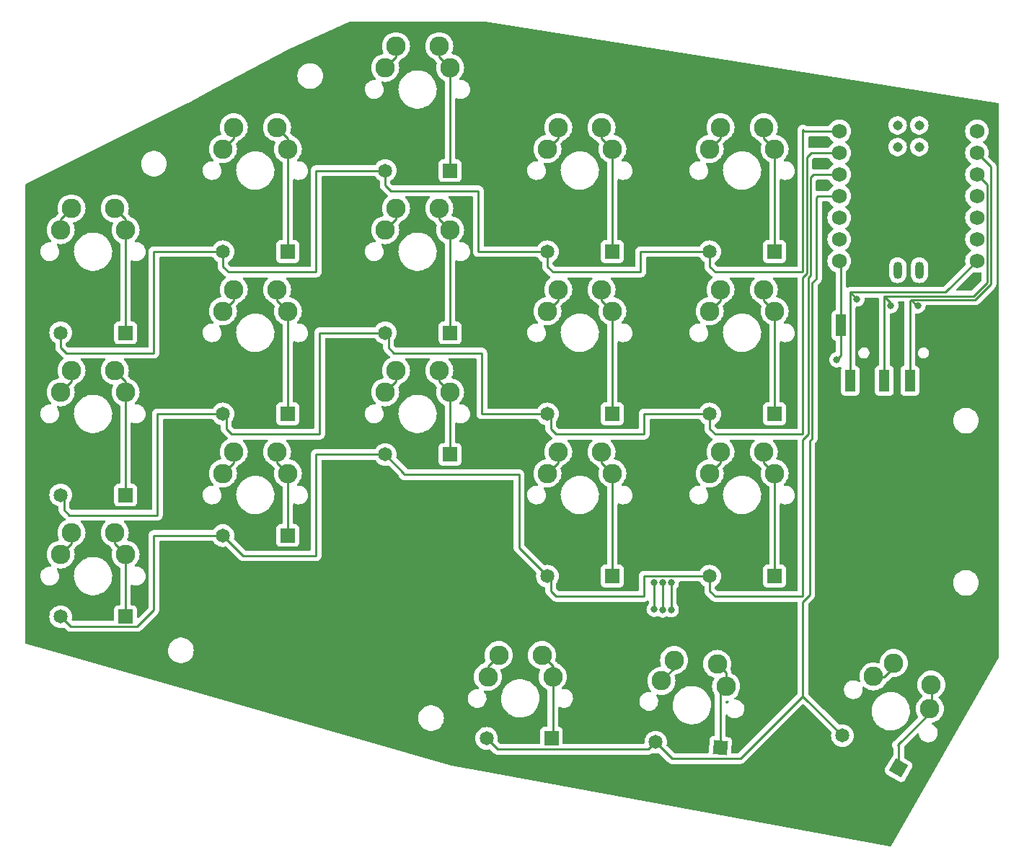
<source format=gbr>
%TF.GenerationSoftware,KiCad,Pcbnew,7.0.2-0*%
%TF.CreationDate,2023-12-07T17:55:22-05:00*%
%TF.ProjectId,Flare,466c6172-652e-46b6-9963-61645f706362,rev?*%
%TF.SameCoordinates,Original*%
%TF.FileFunction,Copper,L1,Top*%
%TF.FilePolarity,Positive*%
%FSLAX46Y46*%
G04 Gerber Fmt 4.6, Leading zero omitted, Abs format (unit mm)*
G04 Created by KiCad (PCBNEW 7.0.2-0) date 2023-12-07 17:55:22*
%MOMM*%
%LPD*%
G01*
G04 APERTURE LIST*
G04 Aperture macros list*
%AMRotRect*
0 Rectangle, with rotation*
0 The origin of the aperture is its center*
0 $1 length*
0 $2 width*
0 $3 Rotation angle, in degrees counterclockwise*
0 Add horizontal line*
21,1,$1,$2,0,0,$3*%
G04 Aperture macros list end*
%TA.AperFunction,ComponentPad*%
%ADD10C,1.651000*%
%TD*%
%TA.AperFunction,ComponentPad*%
%ADD11R,1.651000X1.651000*%
%TD*%
%TA.AperFunction,ComponentPad*%
%ADD12C,2.286000*%
%TD*%
%TA.AperFunction,ComponentPad*%
%ADD13RotRect,1.651000X1.651000X330.000000*%
%TD*%
%TA.AperFunction,ComponentPad*%
%ADD14RotRect,1.651000X1.651000X355.000000*%
%TD*%
%TA.AperFunction,SMDPad,CuDef*%
%ADD15R,1.200000X2.500000*%
%TD*%
%TA.AperFunction,ComponentPad*%
%ADD16C,1.752600*%
%TD*%
%TA.AperFunction,SMDPad,CuDef*%
%ADD17O,1.016000X2.032000*%
%TD*%
%TA.AperFunction,SMDPad,CuDef*%
%ADD18C,1.143000*%
%TD*%
%TA.AperFunction,ViaPad*%
%ADD19C,0.800000*%
%TD*%
%TA.AperFunction,Conductor*%
%ADD20C,0.250000*%
%TD*%
G04 APERTURE END LIST*
D10*
%TO.P,D3,1,K*%
%TO.N,/row0*%
X53340000Y-28575000D03*
D11*
%TO.P,D3,2,A*%
%TO.N,Net-(D3-A)*%
X60960000Y-28575000D03*
%TD*%
D10*
%TO.P,D12,1,K*%
%TO.N,/row2*%
X34290000Y-71437500D03*
D11*
%TO.P,D12,2,A*%
%TO.N,Net-(D12-A)*%
X41910000Y-71437500D03*
%TD*%
D10*
%TO.P,D10,1,K*%
%TO.N,/row1*%
X91440000Y-57150000D03*
D11*
%TO.P,D10,2,A*%
%TO.N,Net-(D10-A)*%
X99060000Y-57150000D03*
%TD*%
D12*
%TO.P,MX13,1,COL*%
%TO.N,/col2*%
X53340000Y-54610000D03*
X54610000Y-52070000D03*
%TO.P,MX13,2,ROW*%
%TO.N,Net-(D13-A)*%
X59690000Y-52070000D03*
X60960000Y-54610000D03*
%TD*%
D10*
%TO.P,D13,1,K*%
%TO.N,/row2*%
X53340000Y-61912500D03*
D11*
%TO.P,D13,2,A*%
%TO.N,Net-(D13-A)*%
X60960000Y-61912500D03*
%TD*%
D10*
%TO.P,D2,1,K*%
%TO.N,/row0*%
X72390000Y-38100000D03*
D11*
%TO.P,D2,2,A*%
%TO.N,Net-(D2-A)*%
X80010000Y-38100000D03*
%TD*%
D12*
%TO.P,MX14,1,COL*%
%TO.N,/col1*%
X72390000Y-64135000D03*
X73660000Y-61595000D03*
%TO.P,MX14,2,ROW*%
%TO.N,Net-(D14-A)*%
X78740000Y-61595000D03*
X80010000Y-64135000D03*
%TD*%
%TO.P,MX6,1,COL*%
%TO.N,/col4*%
X15240000Y-54610000D03*
X16510000Y-52070000D03*
%TO.P,MX6,2,ROW*%
%TO.N,Net-(D6-A)*%
X21590000Y-52070000D03*
X22860000Y-54610000D03*
%TD*%
D10*
%TO.P,D8,1,K*%
%TO.N,/row1*%
X53340000Y-47625000D03*
D11*
%TO.P,D8,2,A*%
%TO.N,Net-(D8-A)*%
X60960000Y-47625000D03*
%TD*%
D10*
%TO.P,D14,1,K*%
%TO.N,/row2*%
X72390000Y-76200000D03*
D11*
%TO.P,D14,2,A*%
%TO.N,Net-(D14-A)*%
X80010000Y-76200000D03*
%TD*%
D12*
%TO.P,MX11,1,COL*%
%TO.N,/col4*%
X15240000Y-73660000D03*
X16510000Y-71120000D03*
%TO.P,MX11,2,ROW*%
%TO.N,Net-(D11-A)*%
X21590000Y-71120000D03*
X22860000Y-73660000D03*
%TD*%
D10*
%TO.P,D11,1,K*%
%TO.N,/row2*%
X15240000Y-80962500D03*
D11*
%TO.P,D11,2,A*%
%TO.N,Net-(D11-A)*%
X22860000Y-80962500D03*
%TD*%
D10*
%TO.P,D7,1,K*%
%TO.N,/row1*%
X34290000Y-57150000D03*
D11*
%TO.P,D7,2,A*%
%TO.N,Net-(D7-A)*%
X41910000Y-57150000D03*
%TD*%
D10*
%TO.P,D4,1,K*%
%TO.N,/row0*%
X34290000Y-38100000D03*
D11*
%TO.P,D4,2,A*%
%TO.N,Net-(D4-A)*%
X41910000Y-38100000D03*
%TD*%
D10*
%TO.P,D18,1,K*%
%TO.N,/row3*%
X107031693Y-94932500D03*
D13*
%TO.P,D18,2,A*%
%TO.N,Net-(D18-A)*%
X113630807Y-98742500D03*
%TD*%
D10*
%TO.P,D17,1,K*%
%TO.N,/row3*%
X85104498Y-95711687D03*
D14*
%TO.P,D17,2,A*%
%TO.N,Net-(D17-A)*%
X92695502Y-96375813D03*
%TD*%
D12*
%TO.P,MX4,1,COL*%
%TO.N,/col3*%
X34290000Y-26035000D03*
X35560000Y-23495000D03*
%TO.P,MX4,2,ROW*%
%TO.N,Net-(D4-A)*%
X40640000Y-23495000D03*
X41910000Y-26035000D03*
%TD*%
D10*
%TO.P,D6,1,K*%
%TO.N,/row1*%
X15240000Y-66675000D03*
D11*
%TO.P,D6,2,A*%
%TO.N,Net-(D6-A)*%
X22860000Y-66675000D03*
%TD*%
D15*
%TO.P,U2,1,SLEEVE*%
%TO.N,/tx*%
X106850000Y-46756250D03*
%TO.P,U2,2,TIP*%
%TO.N,/rx*%
X107950000Y-53256250D03*
%TO.P,U2,3,RING1*%
%TO.N,+3.3V*%
X111950000Y-53256250D03*
%TO.P,U2,4,RING2*%
%TO.N,GND*%
X114950000Y-53256250D03*
%TD*%
D16*
%TO.P,U1,1,PA02_A0_D0*%
%TO.N,/row0*%
X106652537Y-23956740D03*
%TO.P,U1,2,PA4_A1_D1*%
%TO.N,/row1*%
X106652537Y-26496740D03*
%TO.P,U1,3,PA10_A2_D2*%
%TO.N,/row2*%
X106652537Y-29036740D03*
%TO.P,U1,4,PA11_A3_D3*%
%TO.N,/row3*%
X106652537Y-31576740D03*
%TO.P,U1,5,PA8_A4_D4_SDA*%
%TO.N,/col0*%
X106652537Y-34116740D03*
%TO.P,U1,6,PA9_A5_D5_SCL*%
%TO.N,/col1*%
X106652537Y-36656740D03*
%TO.P,U1,7,PB08_A6_D6_TX*%
%TO.N,/tx*%
X106652537Y-39196740D03*
%TO.P,U1,8,PB09_A7_D7_RX*%
%TO.N,/rx*%
X122817097Y-39196740D03*
%TO.P,U1,9,PA7_A8_D8_SCK*%
%TO.N,/col2*%
X122817097Y-36656740D03*
%TO.P,U1,10,PA5_A9_D9_MISO*%
%TO.N,/col3*%
X122817097Y-34116740D03*
%TO.P,U1,11,PA6_A10_D10_MOSI*%
%TO.N,/col4*%
X122817097Y-31576740D03*
%TO.P,U1,12,3V3*%
%TO.N,+3.3V*%
X122817097Y-29036740D03*
%TO.P,U1,13,GND*%
%TO.N,GND*%
X122817097Y-26496740D03*
%TO.P,U1,14,5V*%
%TO.N,unconnected-(U1-5V-Pad14)*%
X122817097Y-23956740D03*
D17*
%TO.P,U1,15,5V*%
%TO.N,unconnected-(U1-5V-Pad15)*%
X113519417Y-40274560D03*
%TO.P,U1,16,GND*%
%TO.N,unconnected-(U1-GND-Pad16)*%
X116069417Y-40274560D03*
D18*
%TO.P,U1,17,PA31_SWDIO*%
%TO.N,unconnected-(U1-PA31_SWDIO-Pad17)*%
X113518220Y-23270373D03*
%TO.P,U1,18,PA30_SWCLK*%
%TO.N,unconnected-(U1-PA30_SWCLK-Pad18)*%
X116058220Y-23270373D03*
%TO.P,U1,19,RESET*%
%TO.N,unconnected-(U1-RESET-Pad19)*%
X113518220Y-25810373D03*
%TO.P,U1,20,GND*%
%TO.N,unconnected-(U1-GND-Pad20)*%
X116058220Y-25810373D03*
%TD*%
D10*
%TO.P,D5,1,K*%
%TO.N,/row0*%
X15240000Y-47625000D03*
D11*
%TO.P,D5,2,A*%
%TO.N,Net-(D5-A)*%
X22860000Y-47625000D03*
%TD*%
D10*
%TO.P,D15,1,K*%
%TO.N,/row2*%
X91440000Y-76200000D03*
D11*
%TO.P,D15,2,A*%
%TO.N,Net-(D15-A)*%
X99060000Y-76200000D03*
%TD*%
D12*
%TO.P,MX15,1,COL*%
%TO.N,/col0*%
X91440000Y-64135000D03*
X92710000Y-61595000D03*
%TO.P,MX15,2,ROW*%
%TO.N,Net-(D15-A)*%
X97790000Y-61595000D03*
X99060000Y-64135000D03*
%TD*%
D10*
%TO.P,D1,1,K*%
%TO.N,/row0*%
X91440000Y-38100000D03*
D11*
%TO.P,D1,2,A*%
%TO.N,Net-(D1-A)*%
X99060000Y-38100000D03*
%TD*%
D10*
%TO.P,D16,1,K*%
%TO.N,/row3*%
X65246250Y-95250000D03*
D11*
%TO.P,D16,2,A*%
%TO.N,Net-(D16-A)*%
X72866250Y-95250000D03*
%TD*%
D12*
%TO.P,MX5,1,COL*%
%TO.N,/col4*%
X15240000Y-35560000D03*
X16510000Y-33020000D03*
%TO.P,MX5,2,ROW*%
%TO.N,Net-(D5-A)*%
X21590000Y-33020000D03*
X22860000Y-35560000D03*
%TD*%
%TO.P,MX18,1,COL*%
%TO.N,/col0*%
X110682943Y-87970295D03*
X113052795Y-86405591D03*
%TO.P,MX18,2,ROW*%
%TO.N,Net-(D18-A)*%
X117452205Y-88945591D03*
X117282057Y-91780295D03*
%TD*%
%TO.P,MX1,1,COL*%
%TO.N,/col0*%
X91440000Y-26035000D03*
X92710000Y-23495000D03*
%TO.P,MX1,2,ROW*%
%TO.N,Net-(D1-A)*%
X97790000Y-23495000D03*
X99060000Y-26035000D03*
%TD*%
%TO.P,MX10,1,COL*%
%TO.N,/col0*%
X91440000Y-45085000D03*
X92710000Y-42545000D03*
%TO.P,MX10,2,ROW*%
%TO.N,Net-(D10-A)*%
X97790000Y-42545000D03*
X99060000Y-45085000D03*
%TD*%
%TO.P,MX16,1,COL*%
%TO.N,/col2*%
X65405000Y-88026875D03*
X66675000Y-85486875D03*
%TO.P,MX16,2,ROW*%
%TO.N,Net-(D16-A)*%
X71755000Y-85486875D03*
X73025000Y-88026875D03*
%TD*%
%TO.P,MX2,1,COL*%
%TO.N,/col1*%
X72390000Y-26035000D03*
X73660000Y-23495000D03*
%TO.P,MX2,2,ROW*%
%TO.N,Net-(D2-A)*%
X78740000Y-23495000D03*
X80010000Y-26035000D03*
%TD*%
D10*
%TO.P,D9,1,K*%
%TO.N,/row1*%
X72390000Y-57150000D03*
D11*
%TO.P,D9,2,A*%
%TO.N,Net-(D9-A)*%
X80010000Y-57150000D03*
%TD*%
D12*
%TO.P,MX9,1,COL*%
%TO.N,/col1*%
X72390000Y-45085000D03*
X73660000Y-42545000D03*
%TO.P,MX9,2,ROW*%
%TO.N,Net-(D9-A)*%
X78740000Y-42545000D03*
X80010000Y-45085000D03*
%TD*%
%TO.P,MX12,1,COL*%
%TO.N,/col3*%
X34290000Y-64135000D03*
X35560000Y-61595000D03*
%TO.P,MX12,2,ROW*%
%TO.N,Net-(D12-A)*%
X40640000Y-61595000D03*
X41910000Y-64135000D03*
%TD*%
%TO.P,MX7,1,COL*%
%TO.N,/col3*%
X34290000Y-45085000D03*
X35560000Y-42545000D03*
%TO.P,MX7,2,ROW*%
%TO.N,Net-(D7-A)*%
X40640000Y-42545000D03*
X41910000Y-45085000D03*
%TD*%
%TO.P,MX8,1,COL*%
%TO.N,/col2*%
X53340000Y-35560000D03*
X54610000Y-33020000D03*
%TO.P,MX8,2,ROW*%
%TO.N,Net-(D8-A)*%
X59690000Y-33020000D03*
X60960000Y-35560000D03*
%TD*%
%TO.P,MX17,1,COL*%
%TO.N,/col1*%
X85782793Y-88498227D03*
X87269336Y-86078580D03*
%TO.P,MX17,2,ROW*%
%TO.N,Net-(D17-A)*%
X92330005Y-86521332D03*
X93373796Y-89162354D03*
%TD*%
%TO.P,MX3,1,COL*%
%TO.N,/col2*%
X53340000Y-16510000D03*
X54610000Y-13970000D03*
%TO.P,MX3,2,ROW*%
%TO.N,Net-(D3-A)*%
X59690000Y-13970000D03*
X60960000Y-16510000D03*
%TD*%
D19*
%TO.N,GND*%
X115887500Y-44450000D03*
%TO.N,/tx*%
X106362500Y-50800000D03*
%TO.N,+3.3V*%
X112712500Y-44450000D03*
%TO.N,/rx*%
X108743750Y-43656250D03*
%TO.N,/col0*%
X86930256Y-80152396D03*
X86930256Y-76993750D03*
%TO.N,/col1*%
X85926970Y-80186371D03*
X85930753Y-76993750D03*
%TO.N,/col2*%
X84931250Y-76993750D03*
X84931250Y-80099500D03*
%TD*%
D20*
%TO.N,/row0*%
X34290000Y-38100000D02*
X34290000Y-39846250D01*
X15240000Y-49371250D02*
X15875000Y-50006250D01*
X53340000Y-30321250D02*
X53975000Y-30956250D01*
X45243750Y-28575000D02*
X53340000Y-28575000D01*
X34290000Y-39846250D02*
X34925000Y-40481250D01*
X26193750Y-50006250D02*
X26193750Y-38100000D01*
X15240000Y-47625000D02*
X15240000Y-49371250D01*
X53975000Y-30956250D02*
X64293750Y-30956250D01*
X102393750Y-23812500D02*
X102537990Y-23956740D01*
X34925000Y-40481250D02*
X45243750Y-40481250D01*
X45243750Y-40481250D02*
X45243750Y-28575000D01*
X102393750Y-40481250D02*
X102393750Y-23812500D01*
X91440000Y-39846250D02*
X92075000Y-40481250D01*
X83343750Y-38100000D02*
X91440000Y-38100000D01*
X91440000Y-38100000D02*
X91440000Y-39846250D01*
X64293750Y-30956250D02*
X64293750Y-38100000D01*
X92075000Y-40481250D02*
X102393750Y-40481250D01*
X72390000Y-38100000D02*
X72390000Y-39846250D01*
X53340000Y-28575000D02*
X53340000Y-30321250D01*
X64293750Y-38100000D02*
X72390000Y-38100000D01*
X83343750Y-40481250D02*
X83343750Y-38100000D01*
X72390000Y-39846250D02*
X73025000Y-40481250D01*
X102537990Y-23956740D02*
X106652537Y-23956740D01*
X26193750Y-38100000D02*
X34290000Y-38100000D01*
X15875000Y-50006250D02*
X26193750Y-50006250D01*
X73025000Y-40481250D02*
X83343750Y-40481250D01*
%TO.N,Net-(D1-A)*%
X99060000Y-26035000D02*
X99060000Y-38100000D01*
X97790000Y-24765000D02*
X97790000Y-23495000D01*
X99060000Y-26035000D02*
X97790000Y-24765000D01*
%TO.N,Net-(D2-A)*%
X80010000Y-26035000D02*
X80010000Y-38100000D01*
X80010000Y-26035000D02*
X78740000Y-24765000D01*
X78740000Y-24765000D02*
X78740000Y-23495000D01*
%TO.N,Net-(D3-A)*%
X60960000Y-16510000D02*
X59690000Y-15240000D01*
X59690000Y-15240000D02*
X59690000Y-13970000D01*
X60960000Y-16510000D02*
X60960000Y-28575000D01*
%TO.N,Net-(D4-A)*%
X41910000Y-24765000D02*
X41910000Y-26035000D01*
X40640000Y-23495000D02*
X41910000Y-24765000D01*
X41910000Y-26035000D02*
X41910000Y-38100000D01*
%TO.N,Net-(D5-A)*%
X21590000Y-33020000D02*
X22860000Y-34290000D01*
X22860000Y-34290000D02*
X22860000Y-35560000D01*
X22860000Y-35560000D02*
X22860000Y-47625000D01*
%TO.N,/row1*%
X102393750Y-59531250D02*
X102393750Y-41117646D01*
X72786875Y-57150000D02*
X72786875Y-58896250D01*
X92075000Y-59531250D02*
X102393750Y-59531250D01*
X91440000Y-58896250D02*
X92075000Y-59531250D01*
X53736875Y-47625000D02*
X53736875Y-49371250D01*
X102843750Y-40667646D02*
X102843750Y-26987500D01*
X53736875Y-49371250D02*
X54371875Y-50006250D01*
X34686875Y-57150000D02*
X34686875Y-58896250D01*
X26590625Y-57150000D02*
X34686875Y-57150000D01*
X73421875Y-59531250D02*
X83740625Y-59531250D01*
X102843750Y-26987500D02*
X103334510Y-26496740D01*
X54371875Y-50006250D02*
X64690625Y-50006250D01*
X15636875Y-68421250D02*
X16271875Y-69056250D01*
X45640625Y-47625000D02*
X53736875Y-47625000D01*
X72786875Y-58896250D02*
X73421875Y-59531250D01*
X64690625Y-57150000D02*
X72786875Y-57150000D01*
X102393750Y-41117646D02*
X102843750Y-40667646D01*
X83740625Y-59531250D02*
X83740625Y-57150000D01*
X15636875Y-66675000D02*
X15636875Y-68421250D01*
X35321875Y-59531250D02*
X45640625Y-59531250D01*
X45640625Y-59531250D02*
X45640625Y-47625000D01*
X64690625Y-50006250D02*
X64690625Y-57150000D01*
X34686875Y-58896250D02*
X35321875Y-59531250D01*
X83740625Y-57150000D02*
X91836875Y-57150000D01*
X16271875Y-69056250D02*
X26590625Y-69056250D01*
X103334510Y-26496740D02*
X106652537Y-26496740D01*
X91440000Y-57150000D02*
X91440000Y-58896250D01*
X26590625Y-69056250D02*
X26590625Y-57150000D01*
%TO.N,Net-(D6-A)*%
X22860000Y-54610000D02*
X22860000Y-66675000D01*
X22860000Y-53340000D02*
X22860000Y-54610000D01*
X21590000Y-52070000D02*
X22860000Y-53340000D01*
%TO.N,Net-(D7-A)*%
X41910000Y-45085000D02*
X40640000Y-43815000D01*
X41910000Y-45085000D02*
X41910000Y-57150000D01*
X40640000Y-43815000D02*
X40640000Y-42545000D01*
%TO.N,Net-(D8-A)*%
X60960000Y-35560000D02*
X60960000Y-47625000D01*
X60960000Y-35560000D02*
X59690000Y-34290000D01*
X59690000Y-34290000D02*
X59690000Y-33020000D01*
%TO.N,Net-(D9-A)*%
X78740000Y-43815000D02*
X78740000Y-42545000D01*
X80010000Y-45085000D02*
X78740000Y-43815000D01*
X80010000Y-45085000D02*
X80010000Y-57150000D01*
%TO.N,Net-(D10-A)*%
X97790000Y-43815000D02*
X97790000Y-42545000D01*
X99060000Y-45085000D02*
X99060000Y-57150000D01*
X99060000Y-45085000D02*
X97790000Y-43815000D01*
%TO.N,/row2*%
X24249500Y-82113000D02*
X16390500Y-82113000D01*
X103293750Y-40854042D02*
X103293750Y-29368750D01*
X72786875Y-77946250D02*
X73421875Y-78581250D01*
X73421875Y-78581250D02*
X83740625Y-78581250D01*
X69056250Y-64293750D02*
X69056250Y-72866250D01*
X91440000Y-77946250D02*
X92075000Y-78581250D01*
X103030146Y-59531250D02*
X103030146Y-41117646D01*
X83740625Y-78581250D02*
X83740625Y-76200000D01*
X83740625Y-76200000D02*
X91836875Y-76200000D01*
X26193750Y-80168750D02*
X24249500Y-82113000D01*
X55562500Y-64135000D02*
X55562500Y-64293750D01*
X69056250Y-72866250D02*
X72390000Y-76200000D01*
X103030146Y-41117646D02*
X103293750Y-40854042D01*
X26193750Y-71437500D02*
X26193750Y-80168750D01*
X103625760Y-29036740D02*
X106652537Y-29036740D01*
X34290000Y-71437500D02*
X26193750Y-71437500D01*
X36671250Y-73818750D02*
X45243750Y-73818750D01*
X91440000Y-76200000D02*
X91440000Y-77946250D01*
X16390500Y-82113000D02*
X15240000Y-80962500D01*
X55562500Y-64293750D02*
X69056250Y-64293750D01*
X53340000Y-61912500D02*
X55562500Y-64135000D01*
X92075000Y-78581250D02*
X102393750Y-78581250D01*
X72786875Y-76200000D02*
X72786875Y-77946250D01*
X45243750Y-61912500D02*
X53340000Y-61912500D01*
X45243750Y-73818750D02*
X45243750Y-61912500D01*
X34290000Y-71437500D02*
X36671250Y-73818750D01*
X103293750Y-29368750D02*
X103625760Y-29036740D01*
X102393750Y-60167646D02*
X103030146Y-59531250D01*
X102393750Y-78581250D02*
X102393750Y-60167646D01*
%TO.N,Net-(D11-A)*%
X22860000Y-73660000D02*
X22860000Y-80962500D01*
X22860000Y-73660000D02*
X21590000Y-72390000D01*
X21590000Y-72390000D02*
X21590000Y-71120000D01*
%TO.N,Net-(D12-A)*%
X41910000Y-64135000D02*
X40640000Y-62865000D01*
X40640000Y-62865000D02*
X40640000Y-61595000D01*
X41910000Y-64135000D02*
X41910000Y-71437500D01*
%TO.N,Net-(D13-A)*%
X60960000Y-54610000D02*
X60960000Y-61912500D01*
X60960000Y-54610000D02*
X59690000Y-53340000D01*
X59690000Y-53340000D02*
X59690000Y-52070000D01*
%TO.N,Net-(D14-A)*%
X80010000Y-64135000D02*
X78740000Y-62865000D01*
X78740000Y-62865000D02*
X78740000Y-61595000D01*
X80010000Y-64135000D02*
X80010000Y-76200000D01*
%TO.N,Net-(D15-A)*%
X99060000Y-64135000D02*
X99060000Y-76200000D01*
X99060000Y-64135000D02*
X97790000Y-62865000D01*
X97790000Y-62865000D02*
X97790000Y-61595000D01*
%TO.N,/row3*%
X103981250Y-31750000D02*
X104154510Y-31576740D01*
X103480146Y-60032354D02*
X103480146Y-41776104D01*
X87024061Y-97631250D02*
X95057057Y-97631250D01*
X104154510Y-31576740D02*
X106652537Y-31576740D01*
X103187500Y-78423896D02*
X103187500Y-60325000D01*
X84278998Y-96537187D02*
X66533437Y-96537187D01*
X103981250Y-41275000D02*
X103981250Y-31750000D01*
X85104498Y-95711687D02*
X84278998Y-96537187D01*
X66533437Y-96537187D02*
X65246250Y-95250000D01*
X103187500Y-60325000D02*
X103480146Y-60032354D01*
X103480146Y-41776104D02*
X103981250Y-41275000D01*
X107031693Y-94932500D02*
X102393750Y-90294557D01*
X102393750Y-90294557D02*
X102393750Y-79217646D01*
X87024061Y-97631250D02*
X85104498Y-95711687D01*
X102393750Y-79217646D02*
X103187500Y-78423896D01*
X95057057Y-97631250D02*
X102393750Y-90294557D01*
%TO.N,Net-(D16-A)*%
X73025000Y-88026875D02*
X73025000Y-95091250D01*
X73025000Y-95091250D02*
X72866250Y-95250000D01*
X72890083Y-87805434D02*
X72890083Y-86872330D01*
X71755000Y-85486875D02*
X73025000Y-86756875D01*
X73025000Y-86756875D02*
X73025000Y-88026875D01*
%TO.N,Net-(D17-A)*%
X93373796Y-89162354D02*
X92695502Y-89840648D01*
X93373796Y-87565123D02*
X92330005Y-86521332D01*
X93373796Y-89162354D02*
X93373796Y-87565123D01*
X92695502Y-89840648D02*
X92695502Y-96375813D01*
%TO.N,Net-(D18-A)*%
X113630807Y-96168307D02*
X113630807Y-98742500D01*
X117475000Y-89410444D02*
X117475000Y-92075000D01*
X113506250Y-96043750D02*
X113630807Y-96168307D01*
X113506250Y-96043750D02*
X113494852Y-96055148D01*
X117304852Y-92245148D02*
X113506250Y-96043750D01*
%TO.N,GND*%
X114950000Y-43906250D02*
X115093750Y-43762500D01*
X115887500Y-44450000D02*
X115781250Y-44450000D01*
X124468397Y-28148040D02*
X122817097Y-26496740D01*
X114950000Y-53256250D02*
X114950000Y-43906250D01*
X115781250Y-44450000D02*
X115093750Y-43762500D01*
X124468397Y-41904395D02*
X124468397Y-28148040D01*
X122610292Y-43762500D02*
X124468397Y-41904395D01*
X115093750Y-43762500D02*
X122610292Y-43762500D01*
%TO.N,/tx*%
X106850000Y-39394203D02*
X106652537Y-39196740D01*
X106850000Y-46756250D02*
X106850000Y-39394203D01*
X106362500Y-50800000D02*
X106850000Y-50312500D01*
X106850000Y-50312500D02*
X106850000Y-46756250D01*
%TO.N,+3.3V*%
X124018397Y-30238040D02*
X122817097Y-29036740D01*
X111918750Y-43312500D02*
X122423896Y-43312500D01*
X122423896Y-43312500D02*
X124018397Y-41717999D01*
X111950000Y-43343750D02*
X111918750Y-43312500D01*
X112712500Y-44450000D02*
X112712500Y-44106250D01*
X124018397Y-41717999D02*
X124018397Y-30238040D01*
X111950000Y-53256250D02*
X111950000Y-43343750D01*
X112712500Y-44106250D02*
X111950000Y-43343750D01*
%TO.N,/rx*%
X107950000Y-53256250D02*
X107950000Y-42862500D01*
X107950000Y-42862500D02*
X119151337Y-42862500D01*
X119151337Y-42862500D02*
X122817097Y-39196740D01*
X108743750Y-43656250D02*
X107950000Y-42862500D01*
%TO.N,/col0*%
X113477960Y-86547040D02*
X111947040Y-88077960D01*
X92710000Y-24765000D02*
X92710000Y-23495000D01*
X91440000Y-64135000D02*
X92710000Y-62865000D01*
X86930256Y-80152396D02*
X86930256Y-76993750D01*
X92710000Y-43815000D02*
X92710000Y-42545000D01*
X91440000Y-45085000D02*
X92710000Y-43815000D01*
X91440000Y-26035000D02*
X92710000Y-24765000D01*
X111947040Y-88077960D02*
X111108108Y-88077960D01*
X92710000Y-62865000D02*
X92710000Y-61595000D01*
%TO.N,/col1*%
X85926970Y-80186371D02*
X85926970Y-76997533D01*
X73660000Y-24765000D02*
X73660000Y-23495000D01*
X87269336Y-87011684D02*
X87269336Y-86078580D01*
X85926970Y-76997533D02*
X85930753Y-76993750D01*
X73660000Y-62865000D02*
X73660000Y-61595000D01*
X72390000Y-64135000D02*
X73660000Y-62865000D01*
X73660000Y-43815000D02*
X73660000Y-42545000D01*
X85782793Y-88498227D02*
X87269336Y-87011684D01*
X72390000Y-45085000D02*
X73660000Y-43815000D01*
X72390000Y-26035000D02*
X73660000Y-24765000D01*
%TO.N,/col2*%
X54610000Y-53340000D02*
X54610000Y-52070000D01*
X66675000Y-85486875D02*
X65405000Y-86756875D01*
X53340000Y-54610000D02*
X54610000Y-53340000D01*
X84931250Y-80099500D02*
X84931250Y-76993750D01*
X54610000Y-34290000D02*
X54610000Y-33020000D01*
X53340000Y-16510000D02*
X54610000Y-15240000D01*
X65405000Y-86756875D02*
X65405000Y-88026875D01*
X53340000Y-35560000D02*
X54610000Y-34290000D01*
X54610000Y-15240000D02*
X54610000Y-13970000D01*
%TO.N,/col3*%
X35560000Y-62865000D02*
X35560000Y-61595000D01*
X35560000Y-24765000D02*
X35560000Y-23495000D01*
X34290000Y-26035000D02*
X35560000Y-24765000D01*
X34290000Y-45085000D02*
X35560000Y-43815000D01*
X35560000Y-43815000D02*
X35560000Y-42545000D01*
X34290000Y-64135000D02*
X35560000Y-62865000D01*
%TO.N,/col4*%
X16510000Y-33020000D02*
X15240000Y-34290000D01*
X15240000Y-73660000D02*
X16510000Y-72390000D01*
X15240000Y-34290000D02*
X15240000Y-35560000D01*
X16510000Y-72390000D02*
X16510000Y-71120000D01*
X16510000Y-53340000D02*
X16510000Y-52070000D01*
X15240000Y-54610000D02*
X16510000Y-53340000D01*
%TD*%
%TA.AperFunction,NonConductor*%
G36*
X65097070Y-11114516D02*
G01*
X125307340Y-20621401D01*
X125370488Y-20651301D01*
X125407448Y-20710595D01*
X125412000Y-20743884D01*
X125412000Y-85691937D01*
X125395662Y-85753458D01*
X112755894Y-107873051D01*
X112705542Y-107921492D01*
X112636995Y-107935020D01*
X112625720Y-107933469D01*
X64412790Y-99032620D01*
X111997648Y-99032620D01*
X112011086Y-99144998D01*
X112014736Y-99175525D01*
X112071390Y-99307827D01*
X112071391Y-99307829D01*
X112163024Y-99418807D01*
X112163025Y-99418808D01*
X112211444Y-99454163D01*
X113724170Y-100327535D01*
X113778998Y-100351791D01*
X113897060Y-100371644D01*
X113920927Y-100375658D01*
X113920927Y-100375657D01*
X113920928Y-100375658D01*
X114063832Y-100358571D01*
X114196134Y-100301917D01*
X114307115Y-100210282D01*
X114342470Y-100161863D01*
X115215842Y-98649137D01*
X115240098Y-98594309D01*
X115263965Y-98452379D01*
X115246878Y-98309475D01*
X115190224Y-98177173D01*
X115172464Y-98155664D01*
X115098589Y-98066192D01*
X115052855Y-98032797D01*
X115052847Y-98032792D01*
X115050170Y-98030837D01*
X114318306Y-97608295D01*
X114270090Y-97557728D01*
X114256306Y-97500911D01*
X114256306Y-96251050D01*
X114259296Y-96223984D01*
X114261900Y-96212342D01*
X114263433Y-96212685D01*
X114276163Y-96163688D01*
X114294848Y-96139740D01*
X115802433Y-94632155D01*
X115863755Y-94598672D01*
X115933447Y-94603656D01*
X115989380Y-94645528D01*
X116013797Y-94710992D01*
X116013972Y-94713936D01*
X116016760Y-94772454D01*
X116016760Y-94772457D01*
X116016761Y-94772459D01*
X116066351Y-94976871D01*
X116097992Y-95046155D01*
X116153731Y-95168208D01*
X116247850Y-95300378D01*
X116275740Y-95339544D01*
X116427972Y-95484697D01*
X116427974Y-95484698D01*
X116427975Y-95484699D01*
X116604918Y-95598414D01*
X116604923Y-95598416D01*
X116800197Y-95676593D01*
X116928993Y-95701416D01*
X117006737Y-95716400D01*
X117006738Y-95716400D01*
X117161423Y-95716400D01*
X117164377Y-95716400D01*
X117167328Y-95716118D01*
X117167332Y-95716118D01*
X117223748Y-95710730D01*
X117321298Y-95701416D01*
X117523120Y-95642156D01*
X117710079Y-95545771D01*
X117875419Y-95415747D01*
X118013164Y-95256781D01*
X118118335Y-95074619D01*
X118187131Y-94875846D01*
X118217066Y-94667645D01*
X118207057Y-94457541D01*
X118157467Y-94253129D01*
X118070088Y-94061795D01*
X118070087Y-94061794D01*
X118070086Y-94061791D01*
X117982757Y-93939156D01*
X117948078Y-93890456D01*
X117795846Y-93745303D01*
X117795843Y-93745301D01*
X117795842Y-93745300D01*
X117618899Y-93631585D01*
X117602685Y-93625094D01*
X117547765Y-93581902D01*
X117524914Y-93515874D01*
X117541388Y-93447974D01*
X117591957Y-93399760D01*
X117619822Y-93389404D01*
X117791497Y-93348190D01*
X118030498Y-93249192D01*
X118251069Y-93114026D01*
X118447781Y-92946019D01*
X118615788Y-92749307D01*
X118750954Y-92528736D01*
X118849952Y-92289735D01*
X118910342Y-92038190D01*
X118930639Y-91780295D01*
X118910342Y-91522400D01*
X118853459Y-91285461D01*
X118849952Y-91270854D01*
X118809642Y-91173539D01*
X118750954Y-91031854D01*
X118615788Y-90811283D01*
X118615787Y-90811282D01*
X118615786Y-90811280D01*
X118531784Y-90712926D01*
X118447781Y-90614571D01*
X118337915Y-90520737D01*
X118299723Y-90462231D01*
X118299224Y-90392363D01*
X118336578Y-90333317D01*
X118353652Y-90320725D01*
X118421217Y-90279322D01*
X118617929Y-90111315D01*
X118785936Y-89914603D01*
X118921102Y-89694032D01*
X119020100Y-89455031D01*
X119080490Y-89203486D01*
X119100787Y-88945591D01*
X119080490Y-88687696D01*
X119032715Y-88488698D01*
X119020100Y-88436150D01*
X118979588Y-88338348D01*
X118921102Y-88197150D01*
X118785936Y-87976579D01*
X118785935Y-87976578D01*
X118785934Y-87976576D01*
X118617929Y-87779866D01*
X118421219Y-87611861D01*
X118287090Y-87529667D01*
X118200646Y-87476694D01*
X118083584Y-87428205D01*
X117961645Y-87377695D01*
X117710101Y-87317306D01*
X117452205Y-87297009D01*
X117194308Y-87317306D01*
X116942764Y-87377695D01*
X116703762Y-87476695D01*
X116483190Y-87611861D01*
X116286480Y-87779866D01*
X116118475Y-87976576D01*
X115983309Y-88197148D01*
X115884309Y-88436150D01*
X115823920Y-88687694D01*
X115804117Y-88939309D01*
X115803623Y-88945591D01*
X115808509Y-89007667D01*
X115823920Y-89203487D01*
X115884309Y-89455031D01*
X115919389Y-89539719D01*
X115983308Y-89694032D01*
X116045699Y-89795845D01*
X116118475Y-89914605D01*
X116193724Y-90002710D01*
X116286481Y-90111315D01*
X116396345Y-90205147D01*
X116434538Y-90263654D01*
X116435037Y-90333521D01*
X116397683Y-90392568D01*
X116380603Y-90405164D01*
X116313042Y-90446565D01*
X116116332Y-90614570D01*
X115948327Y-90811280D01*
X115813161Y-91031852D01*
X115714161Y-91270854D01*
X115653772Y-91522398D01*
X115633475Y-91780295D01*
X115653772Y-92038191D01*
X115714161Y-92289735D01*
X115812822Y-92527920D01*
X115813160Y-92528736D01*
X115879998Y-92637806D01*
X115885006Y-92645977D01*
X115903250Y-92713423D01*
X115882133Y-92780026D01*
X115866959Y-92798448D01*
X113114049Y-95551358D01*
X113096071Y-95566232D01*
X113089312Y-95570825D01*
X113052633Y-95612428D01*
X113047306Y-95618100D01*
X113027491Y-95637916D01*
X113027476Y-95637931D01*
X113024732Y-95640677D01*
X113022349Y-95643748D01*
X113022341Y-95643758D01*
X113005162Y-95665904D01*
X113000203Y-95671899D01*
X112983760Y-95690550D01*
X112973481Y-95706748D01*
X112952179Y-95734210D01*
X112889413Y-95879252D01*
X112864691Y-96035340D01*
X112871333Y-96105595D01*
X112879565Y-96192681D01*
X112879565Y-96192683D01*
X112879566Y-96192684D01*
X112933096Y-96341373D01*
X112933097Y-96341375D01*
X112933098Y-96341376D01*
X112983865Y-96416078D01*
X113005266Y-96482588D01*
X113005307Y-96485775D01*
X113005307Y-97174344D01*
X112985622Y-97241383D01*
X112960261Y-97269959D01*
X112954500Y-97274715D01*
X112921104Y-97320451D01*
X112921093Y-97320467D01*
X112919144Y-97323137D01*
X112917485Y-97326009D01*
X112917482Y-97326015D01*
X112047434Y-98832983D01*
X112047428Y-98832994D01*
X112045772Y-98835863D01*
X112044431Y-98838893D01*
X112044426Y-98838904D01*
X112021516Y-98890690D01*
X111997648Y-99032620D01*
X64412790Y-99032620D01*
X61124711Y-98425590D01*
X61113158Y-98422880D01*
X41673698Y-92868749D01*
X57231856Y-92868749D01*
X57252391Y-93116566D01*
X57252391Y-93116569D01*
X57252392Y-93116571D01*
X57313437Y-93357631D01*
X57345043Y-93429686D01*
X57413325Y-93585354D01*
X57413327Y-93585357D01*
X57549336Y-93793535D01*
X57717756Y-93976488D01*
X57717759Y-93976490D01*
X57913985Y-94129220D01*
X57913987Y-94129221D01*
X57913991Y-94129224D01*
X58132690Y-94247578D01*
X58367886Y-94328321D01*
X58613165Y-94369250D01*
X58861835Y-94369250D01*
X59107114Y-94328321D01*
X59342310Y-94247578D01*
X59561009Y-94129224D01*
X59757244Y-93976488D01*
X59925664Y-93793535D01*
X60061673Y-93585357D01*
X60161563Y-93357631D01*
X60222608Y-93116571D01*
X60243143Y-92868750D01*
X60222608Y-92620929D01*
X60161563Y-92379869D01*
X60062956Y-92155067D01*
X60061674Y-92152145D01*
X60057670Y-92146016D01*
X59925664Y-91943965D01*
X59757244Y-91761012D01*
X59685263Y-91704987D01*
X59561014Y-91608279D01*
X59561010Y-91608276D01*
X59561009Y-91608276D01*
X59342310Y-91489922D01*
X59342306Y-91489920D01*
X59342305Y-91489920D01*
X59107115Y-91409179D01*
X58861835Y-91368250D01*
X58613165Y-91368250D01*
X58367884Y-91409179D01*
X58132694Y-91489920D01*
X58132690Y-91489921D01*
X58132690Y-91489922D01*
X58081974Y-91517368D01*
X57913985Y-91608279D01*
X57717759Y-91761009D01*
X57717756Y-91761011D01*
X57717756Y-91761012D01*
X57549336Y-91943965D01*
X57515534Y-91995703D01*
X57413325Y-92152145D01*
X57343594Y-92311118D01*
X57313437Y-92379869D01*
X57270323Y-92550121D01*
X57252391Y-92620933D01*
X57231856Y-92868749D01*
X41673698Y-92868749D01*
X33432881Y-90514230D01*
X63029843Y-90514230D01*
X63030153Y-90520738D01*
X63039852Y-90724335D01*
X63043819Y-90740688D01*
X63089442Y-90928746D01*
X63108519Y-90970519D01*
X63176822Y-91120083D01*
X63284187Y-91270854D01*
X63298831Y-91291419D01*
X63451063Y-91436572D01*
X63451065Y-91436573D01*
X63451066Y-91436574D01*
X63628009Y-91550289D01*
X63628014Y-91550291D01*
X63823288Y-91628468D01*
X63942241Y-91651394D01*
X64029828Y-91668275D01*
X64029829Y-91668275D01*
X64184514Y-91668275D01*
X64187468Y-91668275D01*
X64190419Y-91667993D01*
X64190423Y-91667993D01*
X64246839Y-91662605D01*
X64344389Y-91653291D01*
X64546211Y-91594031D01*
X64733170Y-91497646D01*
X64898510Y-91367622D01*
X65036255Y-91208656D01*
X65141426Y-91026494D01*
X65210222Y-90827721D01*
X65236919Y-90642039D01*
X66966833Y-90642039D01*
X66967247Y-90646160D01*
X66967248Y-90646171D01*
X66996172Y-90933676D01*
X66996911Y-90941020D01*
X66997871Y-90945048D01*
X66997873Y-90945060D01*
X67053557Y-91178719D01*
X67066570Y-91233324D01*
X67068060Y-91237193D01*
X67068062Y-91237199D01*
X67088944Y-91291416D01*
X67174569Y-91513735D01*
X67176553Y-91517356D01*
X67176559Y-91517368D01*
X67259259Y-91668275D01*
X67318979Y-91777250D01*
X67321435Y-91780583D01*
X67321438Y-91780588D01*
X67441815Y-91943965D01*
X67497223Y-92019165D01*
X67706121Y-92235164D01*
X67829026Y-92332221D01*
X67938691Y-92418823D01*
X67938695Y-92418825D01*
X67941946Y-92421393D01*
X67945510Y-92423504D01*
X67945513Y-92423506D01*
X67995621Y-92453185D01*
X68200487Y-92574527D01*
X68204291Y-92576140D01*
X68204295Y-92576142D01*
X68252216Y-92596462D01*
X68477133Y-92691835D01*
X68766946Y-92771223D01*
X69064755Y-92811275D01*
X69068895Y-92811275D01*
X69287951Y-92811275D01*
X69290033Y-92811275D01*
X69514819Y-92796227D01*
X69809287Y-92736374D01*
X70093151Y-92637806D01*
X70361343Y-92502282D01*
X70609080Y-92332221D01*
X70831939Y-92130657D01*
X71025943Y-91901187D01*
X71187631Y-91647907D01*
X71314118Y-91375335D01*
X71403146Y-91088337D01*
X71453126Y-90792033D01*
X71463167Y-90491711D01*
X71433089Y-90192730D01*
X71363430Y-89900426D01*
X71255431Y-89620015D01*
X71243684Y-89598580D01*
X71187344Y-89495772D01*
X71111021Y-89356500D01*
X71089931Y-89327877D01*
X70990254Y-89192594D01*
X70932777Y-89114585D01*
X70723879Y-88898586D01*
X70598002Y-88799182D01*
X70491308Y-88714926D01*
X70491301Y-88714921D01*
X70488054Y-88712357D01*
X70484493Y-88710247D01*
X70484486Y-88710243D01*
X70233074Y-88561332D01*
X70233071Y-88561330D01*
X70229513Y-88559223D01*
X70225714Y-88557612D01*
X70225704Y-88557607D01*
X69956676Y-88443530D01*
X69956673Y-88443529D01*
X69952867Y-88441915D01*
X69948880Y-88440823D01*
X69948872Y-88440820D01*
X69667049Y-88363621D01*
X69667044Y-88363620D01*
X69663054Y-88362527D01*
X69658959Y-88361976D01*
X69658953Y-88361975D01*
X69369344Y-88323026D01*
X69369340Y-88323025D01*
X69365245Y-88322475D01*
X69139967Y-88322475D01*
X69137893Y-88322613D01*
X69137888Y-88322614D01*
X68919313Y-88337246D01*
X68919307Y-88337246D01*
X68915181Y-88337523D01*
X68911124Y-88338347D01*
X68911121Y-88338348D01*
X68624781Y-88396549D01*
X68624778Y-88396549D01*
X68620713Y-88397376D01*
X68616799Y-88398735D01*
X68616792Y-88398737D01*
X68340761Y-88494585D01*
X68340753Y-88494588D01*
X68336849Y-88495944D01*
X68333152Y-88497811D01*
X68333150Y-88497813D01*
X68072358Y-88629597D01*
X68072348Y-88629602D01*
X68068657Y-88631468D01*
X68065246Y-88633809D01*
X68065240Y-88633813D01*
X67824337Y-88799182D01*
X67824323Y-88799192D01*
X67820920Y-88801529D01*
X67817855Y-88804300D01*
X67817845Y-88804309D01*
X67601135Y-89000312D01*
X67601129Y-89000317D01*
X67598061Y-89003093D01*
X67595392Y-89006248D01*
X67595386Y-89006256D01*
X67406732Y-89229398D01*
X67406726Y-89229405D01*
X67404057Y-89232563D01*
X67401834Y-89236044D01*
X67401826Y-89236056D01*
X67244595Y-89482355D01*
X67244591Y-89482362D01*
X67242369Y-89485843D01*
X67240629Y-89489592D01*
X67240626Y-89489598D01*
X67117627Y-89754653D01*
X67117623Y-89754662D01*
X67115882Y-89758415D01*
X67114656Y-89762365D01*
X67114654Y-89762372D01*
X67028081Y-90041457D01*
X67026854Y-90045413D01*
X67026165Y-90049491D01*
X67026165Y-90049496D01*
X66979175Y-90328078D01*
X66976874Y-90341717D01*
X66976736Y-90345840D01*
X66976735Y-90345852D01*
X66966971Y-90637891D01*
X66966971Y-90637901D01*
X66966833Y-90642039D01*
X65236919Y-90642039D01*
X65240157Y-90619520D01*
X65230148Y-90409416D01*
X65180558Y-90205004D01*
X65093179Y-90013670D01*
X65093178Y-90013669D01*
X65093177Y-90013666D01*
X64966265Y-89835444D01*
X64943412Y-89769417D01*
X64959885Y-89701517D01*
X65010452Y-89653302D01*
X65079059Y-89640078D01*
X65096210Y-89642941D01*
X65147105Y-89655160D01*
X65405000Y-89675457D01*
X65662895Y-89655160D01*
X65914440Y-89594770D01*
X66153441Y-89495772D01*
X66374012Y-89360606D01*
X66570724Y-89192599D01*
X66738731Y-88995887D01*
X66873897Y-88775316D01*
X66972895Y-88536315D01*
X67033285Y-88284770D01*
X67053582Y-88026875D01*
X67033285Y-87768980D01*
X66972895Y-87517435D01*
X66873897Y-87278434D01*
X66873891Y-87278425D01*
X66873279Y-87276946D01*
X66865810Y-87207476D01*
X66897084Y-87144997D01*
X66957173Y-87109344D01*
X66958827Y-87108934D01*
X67184440Y-87054770D01*
X67423441Y-86955772D01*
X67644012Y-86820606D01*
X67840724Y-86652599D01*
X68008731Y-86455887D01*
X68143897Y-86235316D01*
X68242895Y-85996315D01*
X68303285Y-85744770D01*
X68323582Y-85486875D01*
X68303285Y-85228980D01*
X68242895Y-84977435D01*
X68226019Y-84936694D01*
X68199533Y-84872750D01*
X68143897Y-84738434D01*
X68008731Y-84517863D01*
X68008730Y-84517862D01*
X68008729Y-84517860D01*
X67840724Y-84321150D01*
X67644014Y-84153145D01*
X67495492Y-84062131D01*
X67423441Y-84017978D01*
X67335155Y-83981408D01*
X67184440Y-83918979D01*
X66932896Y-83858590D01*
X66675000Y-83838293D01*
X66417103Y-83858590D01*
X66165559Y-83918979D01*
X65926557Y-84017979D01*
X65705985Y-84153145D01*
X65509275Y-84321150D01*
X65341270Y-84517860D01*
X65206104Y-84738432D01*
X65206103Y-84738434D01*
X65198409Y-84757009D01*
X65107104Y-84977434D01*
X65046715Y-85228978D01*
X65026418Y-85486875D01*
X65046715Y-85744771D01*
X65107105Y-85996317D01*
X65126321Y-86042708D01*
X65133790Y-86112177D01*
X65102515Y-86174656D01*
X65099441Y-86177841D01*
X65021208Y-86256074D01*
X65005110Y-86268971D01*
X64957096Y-86320100D01*
X64954392Y-86322891D01*
X64937628Y-86339655D01*
X64937621Y-86339662D01*
X64934880Y-86342404D01*
X64932499Y-86345472D01*
X64932490Y-86345483D01*
X64932411Y-86345586D01*
X64924842Y-86354447D01*
X64894937Y-86386294D01*
X64885286Y-86403849D01*
X64874609Y-86420104D01*
X64852730Y-86448313D01*
X64852002Y-86447748D01*
X64818169Y-86488402D01*
X64796520Y-86500002D01*
X64656560Y-86557976D01*
X64435985Y-86693145D01*
X64239275Y-86861150D01*
X64071270Y-87057860D01*
X63957018Y-87244304D01*
X63936103Y-87278434D01*
X63928409Y-87297009D01*
X63837104Y-87517434D01*
X63776715Y-87768978D01*
X63756418Y-88026875D01*
X63776715Y-88284771D01*
X63837104Y-88536315D01*
X63876519Y-88631468D01*
X63936103Y-88775316D01*
X63953870Y-88804309D01*
X64071270Y-88995889D01*
X64239275Y-89192599D01*
X64303188Y-89247185D01*
X64341382Y-89305691D01*
X64341881Y-89375559D01*
X64304527Y-89434606D01*
X64241180Y-89464084D01*
X64222657Y-89465475D01*
X64082532Y-89465475D01*
X64079602Y-89465754D01*
X64079576Y-89465756D01*
X63925613Y-89480458D01*
X63723786Y-89539719D01*
X63536832Y-89636102D01*
X63371491Y-89766127D01*
X63233743Y-89925095D01*
X63128574Y-90107254D01*
X63059777Y-90306029D01*
X63030276Y-90511218D01*
X63029843Y-90514230D01*
X33432881Y-90514230D01*
X13892450Y-84931250D01*
X27863106Y-84931250D01*
X27883641Y-85179066D01*
X27883641Y-85179069D01*
X27883642Y-85179071D01*
X27944687Y-85420131D01*
X27951902Y-85436579D01*
X28044575Y-85647854D01*
X28044577Y-85647857D01*
X28180586Y-85856035D01*
X28349006Y-86038988D01*
X28399874Y-86078580D01*
X28545235Y-86191720D01*
X28545237Y-86191721D01*
X28545241Y-86191724D01*
X28763940Y-86310078D01*
X28999136Y-86390821D01*
X29244415Y-86431750D01*
X29493085Y-86431750D01*
X29738364Y-86390821D01*
X29973560Y-86310078D01*
X30192259Y-86191724D01*
X30388494Y-86038988D01*
X30556914Y-85856035D01*
X30692923Y-85647857D01*
X30792813Y-85420131D01*
X30853858Y-85179071D01*
X30874393Y-84931250D01*
X30853858Y-84683429D01*
X30792813Y-84442369D01*
X30692923Y-84214643D01*
X30556914Y-84006465D01*
X30388494Y-83823512D01*
X30366362Y-83806286D01*
X30192264Y-83670779D01*
X30192260Y-83670776D01*
X30192259Y-83670776D01*
X29973560Y-83552422D01*
X29973556Y-83552420D01*
X29973555Y-83552420D01*
X29738365Y-83471679D01*
X29493085Y-83430750D01*
X29244415Y-83430750D01*
X28999134Y-83471679D01*
X28763944Y-83552420D01*
X28545235Y-83670779D01*
X28349009Y-83823509D01*
X28349006Y-83823511D01*
X28349006Y-83823512D01*
X28180586Y-84006465D01*
X28144218Y-84062131D01*
X28044575Y-84214645D01*
X27997858Y-84321151D01*
X27944687Y-84442369D01*
X27902317Y-84609683D01*
X27883641Y-84683433D01*
X27863106Y-84931250D01*
X13892450Y-84931250D01*
X11202934Y-84162817D01*
X11143881Y-84125473D01*
X11114393Y-84062131D01*
X11112999Y-84043601D01*
X11112999Y-76147355D01*
X12864843Y-76147355D01*
X12874852Y-76357459D01*
X12924442Y-76561871D01*
X12967087Y-76655251D01*
X13011822Y-76753208D01*
X13111890Y-76893732D01*
X13133831Y-76924544D01*
X13286063Y-77069697D01*
X13286065Y-77069698D01*
X13286066Y-77069699D01*
X13463009Y-77183414D01*
X13463014Y-77183416D01*
X13658288Y-77261593D01*
X13777241Y-77284519D01*
X13864828Y-77301400D01*
X13864829Y-77301400D01*
X14019514Y-77301400D01*
X14022468Y-77301400D01*
X14025419Y-77301118D01*
X14025423Y-77301118D01*
X14081839Y-77295730D01*
X14179389Y-77286416D01*
X14381211Y-77227156D01*
X14568170Y-77130771D01*
X14733510Y-77000747D01*
X14871255Y-76841781D01*
X14976426Y-76659619D01*
X15045222Y-76460846D01*
X15071919Y-76275164D01*
X16801833Y-76275164D01*
X16802247Y-76279285D01*
X16802248Y-76279296D01*
X16825142Y-76506863D01*
X16831911Y-76574145D01*
X16832871Y-76578173D01*
X16832873Y-76578185D01*
X16900607Y-76862409D01*
X16901570Y-76866449D01*
X16903060Y-76870318D01*
X16903062Y-76870324D01*
X16974419Y-77055595D01*
X17009569Y-77146860D01*
X17011553Y-77150481D01*
X17011559Y-77150493D01*
X17094259Y-77301400D01*
X17153979Y-77410375D01*
X17156435Y-77413708D01*
X17156438Y-77413713D01*
X17312409Y-77625398D01*
X17332223Y-77652290D01*
X17541121Y-77868289D01*
X17664026Y-77965346D01*
X17773691Y-78051948D01*
X17773695Y-78051950D01*
X17776946Y-78054518D01*
X17780510Y-78056629D01*
X17780513Y-78056631D01*
X17909553Y-78133061D01*
X18035487Y-78207652D01*
X18039291Y-78209265D01*
X18039295Y-78209267D01*
X18091376Y-78231351D01*
X18312133Y-78324960D01*
X18601946Y-78404348D01*
X18899755Y-78444400D01*
X18903895Y-78444400D01*
X19122951Y-78444400D01*
X19125033Y-78444400D01*
X19349819Y-78429352D01*
X19644287Y-78369499D01*
X19928151Y-78270931D01*
X20196343Y-78135407D01*
X20444080Y-77965346D01*
X20666939Y-77763782D01*
X20860943Y-77534312D01*
X21022631Y-77281032D01*
X21149118Y-77008460D01*
X21238146Y-76721462D01*
X21288126Y-76425158D01*
X21298167Y-76124836D01*
X21268089Y-75825855D01*
X21198430Y-75533551D01*
X21090431Y-75253140D01*
X21076596Y-75227895D01*
X21022344Y-75128897D01*
X20946021Y-74989625D01*
X20767777Y-74747710D01*
X20558879Y-74531711D01*
X20432531Y-74431935D01*
X20326308Y-74348051D01*
X20326301Y-74348046D01*
X20323054Y-74345482D01*
X20319493Y-74343372D01*
X20319486Y-74343368D01*
X20068074Y-74194457D01*
X20068071Y-74194455D01*
X20064513Y-74192348D01*
X20060714Y-74190737D01*
X20060704Y-74190732D01*
X19791676Y-74076655D01*
X19791673Y-74076654D01*
X19787867Y-74075040D01*
X19783880Y-74073948D01*
X19783872Y-74073945D01*
X19502049Y-73996746D01*
X19502044Y-73996745D01*
X19498054Y-73995652D01*
X19493959Y-73995101D01*
X19493953Y-73995100D01*
X19204344Y-73956151D01*
X19204340Y-73956150D01*
X19200245Y-73955600D01*
X18974967Y-73955600D01*
X18972893Y-73955738D01*
X18972888Y-73955739D01*
X18754313Y-73970371D01*
X18754307Y-73970371D01*
X18750181Y-73970648D01*
X18746124Y-73971472D01*
X18746121Y-73971473D01*
X18459781Y-74029674D01*
X18459778Y-74029674D01*
X18455713Y-74030501D01*
X18451799Y-74031860D01*
X18451792Y-74031862D01*
X18175761Y-74127710D01*
X18175753Y-74127713D01*
X18171849Y-74129069D01*
X18168152Y-74130936D01*
X18168150Y-74130938D01*
X17907358Y-74262722D01*
X17907348Y-74262727D01*
X17903657Y-74264593D01*
X17900246Y-74266934D01*
X17900240Y-74266938D01*
X17659337Y-74432307D01*
X17659323Y-74432317D01*
X17655920Y-74434654D01*
X17652855Y-74437425D01*
X17652845Y-74437434D01*
X17436135Y-74633437D01*
X17436129Y-74633442D01*
X17433061Y-74636218D01*
X17430392Y-74639373D01*
X17430386Y-74639381D01*
X17241732Y-74862523D01*
X17241726Y-74862530D01*
X17239057Y-74865688D01*
X17236834Y-74869169D01*
X17236826Y-74869181D01*
X17079595Y-75115480D01*
X17079591Y-75115487D01*
X17077369Y-75118968D01*
X17075629Y-75122717D01*
X17075626Y-75122723D01*
X16952627Y-75387778D01*
X16952623Y-75387787D01*
X16950882Y-75391540D01*
X16949656Y-75395490D01*
X16949654Y-75395497D01*
X16875697Y-75633913D01*
X16861854Y-75678538D01*
X16861165Y-75682616D01*
X16861165Y-75682621D01*
X16812883Y-75968863D01*
X16811874Y-75974842D01*
X16811736Y-75978965D01*
X16811735Y-75978977D01*
X16801971Y-76271016D01*
X16801971Y-76271026D01*
X16801833Y-76275164D01*
X15071919Y-76275164D01*
X15075157Y-76252645D01*
X15065148Y-76042541D01*
X15015558Y-75838129D01*
X14928179Y-75646795D01*
X14928178Y-75646794D01*
X14928177Y-75646791D01*
X14801265Y-75468569D01*
X14778412Y-75402542D01*
X14794885Y-75334642D01*
X14845452Y-75286427D01*
X14914059Y-75273203D01*
X14931210Y-75276066D01*
X14982105Y-75288285D01*
X15240000Y-75308582D01*
X15497895Y-75288285D01*
X15749440Y-75227895D01*
X15988441Y-75128897D01*
X16209012Y-74993731D01*
X16405724Y-74825724D01*
X16573731Y-74629012D01*
X16708897Y-74408441D01*
X16807895Y-74169440D01*
X16868285Y-73917895D01*
X16888582Y-73660000D01*
X16868285Y-73402105D01*
X16807895Y-73150560D01*
X16807895Y-73150559D01*
X16788678Y-73104165D01*
X16781209Y-73034695D01*
X16812484Y-72972216D01*
X16815530Y-72969059D01*
X16893789Y-72890800D01*
X16909885Y-72877906D01*
X16911873Y-72875787D01*
X16911877Y-72875786D01*
X16957949Y-72826723D01*
X16960534Y-72824055D01*
X16980120Y-72804471D01*
X16982585Y-72801292D01*
X16990167Y-72792416D01*
X16998534Y-72783506D01*
X17020062Y-72760582D01*
X17029717Y-72743018D01*
X17040394Y-72726764D01*
X17052673Y-72710936D01*
X17052673Y-72710934D01*
X17062278Y-72698554D01*
X17063005Y-72699118D01*
X17096815Y-72658481D01*
X17118474Y-72646873D01*
X17258441Y-72588897D01*
X17479012Y-72453731D01*
X17675724Y-72285724D01*
X17843731Y-72089012D01*
X17978897Y-71868441D01*
X18077895Y-71629440D01*
X18138285Y-71377895D01*
X18158582Y-71120000D01*
X18138285Y-70862105D01*
X18077895Y-70610560D01*
X18066026Y-70581907D01*
X18033969Y-70504515D01*
X17978897Y-70371559D01*
X17843731Y-70150988D01*
X17843730Y-70150987D01*
X17843729Y-70150985D01*
X17748094Y-70039011D01*
X17675724Y-69954276D01*
X17612220Y-69900039D01*
X17574028Y-69841533D01*
X17573529Y-69771666D01*
X17610883Y-69712619D01*
X17674230Y-69683141D01*
X17692753Y-69681750D01*
X20407247Y-69681750D01*
X20474286Y-69701435D01*
X20520041Y-69754239D01*
X20529985Y-69823397D01*
X20500960Y-69886953D01*
X20487781Y-69900037D01*
X20424276Y-69954276D01*
X20424274Y-69954277D01*
X20424273Y-69954279D01*
X20256270Y-70150985D01*
X20121104Y-70371557D01*
X20022104Y-70610559D01*
X19961715Y-70862103D01*
X19941418Y-71120000D01*
X19961715Y-71377896D01*
X20022104Y-71629440D01*
X20073437Y-71753366D01*
X20121103Y-71868441D01*
X20202873Y-72001877D01*
X20256270Y-72089014D01*
X20424275Y-72285724D01*
X20620985Y-72453729D01*
X20620987Y-72453730D01*
X20620988Y-72453731D01*
X20841559Y-72588897D01*
X20980606Y-72646492D01*
X21033471Y-72688168D01*
X21063180Y-72729059D01*
X21069593Y-72738822D01*
X21091826Y-72776416D01*
X21091829Y-72776419D01*
X21091830Y-72776420D01*
X21105995Y-72790585D01*
X21118627Y-72805375D01*
X21130406Y-72821587D01*
X21164058Y-72849426D01*
X21172699Y-72857289D01*
X21284441Y-72969031D01*
X21317926Y-73030354D01*
X21312942Y-73100046D01*
X21311322Y-73104163D01*
X21292104Y-73150559D01*
X21231715Y-73402103D01*
X21211418Y-73660000D01*
X21231715Y-73917896D01*
X21292104Y-74169440D01*
X21339201Y-74283140D01*
X21391103Y-74408441D01*
X21465069Y-74529142D01*
X21526270Y-74629014D01*
X21694275Y-74825724D01*
X21890985Y-74993729D01*
X21890987Y-74993730D01*
X21890988Y-74993731D01*
X22111559Y-75128897D01*
X22157953Y-75148114D01*
X22212356Y-75191953D01*
X22234421Y-75258247D01*
X22234500Y-75262674D01*
X22234500Y-79512500D01*
X22214815Y-79579539D01*
X22162011Y-79625294D01*
X22110501Y-79636500D01*
X21989939Y-79636500D01*
X21989920Y-79636500D01*
X21986628Y-79636501D01*
X21983348Y-79636853D01*
X21983340Y-79636854D01*
X21927015Y-79642909D01*
X21792169Y-79693204D01*
X21676954Y-79779454D01*
X21590704Y-79894668D01*
X21540410Y-80029515D01*
X21540409Y-80029517D01*
X21534000Y-80089127D01*
X21534000Y-80772389D01*
X21534001Y-81363500D01*
X21514316Y-81430539D01*
X21461513Y-81476294D01*
X21410001Y-81487500D01*
X16700953Y-81487500D01*
X16633914Y-81467815D01*
X16613271Y-81451180D01*
X16560232Y-81398140D01*
X16526748Y-81336817D01*
X16528140Y-81278365D01*
X16550843Y-81193638D01*
X16571065Y-80962500D01*
X16550843Y-80731365D01*
X16550843Y-80731363D01*
X16490792Y-80507249D01*
X16392736Y-80296968D01*
X16259655Y-80106908D01*
X16095592Y-79942845D01*
X15905533Y-79809764D01*
X15808579Y-79764553D01*
X15695252Y-79711708D01*
X15471134Y-79651656D01*
X15240000Y-79631434D01*
X15008865Y-79651656D01*
X14784747Y-79711708D01*
X14574467Y-79809764D01*
X14384407Y-79942845D01*
X14220345Y-80106907D01*
X14087264Y-80296967D01*
X13989208Y-80507247D01*
X13929156Y-80731365D01*
X13908934Y-80962499D01*
X13929156Y-81193634D01*
X13974671Y-81363500D01*
X13989208Y-81417751D01*
X14087264Y-81628033D01*
X14220345Y-81818092D01*
X14384408Y-81982155D01*
X14574467Y-82115236D01*
X14784749Y-82213292D01*
X15008863Y-82273343D01*
X15240000Y-82293565D01*
X15471137Y-82273343D01*
X15555869Y-82250639D01*
X15625718Y-82252302D01*
X15675643Y-82282733D01*
X15889697Y-82496787D01*
X15902598Y-82512889D01*
X15904712Y-82514874D01*
X15904714Y-82514877D01*
X15952061Y-82559339D01*
X15953740Y-82560916D01*
X15956536Y-82563626D01*
X15976030Y-82583120D01*
X15979115Y-82585513D01*
X15979201Y-82585580D01*
X15988073Y-82593158D01*
X16019918Y-82623062D01*
X16037474Y-82632714D01*
X16053731Y-82643392D01*
X16069564Y-82655674D01*
X16085685Y-82662649D01*
X16109656Y-82673023D01*
X16120143Y-82678160D01*
X16158408Y-82699197D01*
X16177816Y-82704180D01*
X16196210Y-82710478D01*
X16214605Y-82718438D01*
X16257754Y-82725271D01*
X16269180Y-82727638D01*
X16284722Y-82731629D01*
X16311480Y-82738500D01*
X16311481Y-82738500D01*
X16331516Y-82738500D01*
X16350913Y-82740026D01*
X16370696Y-82743160D01*
X16414174Y-82739050D01*
X16425844Y-82738500D01*
X24166756Y-82738500D01*
X24187262Y-82740764D01*
X24190165Y-82740672D01*
X24190167Y-82740673D01*
X24257372Y-82738561D01*
X24261268Y-82738500D01*
X24284948Y-82738500D01*
X24288850Y-82738500D01*
X24292813Y-82737999D01*
X24304462Y-82737080D01*
X24348127Y-82735709D01*
X24367359Y-82730120D01*
X24386418Y-82726174D01*
X24393591Y-82725268D01*
X24406292Y-82723664D01*
X24446907Y-82707582D01*
X24457944Y-82703803D01*
X24499890Y-82691618D01*
X24517129Y-82681422D01*
X24534602Y-82672862D01*
X24553232Y-82665486D01*
X24588564Y-82639814D01*
X24598330Y-82633400D01*
X24635918Y-82611171D01*
X24635917Y-82611171D01*
X24635920Y-82611170D01*
X24650085Y-82597004D01*
X24664873Y-82584373D01*
X24681087Y-82572594D01*
X24708938Y-82538926D01*
X24716779Y-82530309D01*
X26577536Y-80669552D01*
X26593636Y-80656655D01*
X26595624Y-80654537D01*
X26595627Y-80654536D01*
X26641714Y-80605457D01*
X26644299Y-80602789D01*
X26663870Y-80583220D01*
X26666315Y-80580066D01*
X26673904Y-80571179D01*
X26703812Y-80539332D01*
X26713463Y-80521776D01*
X26724143Y-80505517D01*
X26736424Y-80489686D01*
X26753768Y-80449601D01*
X26758910Y-80439106D01*
X26779947Y-80400842D01*
X26784928Y-80381438D01*
X26791230Y-80363033D01*
X26799188Y-80344645D01*
X26806020Y-80301498D01*
X26808389Y-80290066D01*
X26819250Y-80247770D01*
X26819250Y-80227733D01*
X26820777Y-80208334D01*
X26823910Y-80188554D01*
X26819800Y-80145074D01*
X26819250Y-80133405D01*
X26819250Y-72187000D01*
X26838935Y-72119961D01*
X26891739Y-72074206D01*
X26943250Y-72063000D01*
X33044683Y-72063000D01*
X33111722Y-72082685D01*
X33146256Y-72115875D01*
X33270345Y-72293092D01*
X33434408Y-72457155D01*
X33624467Y-72590236D01*
X33834749Y-72688292D01*
X34058863Y-72748343D01*
X34290000Y-72768565D01*
X34521137Y-72748343D01*
X34605868Y-72725639D01*
X34675716Y-72727302D01*
X34725642Y-72757733D01*
X36170446Y-74202537D01*
X36183346Y-74218638D01*
X36234473Y-74266650D01*
X36237270Y-74269361D01*
X36256779Y-74288870D01*
X36259959Y-74291337D01*
X36268821Y-74298905D01*
X36300668Y-74328812D01*
X36314358Y-74336338D01*
X36318222Y-74338462D01*
X36334486Y-74349146D01*
X36346222Y-74358249D01*
X36350314Y-74361423D01*
X36375159Y-74372174D01*
X36390402Y-74378771D01*
X36400881Y-74383904D01*
X36439158Y-74404947D01*
X36458556Y-74409927D01*
X36476958Y-74416227D01*
X36495354Y-74424188D01*
X36538511Y-74431023D01*
X36549914Y-74433384D01*
X36592231Y-74444250D01*
X36612266Y-74444250D01*
X36631663Y-74445776D01*
X36651446Y-74448910D01*
X36694924Y-74444800D01*
X36706594Y-74444250D01*
X45172901Y-74444250D01*
X45196135Y-74446446D01*
X45204162Y-74447977D01*
X45259509Y-74444495D01*
X45267295Y-74444250D01*
X45279208Y-74444250D01*
X45283100Y-74444250D01*
X45298792Y-74442267D01*
X45306488Y-74441538D01*
X45361888Y-74438054D01*
X45369652Y-74435531D01*
X45392426Y-74430439D01*
X45400542Y-74429414D01*
X45452146Y-74408981D01*
X45459421Y-74406362D01*
X45512191Y-74389217D01*
X45519087Y-74384840D01*
X45539882Y-74374244D01*
X45547482Y-74371236D01*
X45592374Y-74338619D01*
X45598776Y-74334267D01*
X45645627Y-74304536D01*
X45651211Y-74298588D01*
X45668729Y-74283144D01*
X45675337Y-74278344D01*
X45675338Y-74278341D01*
X45675340Y-74278341D01*
X45710688Y-74235611D01*
X45715830Y-74229777D01*
X45753812Y-74189332D01*
X45757749Y-74182168D01*
X45770869Y-74162864D01*
X45776074Y-74156573D01*
X45799692Y-74106380D01*
X45803217Y-74099461D01*
X45829947Y-74050842D01*
X45831978Y-74042927D01*
X45839882Y-74020973D01*
X45843364Y-74013576D01*
X45853760Y-73959075D01*
X45855448Y-73951518D01*
X45869250Y-73897769D01*
X45869250Y-73889594D01*
X45871447Y-73866357D01*
X45872977Y-73858338D01*
X45869492Y-73802958D01*
X45869250Y-73795235D01*
X45869250Y-62661999D01*
X45888935Y-62594961D01*
X45941739Y-62549206D01*
X45993250Y-62538000D01*
X52094683Y-62538000D01*
X52161722Y-62557685D01*
X52196256Y-62590875D01*
X52320345Y-62768092D01*
X52484408Y-62932155D01*
X52674467Y-63065236D01*
X52884749Y-63163292D01*
X53108863Y-63223343D01*
X53340000Y-63243565D01*
X53571137Y-63223343D01*
X53655869Y-63200639D01*
X53725718Y-63202302D01*
X53775643Y-63232733D01*
X54915797Y-64372887D01*
X54949282Y-64434210D01*
X54951137Y-64445017D01*
X54951835Y-64450538D01*
X54951836Y-64450542D01*
X54972102Y-64501728D01*
X54972253Y-64502110D01*
X54974890Y-64509434D01*
X54983255Y-64535177D01*
X54992033Y-64562191D01*
X54992034Y-64562192D01*
X54996410Y-64569089D01*
X55007000Y-64589873D01*
X55010013Y-64597482D01*
X55042620Y-64642362D01*
X55046998Y-64648803D01*
X55076714Y-64695627D01*
X55082667Y-64701217D01*
X55098103Y-64718726D01*
X55102906Y-64725337D01*
X55145646Y-64760695D01*
X55151478Y-64765837D01*
X55191918Y-64803812D01*
X55199078Y-64807748D01*
X55218383Y-64820867D01*
X55224679Y-64826076D01*
X55274863Y-64849691D01*
X55281802Y-64853226D01*
X55330406Y-64879946D01*
X55330408Y-64879947D01*
X55338322Y-64881978D01*
X55360274Y-64889882D01*
X55362925Y-64891129D01*
X55367674Y-64893364D01*
X55422173Y-64903760D01*
X55429763Y-64905457D01*
X55483481Y-64919250D01*
X55491651Y-64919250D01*
X55514885Y-64921446D01*
X55522912Y-64922977D01*
X55578259Y-64919495D01*
X55586045Y-64919250D01*
X68306750Y-64919250D01*
X68373789Y-64938935D01*
X68419544Y-64991739D01*
X68430750Y-65043250D01*
X68430750Y-72783506D01*
X68428485Y-72804016D01*
X68430689Y-72874122D01*
X68430750Y-72878017D01*
X68430750Y-72905600D01*
X68431238Y-72909469D01*
X68431239Y-72909475D01*
X68431254Y-72909593D01*
X68432168Y-72921217D01*
X68433540Y-72964876D01*
X68439129Y-72984110D01*
X68443075Y-73003166D01*
X68445585Y-73023042D01*
X68461664Y-73063654D01*
X68465447Y-73074701D01*
X68477632Y-73116641D01*
X68487830Y-73133885D01*
X68496386Y-73151350D01*
X68503764Y-73169982D01*
X68514316Y-73184506D01*
X68529430Y-73205309D01*
X68535843Y-73215072D01*
X68558076Y-73252666D01*
X68558079Y-73252669D01*
X68558080Y-73252670D01*
X68572245Y-73266835D01*
X68584877Y-73281625D01*
X68596656Y-73297837D01*
X68630308Y-73325676D01*
X68638949Y-73333539D01*
X71069766Y-75764357D01*
X71103251Y-75825680D01*
X71101860Y-75884131D01*
X71079156Y-75968864D01*
X71058934Y-76200000D01*
X71079156Y-76431134D01*
X71139208Y-76655252D01*
X71171927Y-76725417D01*
X71237264Y-76865533D01*
X71370345Y-77055592D01*
X71534408Y-77219655D01*
X71724467Y-77352736D01*
X71934749Y-77450792D01*
X72069470Y-77486890D01*
X72129129Y-77523254D01*
X72159658Y-77586101D01*
X72161375Y-77606664D01*
X72161375Y-77863506D01*
X72159110Y-77884016D01*
X72161314Y-77954122D01*
X72161375Y-77958017D01*
X72161375Y-77985600D01*
X72161863Y-77989469D01*
X72161864Y-77989475D01*
X72161879Y-77989593D01*
X72162793Y-78001217D01*
X72164165Y-78044876D01*
X72169754Y-78064110D01*
X72173700Y-78083166D01*
X72176210Y-78103042D01*
X72192289Y-78143654D01*
X72196072Y-78154701D01*
X72208257Y-78196641D01*
X72218455Y-78213885D01*
X72227011Y-78231350D01*
X72234389Y-78249982D01*
X72234390Y-78249983D01*
X72260055Y-78285309D01*
X72266468Y-78295072D01*
X72288701Y-78332666D01*
X72288704Y-78332669D01*
X72288705Y-78332670D01*
X72302870Y-78346835D01*
X72315502Y-78361625D01*
X72327281Y-78377837D01*
X72360933Y-78405676D01*
X72369574Y-78413539D01*
X72921072Y-78965037D01*
X72933973Y-78981139D01*
X72936087Y-78983124D01*
X72936089Y-78983127D01*
X72983436Y-79027589D01*
X72985115Y-79029166D01*
X72987911Y-79031876D01*
X73007405Y-79051370D01*
X73010490Y-79053763D01*
X73010576Y-79053830D01*
X73019448Y-79061408D01*
X73051293Y-79091312D01*
X73068849Y-79100964D01*
X73085106Y-79111642D01*
X73100939Y-79123924D01*
X73117060Y-79130899D01*
X73141031Y-79141273D01*
X73151518Y-79146410D01*
X73189783Y-79167447D01*
X73209191Y-79172430D01*
X73227585Y-79178728D01*
X73245980Y-79186688D01*
X73289129Y-79193521D01*
X73300555Y-79195888D01*
X73308904Y-79198032D01*
X73342855Y-79206750D01*
X73342856Y-79206750D01*
X73362891Y-79206750D01*
X73382288Y-79208276D01*
X73402071Y-79211410D01*
X73445549Y-79207300D01*
X73457219Y-79206750D01*
X83669776Y-79206750D01*
X83693010Y-79208946D01*
X83701037Y-79210477D01*
X83756384Y-79206995D01*
X83764170Y-79206750D01*
X83776083Y-79206750D01*
X83779975Y-79206750D01*
X83795667Y-79204767D01*
X83803363Y-79204038D01*
X83858763Y-79200554D01*
X83866527Y-79198031D01*
X83889301Y-79192939D01*
X83897417Y-79191914D01*
X83949021Y-79171481D01*
X83956296Y-79168862D01*
X84009066Y-79151717D01*
X84015962Y-79147340D01*
X84036757Y-79136744D01*
X84044357Y-79133736D01*
X84089249Y-79101119D01*
X84095651Y-79096767D01*
X84115311Y-79084291D01*
X84182460Y-79064992D01*
X84249386Y-79085060D01*
X84294837Y-79138125D01*
X84305750Y-79188990D01*
X84305750Y-79400812D01*
X84286065Y-79467851D01*
X84273900Y-79483784D01*
X84198716Y-79567283D01*
X84104070Y-79731215D01*
X84045576Y-79911242D01*
X84033145Y-80029516D01*
X84025790Y-80099500D01*
X84029969Y-80139257D01*
X84045576Y-80287757D01*
X84104070Y-80467784D01*
X84198716Y-80631716D01*
X84325379Y-80772389D01*
X84478519Y-80883651D01*
X84651447Y-80960644D01*
X84836602Y-81000000D01*
X84836604Y-81000000D01*
X85025898Y-81000000D01*
X85211051Y-80960645D01*
X85300404Y-80920861D01*
X85369654Y-80911575D01*
X85423726Y-80933821D01*
X85433677Y-80941051D01*
X85474242Y-80970524D01*
X85647167Y-81047515D01*
X85832322Y-81086871D01*
X85832324Y-81086871D01*
X86021618Y-81086871D01*
X86181457Y-81052896D01*
X86206773Y-81047515D01*
X86379700Y-80970522D01*
X86387944Y-80964532D01*
X86453748Y-80941051D01*
X86511266Y-80951570D01*
X86650453Y-81013540D01*
X86835608Y-81052896D01*
X86835610Y-81052896D01*
X87024904Y-81052896D01*
X87148339Y-81026658D01*
X87210059Y-81013540D01*
X87382986Y-80936547D01*
X87417357Y-80911575D01*
X87536126Y-80825285D01*
X87662789Y-80684612D01*
X87757435Y-80520680D01*
X87796373Y-80400842D01*
X87815930Y-80340652D01*
X87835716Y-80152396D01*
X87815930Y-79964140D01*
X87757435Y-79784112D01*
X87757435Y-79784111D01*
X87662789Y-79620179D01*
X87587606Y-79536680D01*
X87557376Y-79473689D01*
X87555756Y-79453708D01*
X87555756Y-77692437D01*
X87575441Y-77625398D01*
X87587606Y-77609464D01*
X87590127Y-77606664D01*
X87662789Y-77525966D01*
X87662975Y-77525645D01*
X87757435Y-77362034D01*
X87783754Y-77281032D01*
X87815930Y-77182006D01*
X87835716Y-76993750D01*
X87832427Y-76962459D01*
X87844996Y-76893732D01*
X87892728Y-76842708D01*
X87955748Y-76825500D01*
X90194683Y-76825500D01*
X90261722Y-76845185D01*
X90296256Y-76878375D01*
X90420345Y-77055592D01*
X90584408Y-77219655D01*
X90761623Y-77343743D01*
X90805248Y-77398319D01*
X90814500Y-77445317D01*
X90814500Y-77863506D01*
X90812235Y-77884016D01*
X90814439Y-77954122D01*
X90814500Y-77958017D01*
X90814500Y-77985600D01*
X90814988Y-77989469D01*
X90814989Y-77989475D01*
X90815004Y-77989593D01*
X90815918Y-78001217D01*
X90817290Y-78044876D01*
X90822879Y-78064110D01*
X90826825Y-78083166D01*
X90829335Y-78103042D01*
X90845414Y-78143654D01*
X90849197Y-78154701D01*
X90861382Y-78196641D01*
X90871580Y-78213885D01*
X90880136Y-78231350D01*
X90887514Y-78249982D01*
X90887515Y-78249983D01*
X90913180Y-78285309D01*
X90919593Y-78295072D01*
X90941826Y-78332666D01*
X90941829Y-78332669D01*
X90941830Y-78332670D01*
X90955995Y-78346835D01*
X90968627Y-78361625D01*
X90980406Y-78377837D01*
X91014058Y-78405676D01*
X91022699Y-78413539D01*
X91574197Y-78965037D01*
X91587098Y-78981139D01*
X91589212Y-78983124D01*
X91589214Y-78983127D01*
X91636561Y-79027589D01*
X91638240Y-79029166D01*
X91641036Y-79031876D01*
X91660530Y-79051370D01*
X91663615Y-79053763D01*
X91663701Y-79053830D01*
X91672573Y-79061408D01*
X91704418Y-79091312D01*
X91721974Y-79100964D01*
X91738231Y-79111642D01*
X91754064Y-79123924D01*
X91770185Y-79130899D01*
X91794156Y-79141273D01*
X91804643Y-79146410D01*
X91842908Y-79167447D01*
X91862316Y-79172430D01*
X91880710Y-79178728D01*
X91899105Y-79186688D01*
X91942254Y-79193521D01*
X91953680Y-79195888D01*
X91962029Y-79198032D01*
X91995980Y-79206750D01*
X91995981Y-79206750D01*
X92016016Y-79206750D01*
X92035413Y-79208276D01*
X92055196Y-79211410D01*
X92098674Y-79207300D01*
X92110344Y-79206750D01*
X101644250Y-79206750D01*
X101711289Y-79226435D01*
X101757044Y-79279239D01*
X101768250Y-79330750D01*
X101768250Y-89984104D01*
X101748565Y-90051143D01*
X101731931Y-90071785D01*
X94834285Y-96969431D01*
X94772962Y-97002916D01*
X94746604Y-97005750D01*
X94106777Y-97005750D01*
X94039738Y-96986065D01*
X93993983Y-96933261D01*
X93983249Y-96870943D01*
X94008610Y-96581065D01*
X94092575Y-95621333D01*
X94091386Y-95561390D01*
X94053036Y-95422672D01*
X93977155Y-95300378D01*
X93977154Y-95300378D01*
X93869897Y-95204415D01*
X93739943Y-95142557D01*
X93684388Y-95131621D01*
X93684382Y-95131620D01*
X93681120Y-95130978D01*
X93677814Y-95130688D01*
X93677802Y-95130687D01*
X93434194Y-95109374D01*
X93369126Y-95083921D01*
X93328147Y-95027330D01*
X93321002Y-94985846D01*
X93321002Y-92550121D01*
X93340687Y-92483082D01*
X93393491Y-92437327D01*
X93462649Y-92427383D01*
X93526205Y-92456408D01*
X93546009Y-92478194D01*
X93581419Y-92527920D01*
X93733651Y-92673073D01*
X93733653Y-92673074D01*
X93733654Y-92673075D01*
X93910597Y-92786790D01*
X93910602Y-92786792D01*
X94105876Y-92864969D01*
X94201818Y-92883460D01*
X94312416Y-92904776D01*
X94312417Y-92904776D01*
X94467102Y-92904776D01*
X94470056Y-92904776D01*
X94473007Y-92904494D01*
X94473011Y-92904494D01*
X94529427Y-92899106D01*
X94626977Y-92889792D01*
X94828799Y-92830532D01*
X95015758Y-92734147D01*
X95181098Y-92604123D01*
X95318843Y-92445157D01*
X95424014Y-92262995D01*
X95492810Y-92064222D01*
X95522745Y-91856021D01*
X95512736Y-91645917D01*
X95463146Y-91441505D01*
X95375767Y-91250171D01*
X95375766Y-91250170D01*
X95375765Y-91250167D01*
X95283132Y-91120083D01*
X95253757Y-91078832D01*
X95101525Y-90933679D01*
X95101522Y-90933677D01*
X95101521Y-90933676D01*
X94924578Y-90819961D01*
X94775835Y-90760413D01*
X94729300Y-90741783D01*
X94729299Y-90741782D01*
X94729297Y-90741782D01*
X94522760Y-90701976D01*
X94522759Y-90701976D01*
X94437857Y-90701976D01*
X94370818Y-90682291D01*
X94325063Y-90629487D01*
X94315119Y-90560329D01*
X94344144Y-90496773D01*
X94357326Y-90483686D01*
X94539520Y-90328078D01*
X94557260Y-90307307D01*
X94707527Y-90131366D01*
X94842693Y-89910795D01*
X94941691Y-89671794D01*
X95002081Y-89420249D01*
X95022378Y-89162354D01*
X95002081Y-88904459D01*
X94950041Y-88687694D01*
X94941691Y-88652913D01*
X94903756Y-88561332D01*
X94842693Y-88413913D01*
X94707527Y-88193342D01*
X94707526Y-88193341D01*
X94707525Y-88193339D01*
X94539520Y-87996629D01*
X94342810Y-87828624D01*
X94245476Y-87768978D01*
X94122237Y-87693457D01*
X94076041Y-87674322D01*
X94021640Y-87630482D01*
X93999575Y-87564187D01*
X93999557Y-87563641D01*
X93999357Y-87557251D01*
X93999296Y-87553372D01*
X93999296Y-87529667D01*
X93999296Y-87525773D01*
X93998794Y-87521804D01*
X93997876Y-87510147D01*
X93996825Y-87476694D01*
X93996505Y-87466495D01*
X93990915Y-87447257D01*
X93986970Y-87428205D01*
X93984460Y-87408331D01*
X93984459Y-87408331D01*
X93968374Y-87367704D01*
X93964601Y-87356683D01*
X93952413Y-87314733D01*
X93942217Y-87297492D01*
X93933659Y-87280025D01*
X93926282Y-87261391D01*
X93900594Y-87226035D01*
X93894202Y-87216303D01*
X93882718Y-87196884D01*
X93865539Y-87129161D01*
X93874892Y-87086315D01*
X93897900Y-87030772D01*
X93958290Y-86779227D01*
X93978587Y-86521332D01*
X93958290Y-86263437D01*
X93897900Y-86011892D01*
X93798902Y-85772891D01*
X93663736Y-85552320D01*
X93663735Y-85552319D01*
X93663734Y-85552317D01*
X93495729Y-85355607D01*
X93299019Y-85187602D01*
X93217816Y-85137840D01*
X93078446Y-85052435D01*
X92990160Y-85015865D01*
X92839445Y-84953436D01*
X92587901Y-84893047D01*
X92330005Y-84872750D01*
X92072108Y-84893047D01*
X91820564Y-84953436D01*
X91581562Y-85052436D01*
X91360990Y-85187602D01*
X91164280Y-85355607D01*
X90996275Y-85552317D01*
X90861109Y-85772889D01*
X90762109Y-86011891D01*
X90701720Y-86263435D01*
X90681423Y-86521332D01*
X90701720Y-86779228D01*
X90762109Y-87030772D01*
X90817501Y-87164497D01*
X90861108Y-87269773D01*
X90899549Y-87332503D01*
X90996275Y-87490346D01*
X91164280Y-87687056D01*
X91360990Y-87855061D01*
X91360992Y-87855062D01*
X91360993Y-87855063D01*
X91581564Y-87990229D01*
X91735938Y-88054173D01*
X91820564Y-88089227D01*
X91901576Y-88108676D01*
X91962168Y-88143467D01*
X91994332Y-88205493D01*
X91987856Y-88275062D01*
X91978357Y-88294039D01*
X91904899Y-88413913D01*
X91805900Y-88652913D01*
X91745511Y-88904457D01*
X91725214Y-89162354D01*
X91745511Y-89420250D01*
X91805900Y-89671794D01*
X91846338Y-89769417D01*
X91904899Y-89910795D01*
X92040065Y-90131366D01*
X92040067Y-90131368D01*
X92040289Y-90131628D01*
X92040461Y-90132013D01*
X92045164Y-90139687D01*
X92044172Y-90140294D01*
X92068862Y-90195388D01*
X92070002Y-90212163D01*
X92070002Y-94855015D01*
X92050317Y-94922054D01*
X91997513Y-94967809D01*
X91942286Y-94978850D01*
X91941022Y-94978740D01*
X91937727Y-94978805D01*
X91937717Y-94978805D01*
X91881078Y-94979929D01*
X91742359Y-95018279D01*
X91620067Y-95094159D01*
X91524104Y-95201417D01*
X91462246Y-95331371D01*
X91451309Y-95386928D01*
X91451306Y-95386948D01*
X91450667Y-95390195D01*
X91450378Y-95393494D01*
X91450376Y-95393511D01*
X91319228Y-96892557D01*
X91293776Y-96957626D01*
X91237185Y-96998605D01*
X91195700Y-97005750D01*
X87334513Y-97005750D01*
X87267474Y-96986065D01*
X87246832Y-96969431D01*
X86424731Y-96147329D01*
X86391246Y-96086006D01*
X86392636Y-96027555D01*
X86415341Y-95942824D01*
X86435563Y-95711687D01*
X86431557Y-95665904D01*
X86422414Y-95561390D01*
X86415341Y-95480550D01*
X86355290Y-95256436D01*
X86257234Y-95046155D01*
X86124153Y-94856095D01*
X85960090Y-94692032D01*
X85770031Y-94558951D01*
X85636870Y-94496857D01*
X85559750Y-94460895D01*
X85335632Y-94400843D01*
X85104497Y-94380621D01*
X84873363Y-94400843D01*
X84649245Y-94460895D01*
X84438965Y-94558951D01*
X84248905Y-94692032D01*
X84084843Y-94856094D01*
X83951762Y-95046154D01*
X83853706Y-95256434D01*
X83793654Y-95480552D01*
X83773432Y-95711687D01*
X83779136Y-95776880D01*
X83765369Y-95845380D01*
X83716754Y-95895563D01*
X83655608Y-95911687D01*
X74316250Y-95911687D01*
X74249211Y-95892002D01*
X74203456Y-95839198D01*
X74192250Y-95787687D01*
X74192249Y-94379939D01*
X74192249Y-94376628D01*
X74185841Y-94317017D01*
X74135546Y-94182169D01*
X74049296Y-94066954D01*
X73934081Y-93980704D01*
X73799233Y-93930409D01*
X73761244Y-93926324D01*
X73696694Y-93899587D01*
X73656846Y-93842194D01*
X73650500Y-93803035D01*
X73650500Y-91678448D01*
X73670185Y-91611409D01*
X73722989Y-91565654D01*
X73792147Y-91555710D01*
X73820583Y-91563330D01*
X73983288Y-91628468D01*
X74150020Y-91660602D01*
X74189828Y-91668275D01*
X74189829Y-91668275D01*
X74344514Y-91668275D01*
X74347468Y-91668275D01*
X74350419Y-91667993D01*
X74350423Y-91667993D01*
X74406839Y-91662605D01*
X74504389Y-91653291D01*
X74706211Y-91594031D01*
X74893170Y-91497646D01*
X75058510Y-91367622D01*
X75196255Y-91208656D01*
X75301426Y-91026494D01*
X75357240Y-90865229D01*
X83191093Y-90865229D01*
X83194109Y-90928541D01*
X83201102Y-91075334D01*
X83222029Y-91161595D01*
X83250692Y-91279745D01*
X83279925Y-91343757D01*
X83338072Y-91471082D01*
X83439431Y-91613419D01*
X83460081Y-91642418D01*
X83612313Y-91787571D01*
X83612315Y-91787572D01*
X83612316Y-91787573D01*
X83789259Y-91901288D01*
X83789264Y-91901290D01*
X83984538Y-91979467D01*
X84090224Y-91999836D01*
X84191078Y-92019274D01*
X84191079Y-92019274D01*
X84345764Y-92019274D01*
X84348718Y-92019274D01*
X84351669Y-92018992D01*
X84351673Y-92018992D01*
X84408089Y-92013604D01*
X84505639Y-92004290D01*
X84707461Y-91945030D01*
X84894420Y-91848645D01*
X85059760Y-91718621D01*
X85197505Y-91559655D01*
X85269019Y-91435789D01*
X87108752Y-91435789D01*
X87109166Y-91439910D01*
X87109167Y-91439921D01*
X87135418Y-91700855D01*
X87138830Y-91734770D01*
X87139790Y-91738798D01*
X87139792Y-91738810D01*
X87201013Y-91995703D01*
X87208489Y-92027074D01*
X87209979Y-92030943D01*
X87209981Y-92030949D01*
X87257488Y-92154296D01*
X87316488Y-92307485D01*
X87318472Y-92311106D01*
X87318478Y-92311118D01*
X87437737Y-92528736D01*
X87460898Y-92571000D01*
X87463354Y-92574333D01*
X87463357Y-92574338D01*
X87628483Y-92798448D01*
X87639142Y-92812915D01*
X87848040Y-93028914D01*
X87970945Y-93125971D01*
X88080610Y-93212573D01*
X88080614Y-93212575D01*
X88083865Y-93215143D01*
X88087429Y-93217254D01*
X88087432Y-93217256D01*
X88141351Y-93249192D01*
X88342406Y-93368277D01*
X88346210Y-93369890D01*
X88346214Y-93369892D01*
X88392227Y-93389403D01*
X88619052Y-93485585D01*
X88908865Y-93564973D01*
X89206674Y-93605025D01*
X89210814Y-93605025D01*
X89429870Y-93605025D01*
X89431952Y-93605025D01*
X89656738Y-93589977D01*
X89951206Y-93530124D01*
X90235070Y-93431556D01*
X90503262Y-93296032D01*
X90750999Y-93125971D01*
X90973858Y-92924407D01*
X91167862Y-92694937D01*
X91329550Y-92441657D01*
X91456037Y-92169085D01*
X91545065Y-91882087D01*
X91595045Y-91585783D01*
X91605086Y-91285461D01*
X91575008Y-90986480D01*
X91505349Y-90694176D01*
X91397350Y-90413765D01*
X91393484Y-90406711D01*
X91291428Y-90220482D01*
X91252940Y-90150250D01*
X91245604Y-90140294D01*
X91118012Y-89967124D01*
X91074696Y-89908335D01*
X90865798Y-89692336D01*
X90742893Y-89595279D01*
X90633227Y-89508676D01*
X90633220Y-89508671D01*
X90629973Y-89506107D01*
X90626412Y-89503997D01*
X90626405Y-89503993D01*
X90374993Y-89355082D01*
X90374990Y-89355080D01*
X90371432Y-89352973D01*
X90367633Y-89351362D01*
X90367623Y-89351357D01*
X90098595Y-89237280D01*
X90098592Y-89237279D01*
X90094786Y-89235665D01*
X90090799Y-89234573D01*
X90090791Y-89234570D01*
X89808968Y-89157371D01*
X89808963Y-89157370D01*
X89804973Y-89156277D01*
X89800878Y-89155726D01*
X89800872Y-89155725D01*
X89511263Y-89116776D01*
X89511259Y-89116775D01*
X89507164Y-89116225D01*
X89281886Y-89116225D01*
X89279812Y-89116363D01*
X89279807Y-89116364D01*
X89061232Y-89130996D01*
X89061226Y-89130996D01*
X89057100Y-89131273D01*
X89053043Y-89132097D01*
X89053040Y-89132098D01*
X88766700Y-89190299D01*
X88766697Y-89190299D01*
X88762632Y-89191126D01*
X88758718Y-89192485D01*
X88758711Y-89192487D01*
X88482680Y-89288335D01*
X88482672Y-89288338D01*
X88478768Y-89289694D01*
X88475071Y-89291561D01*
X88475069Y-89291563D01*
X88214277Y-89423347D01*
X88214267Y-89423352D01*
X88210576Y-89425218D01*
X88207165Y-89427559D01*
X88207159Y-89427563D01*
X87966256Y-89592932D01*
X87966242Y-89592942D01*
X87962839Y-89595279D01*
X87959774Y-89598050D01*
X87959764Y-89598059D01*
X87743054Y-89794062D01*
X87743048Y-89794067D01*
X87739980Y-89796843D01*
X87737311Y-89799998D01*
X87737305Y-89800006D01*
X87548651Y-90023148D01*
X87548645Y-90023155D01*
X87545976Y-90026313D01*
X87543753Y-90029794D01*
X87543745Y-90029806D01*
X87386514Y-90276105D01*
X87386510Y-90276112D01*
X87384288Y-90279593D01*
X87382548Y-90283342D01*
X87382545Y-90283348D01*
X87259546Y-90548403D01*
X87259542Y-90548412D01*
X87257801Y-90552165D01*
X87256575Y-90556115D01*
X87256573Y-90556122D01*
X87172322Y-90827721D01*
X87168773Y-90839163D01*
X87168084Y-90843241D01*
X87168084Y-90843246D01*
X87126076Y-91092292D01*
X87118793Y-91135467D01*
X87118655Y-91139590D01*
X87118654Y-91139602D01*
X87108890Y-91431641D01*
X87108890Y-91431651D01*
X87108752Y-91435789D01*
X85269019Y-91435789D01*
X85302676Y-91377493D01*
X85371472Y-91178720D01*
X85401407Y-90970519D01*
X85391398Y-90760415D01*
X85341808Y-90556003D01*
X85254429Y-90364669D01*
X85254428Y-90364668D01*
X85254427Y-90364665D01*
X85186238Y-90268907D01*
X85163385Y-90202880D01*
X85179858Y-90134980D01*
X85230425Y-90086764D01*
X85299032Y-90073541D01*
X85316183Y-90076404D01*
X85524898Y-90126512D01*
X85782793Y-90146809D01*
X86040688Y-90126512D01*
X86292233Y-90066122D01*
X86531234Y-89967124D01*
X86751805Y-89831958D01*
X86948517Y-89663951D01*
X87116524Y-89467239D01*
X87251690Y-89246668D01*
X87350688Y-89007667D01*
X87411078Y-88756122D01*
X87431375Y-88498227D01*
X87411078Y-88240332D01*
X87366385Y-88054172D01*
X87350688Y-87988786D01*
X87331471Y-87942392D01*
X87324002Y-87872922D01*
X87355277Y-87810443D01*
X87358323Y-87807286D01*
X87420549Y-87745060D01*
X87481870Y-87711577D01*
X87498489Y-87709126D01*
X87527231Y-87706865D01*
X87778776Y-87646475D01*
X88017777Y-87547477D01*
X88238348Y-87412311D01*
X88435060Y-87244304D01*
X88603067Y-87047592D01*
X88738233Y-86827021D01*
X88837231Y-86588020D01*
X88897621Y-86336475D01*
X88917918Y-86078580D01*
X88897621Y-85820685D01*
X88837231Y-85569140D01*
X88738233Y-85330139D01*
X88603067Y-85109568D01*
X88603066Y-85109567D01*
X88603065Y-85109565D01*
X88435060Y-84912855D01*
X88238350Y-84744850D01*
X88138120Y-84683429D01*
X88017777Y-84609683D01*
X87929491Y-84573113D01*
X87778776Y-84510684D01*
X87527232Y-84450295D01*
X87398283Y-84440146D01*
X87269336Y-84429998D01*
X87269335Y-84429998D01*
X87011439Y-84450295D01*
X86759895Y-84510684D01*
X86520893Y-84609684D01*
X86300321Y-84744850D01*
X86103611Y-84912855D01*
X85935606Y-85109565D01*
X85800440Y-85330137D01*
X85701440Y-85569139D01*
X85641051Y-85820683D01*
X85620754Y-86078580D01*
X85641051Y-86336476D01*
X85701440Y-86588020D01*
X85743643Y-86689906D01*
X85751112Y-86759376D01*
X85719837Y-86821855D01*
X85659748Y-86857507D01*
X85638813Y-86860976D01*
X85569325Y-86866445D01*
X85524896Y-86869942D01*
X85273352Y-86930331D01*
X85034350Y-87029331D01*
X84813778Y-87164497D01*
X84617068Y-87332502D01*
X84449063Y-87529212D01*
X84313897Y-87749784D01*
X84214897Y-87988786D01*
X84154508Y-88240330D01*
X84134211Y-88498227D01*
X84154508Y-88756123D01*
X84214897Y-89007667D01*
X84266439Y-89132098D01*
X84313896Y-89246668D01*
X84449062Y-89467239D01*
X84585478Y-89626962D01*
X84614048Y-89690722D01*
X84603611Y-89759807D01*
X84557480Y-89812283D01*
X84490302Y-89831489D01*
X84467721Y-89829251D01*
X84401423Y-89816474D01*
X84401421Y-89816474D01*
X84243782Y-89816474D01*
X84240852Y-89816753D01*
X84240826Y-89816755D01*
X84086863Y-89831457D01*
X83885036Y-89890718D01*
X83698082Y-89987101D01*
X83532741Y-90117126D01*
X83394993Y-90276094D01*
X83289824Y-90458253D01*
X83221027Y-90657028D01*
X83191093Y-90865226D01*
X83191093Y-90865229D01*
X75357240Y-90865229D01*
X75370222Y-90827721D01*
X75400157Y-90619520D01*
X75390148Y-90409416D01*
X75340558Y-90205004D01*
X75253179Y-90013670D01*
X75253178Y-90013669D01*
X75253177Y-90013666D01*
X75150943Y-89870100D01*
X75131169Y-89842331D01*
X74978937Y-89697178D01*
X74978934Y-89697176D01*
X74978933Y-89697175D01*
X74801990Y-89583460D01*
X74630956Y-89514988D01*
X74606712Y-89505282D01*
X74606711Y-89505281D01*
X74606709Y-89505281D01*
X74400172Y-89465475D01*
X74400171Y-89465475D01*
X74242532Y-89465475D01*
X74239610Y-89465753D01*
X74239589Y-89465755D01*
X74215441Y-89468061D01*
X74146835Y-89454836D01*
X74096269Y-89406620D01*
X74079798Y-89338719D01*
X74102651Y-89272693D01*
X74123118Y-89250339D01*
X74190724Y-89192599D01*
X74358731Y-88995887D01*
X74493897Y-88775316D01*
X74592895Y-88536315D01*
X74653285Y-88284770D01*
X74673582Y-88026875D01*
X74653285Y-87768980D01*
X74602454Y-87557251D01*
X74592895Y-87517434D01*
X74567035Y-87455005D01*
X74493897Y-87278434D01*
X74358731Y-87057863D01*
X74358730Y-87057862D01*
X74358729Y-87057860D01*
X74190724Y-86861150D01*
X73994014Y-86693145D01*
X73773444Y-86557980D01*
X73773441Y-86557978D01*
X73657936Y-86510133D01*
X73634392Y-86500381D01*
X73581529Y-86458707D01*
X73551817Y-86417813D01*
X73545402Y-86408047D01*
X73535214Y-86390820D01*
X73523170Y-86370454D01*
X73509006Y-86356290D01*
X73496369Y-86341495D01*
X73484595Y-86325289D01*
X73484594Y-86325288D01*
X73450935Y-86297443D01*
X73442305Y-86289589D01*
X73330558Y-86177842D01*
X73297073Y-86116519D01*
X73302057Y-86046827D01*
X73303679Y-86042707D01*
X73322894Y-85996318D01*
X73346942Y-85896150D01*
X73383285Y-85744770D01*
X73403582Y-85486875D01*
X73383285Y-85228980D01*
X73322895Y-84977435D01*
X73306019Y-84936694D01*
X73279533Y-84872750D01*
X73223897Y-84738434D01*
X73088731Y-84517863D01*
X73088730Y-84517862D01*
X73088729Y-84517860D01*
X72920724Y-84321150D01*
X72724014Y-84153145D01*
X72575492Y-84062131D01*
X72503441Y-84017978D01*
X72415155Y-83981408D01*
X72264440Y-83918979D01*
X72012896Y-83858590D01*
X71883947Y-83848441D01*
X71755000Y-83838293D01*
X71754999Y-83838293D01*
X71497103Y-83858590D01*
X71245559Y-83918979D01*
X71006557Y-84017979D01*
X70785985Y-84153145D01*
X70589275Y-84321150D01*
X70421270Y-84517860D01*
X70286104Y-84738432D01*
X70286103Y-84738434D01*
X70278409Y-84757009D01*
X70187104Y-84977434D01*
X70126715Y-85228978D01*
X70106418Y-85486875D01*
X70126715Y-85744771D01*
X70187104Y-85996315D01*
X70221180Y-86078579D01*
X70286103Y-86235316D01*
X70348093Y-86336475D01*
X70421270Y-86455889D01*
X70589275Y-86652599D01*
X70785985Y-86820604D01*
X70785987Y-86820605D01*
X70785988Y-86820606D01*
X71006559Y-86955772D01*
X71183130Y-87028910D01*
X71245559Y-87054770D01*
X71258443Y-87057863D01*
X71471106Y-87108918D01*
X71531698Y-87143708D01*
X71563862Y-87205735D01*
X71557386Y-87275304D01*
X71556720Y-87276945D01*
X71556103Y-87278432D01*
X71556103Y-87278434D01*
X71548409Y-87297009D01*
X71457104Y-87517434D01*
X71396715Y-87768978D01*
X71376418Y-88026875D01*
X71396715Y-88284771D01*
X71457104Y-88536315D01*
X71496519Y-88631468D01*
X71556103Y-88775316D01*
X71573870Y-88804309D01*
X71691270Y-88995889D01*
X71859275Y-89192599D01*
X72055985Y-89360604D01*
X72055987Y-89360605D01*
X72055988Y-89360606D01*
X72276559Y-89495772D01*
X72322953Y-89514989D01*
X72377356Y-89558828D01*
X72399421Y-89625122D01*
X72399500Y-89629549D01*
X72399500Y-93800000D01*
X72379815Y-93867039D01*
X72327011Y-93912794D01*
X72275500Y-93924000D01*
X71996189Y-93924000D01*
X71996170Y-93924000D01*
X71992878Y-93924001D01*
X71989598Y-93924353D01*
X71989590Y-93924354D01*
X71933265Y-93930409D01*
X71798419Y-93980704D01*
X71683204Y-94066954D01*
X71596954Y-94182168D01*
X71546660Y-94317015D01*
X71546659Y-94317017D01*
X71540250Y-94376627D01*
X71540250Y-95142558D01*
X71540251Y-95787687D01*
X71520566Y-95854726D01*
X71467763Y-95900481D01*
X71416251Y-95911687D01*
X66843890Y-95911687D01*
X66776851Y-95892002D01*
X66756209Y-95875368D01*
X66566483Y-95685642D01*
X66532998Y-95624319D01*
X66534388Y-95565868D01*
X66557093Y-95481137D01*
X66577315Y-95250000D01*
X66557093Y-95018863D01*
X66497042Y-94794749D01*
X66398986Y-94584468D01*
X66265905Y-94394408D01*
X66101842Y-94230345D01*
X65911783Y-94097264D01*
X65729528Y-94012277D01*
X65701502Y-93999208D01*
X65477384Y-93939156D01*
X65246249Y-93918934D01*
X65015115Y-93939156D01*
X64790997Y-93999208D01*
X64580717Y-94097264D01*
X64390657Y-94230345D01*
X64226595Y-94394407D01*
X64093514Y-94584467D01*
X63995458Y-94794747D01*
X63935406Y-95018865D01*
X63915184Y-95250000D01*
X63935406Y-95481134D01*
X63995458Y-95705252D01*
X64028859Y-95776880D01*
X64093514Y-95915533D01*
X64226595Y-96105592D01*
X64390658Y-96269655D01*
X64580717Y-96402736D01*
X64790999Y-96500792D01*
X65015113Y-96560843D01*
X65169204Y-96574324D01*
X65246249Y-96581065D01*
X65246249Y-96581064D01*
X65246250Y-96581065D01*
X65477387Y-96560843D01*
X65562118Y-96538139D01*
X65631966Y-96539802D01*
X65681892Y-96570233D01*
X66032633Y-96920974D01*
X66045533Y-96937075D01*
X66096660Y-96985087D01*
X66099457Y-96987798D01*
X66118966Y-97007307D01*
X66122146Y-97009774D01*
X66131008Y-97017342D01*
X66158066Y-97042752D01*
X66162855Y-97047249D01*
X66180407Y-97056898D01*
X66196675Y-97067584D01*
X66212501Y-97079860D01*
X66252583Y-97097204D01*
X66263070Y-97102342D01*
X66301344Y-97123384D01*
X66309847Y-97125566D01*
X66320745Y-97128365D01*
X66339150Y-97134665D01*
X66357541Y-97142624D01*
X66400687Y-97149457D01*
X66412105Y-97151822D01*
X66454418Y-97162687D01*
X66474453Y-97162687D01*
X66493852Y-97164214D01*
X66513633Y-97167347D01*
X66557111Y-97163237D01*
X66568781Y-97162687D01*
X84196254Y-97162687D01*
X84216760Y-97164951D01*
X84219663Y-97164859D01*
X84219665Y-97164860D01*
X84286870Y-97162748D01*
X84290766Y-97162687D01*
X84314446Y-97162687D01*
X84318348Y-97162687D01*
X84322311Y-97162186D01*
X84333960Y-97161267D01*
X84377625Y-97159896D01*
X84396857Y-97154307D01*
X84415916Y-97150361D01*
X84423097Y-97149454D01*
X84435790Y-97147851D01*
X84476405Y-97131769D01*
X84487442Y-97127990D01*
X84529388Y-97115805D01*
X84546627Y-97105609D01*
X84564100Y-97097049D01*
X84582730Y-97089673D01*
X84618062Y-97064001D01*
X84627828Y-97057587D01*
X84665416Y-97035358D01*
X84665415Y-97035358D01*
X84665418Y-97035357D01*
X84668849Y-97031924D01*
X84730169Y-96998437D01*
X84788628Y-96999825D01*
X84873361Y-97022530D01*
X85104498Y-97042752D01*
X85335635Y-97022530D01*
X85420366Y-96999826D01*
X85490214Y-97001489D01*
X85540140Y-97031920D01*
X86523257Y-98015037D01*
X86536157Y-98031138D01*
X86587284Y-98079150D01*
X86590081Y-98081861D01*
X86609590Y-98101370D01*
X86612770Y-98103837D01*
X86621632Y-98111405D01*
X86653479Y-98141312D01*
X86671033Y-98150962D01*
X86687297Y-98161646D01*
X86699033Y-98170749D01*
X86703125Y-98173923D01*
X86727970Y-98184674D01*
X86743213Y-98191271D01*
X86753692Y-98196404D01*
X86791969Y-98217447D01*
X86811367Y-98222427D01*
X86829769Y-98228727D01*
X86848165Y-98236688D01*
X86891322Y-98243523D01*
X86902725Y-98245884D01*
X86945042Y-98256750D01*
X86965077Y-98256750D01*
X86984474Y-98258276D01*
X87004257Y-98261410D01*
X87047735Y-98257300D01*
X87059405Y-98256750D01*
X94974313Y-98256750D01*
X94994819Y-98259014D01*
X94997722Y-98258922D01*
X94997724Y-98258923D01*
X95064929Y-98256811D01*
X95068825Y-98256750D01*
X95092505Y-98256750D01*
X95096407Y-98256750D01*
X95100370Y-98256249D01*
X95112019Y-98255330D01*
X95155684Y-98253959D01*
X95174916Y-98248370D01*
X95193975Y-98244424D01*
X95201148Y-98243518D01*
X95213849Y-98241914D01*
X95254464Y-98225832D01*
X95265501Y-98222053D01*
X95307447Y-98209868D01*
X95324686Y-98199672D01*
X95342159Y-98191112D01*
X95360789Y-98183736D01*
X95396121Y-98158064D01*
X95405887Y-98151650D01*
X95443475Y-98129421D01*
X95443474Y-98129421D01*
X95443477Y-98129420D01*
X95457642Y-98115254D01*
X95472430Y-98102623D01*
X95488644Y-98090844D01*
X95516495Y-98057176D01*
X95524336Y-98048559D01*
X102306068Y-91266828D01*
X102367391Y-91233343D01*
X102437083Y-91238327D01*
X102481430Y-91266828D01*
X105711459Y-94496857D01*
X105744944Y-94558180D01*
X105743553Y-94616631D01*
X105720849Y-94701364D01*
X105700627Y-94932500D01*
X105720849Y-95163634D01*
X105780901Y-95387752D01*
X105833746Y-95501079D01*
X105878957Y-95598033D01*
X106012038Y-95788092D01*
X106176101Y-95952155D01*
X106366160Y-96085236D01*
X106576442Y-96183292D01*
X106800556Y-96243343D01*
X107031693Y-96263565D01*
X107262830Y-96243343D01*
X107486944Y-96183292D01*
X107697226Y-96085236D01*
X107887285Y-95952155D01*
X108051348Y-95788092D01*
X108184429Y-95598033D01*
X108282485Y-95387751D01*
X108342536Y-95163637D01*
X108362758Y-94932500D01*
X108342536Y-94701363D01*
X108282485Y-94477249D01*
X108184429Y-94266968D01*
X108051348Y-94076908D01*
X107887285Y-93912845D01*
X107697226Y-93779764D01*
X107600272Y-93734553D01*
X107486945Y-93681708D01*
X107262827Y-93621656D01*
X107031693Y-93601434D01*
X106800555Y-93621656D01*
X106715822Y-93644360D01*
X106645973Y-93642697D01*
X106596049Y-93612266D01*
X105133947Y-92150164D01*
X110464333Y-92150164D01*
X110464747Y-92154285D01*
X110464748Y-92154296D01*
X110493995Y-92445012D01*
X110494411Y-92449145D01*
X110495371Y-92453173D01*
X110495373Y-92453185D01*
X110563057Y-92737200D01*
X110564070Y-92741449D01*
X110565560Y-92745318D01*
X110565562Y-92745324D01*
X110626866Y-92904494D01*
X110672069Y-93021860D01*
X110674053Y-93025481D01*
X110674059Y-93025493D01*
X110745597Y-93156032D01*
X110816479Y-93285375D01*
X110818935Y-93288708D01*
X110818938Y-93288713D01*
X110964801Y-93486679D01*
X110994723Y-93527290D01*
X111203621Y-93743289D01*
X111326526Y-93840346D01*
X111436191Y-93926948D01*
X111436195Y-93926950D01*
X111439446Y-93929518D01*
X111443010Y-93931629D01*
X111443013Y-93931631D01*
X111518747Y-93976488D01*
X111697987Y-94082652D01*
X111701791Y-94084265D01*
X111701795Y-94084267D01*
X111732446Y-94097264D01*
X111974633Y-94199960D01*
X112264446Y-94279348D01*
X112562255Y-94319400D01*
X112566395Y-94319400D01*
X112785451Y-94319400D01*
X112787533Y-94319400D01*
X113012319Y-94304352D01*
X113306787Y-94244499D01*
X113590651Y-94145931D01*
X113858843Y-94010407D01*
X114106580Y-93840346D01*
X114329439Y-93638782D01*
X114523443Y-93409312D01*
X114685131Y-93156032D01*
X114811618Y-92883460D01*
X114900646Y-92596462D01*
X114950626Y-92300158D01*
X114960667Y-91999836D01*
X114930589Y-91700855D01*
X114860930Y-91408551D01*
X114752931Y-91128140D01*
X114731118Y-91088337D01*
X114673085Y-90982439D01*
X114608521Y-90864625D01*
X114605390Y-90860376D01*
X114499721Y-90716960D01*
X114430277Y-90622710D01*
X114221379Y-90406711D01*
X114093884Y-90306029D01*
X113988808Y-90223051D01*
X113988801Y-90223046D01*
X113985554Y-90220482D01*
X113981993Y-90218372D01*
X113981986Y-90218368D01*
X113730574Y-90069457D01*
X113730571Y-90069455D01*
X113727013Y-90067348D01*
X113723214Y-90065737D01*
X113723204Y-90065732D01*
X113454176Y-89951655D01*
X113454173Y-89951654D01*
X113450367Y-89950040D01*
X113446380Y-89948948D01*
X113446372Y-89948945D01*
X113164549Y-89871746D01*
X113164544Y-89871745D01*
X113160554Y-89870652D01*
X113156459Y-89870101D01*
X113156453Y-89870100D01*
X112866844Y-89831151D01*
X112866840Y-89831150D01*
X112862745Y-89830600D01*
X112637467Y-89830600D01*
X112635393Y-89830738D01*
X112635388Y-89830739D01*
X112416813Y-89845371D01*
X112416807Y-89845371D01*
X112412681Y-89845648D01*
X112408624Y-89846472D01*
X112408621Y-89846473D01*
X112122281Y-89904674D01*
X112122278Y-89904674D01*
X112118213Y-89905501D01*
X112114299Y-89906860D01*
X112114292Y-89906862D01*
X111838261Y-90002710D01*
X111838253Y-90002713D01*
X111834349Y-90004069D01*
X111830652Y-90005936D01*
X111830650Y-90005938D01*
X111569858Y-90137722D01*
X111569848Y-90137727D01*
X111566157Y-90139593D01*
X111562746Y-90141934D01*
X111562740Y-90141938D01*
X111321837Y-90307307D01*
X111321823Y-90307317D01*
X111318420Y-90309654D01*
X111315355Y-90312425D01*
X111315345Y-90312434D01*
X111098635Y-90508437D01*
X111098629Y-90508442D01*
X111095561Y-90511218D01*
X111092892Y-90514373D01*
X111092886Y-90514381D01*
X110904232Y-90737523D01*
X110904226Y-90737530D01*
X110901557Y-90740688D01*
X110899334Y-90744169D01*
X110899326Y-90744181D01*
X110742095Y-90990480D01*
X110742091Y-90990487D01*
X110739869Y-90993968D01*
X110738129Y-90997717D01*
X110738126Y-90997723D01*
X110615127Y-91262778D01*
X110615123Y-91262787D01*
X110613382Y-91266540D01*
X110612156Y-91270490D01*
X110612154Y-91270497D01*
X110537901Y-91509866D01*
X110524354Y-91553538D01*
X110523665Y-91557616D01*
X110523665Y-91557621D01*
X110484878Y-91787571D01*
X110474374Y-91849842D01*
X110474236Y-91853965D01*
X110474235Y-91853977D01*
X110464471Y-92146016D01*
X110464471Y-92146026D01*
X110464333Y-92150164D01*
X105133947Y-92150164D01*
X104832429Y-91848646D01*
X103055569Y-90071785D01*
X103022084Y-90010462D01*
X103019250Y-89984104D01*
X103019250Y-89482355D01*
X107207934Y-89482355D01*
X107212950Y-89587645D01*
X107217943Y-89692460D01*
X107234904Y-89762372D01*
X107267533Y-89896871D01*
X107307371Y-89984104D01*
X107354913Y-90088208D01*
X107438084Y-90205004D01*
X107476922Y-90259544D01*
X107629154Y-90404697D01*
X107629156Y-90404698D01*
X107629157Y-90404699D01*
X107806100Y-90518414D01*
X107806105Y-90518416D01*
X108001379Y-90596593D01*
X108121411Y-90619727D01*
X108207919Y-90636400D01*
X108207920Y-90636400D01*
X108362605Y-90636400D01*
X108365559Y-90636400D01*
X108368510Y-90636118D01*
X108368514Y-90636118D01*
X108424930Y-90630730D01*
X108522480Y-90621416D01*
X108724302Y-90562156D01*
X108911261Y-90465771D01*
X109076601Y-90335747D01*
X109214346Y-90176781D01*
X109319517Y-89994619D01*
X109388313Y-89795846D01*
X109418248Y-89587645D01*
X109408239Y-89377541D01*
X109396190Y-89327874D01*
X109399513Y-89258086D01*
X109440041Y-89201171D01*
X109504905Y-89175203D01*
X109573513Y-89188425D01*
X109597223Y-89204349D01*
X109713931Y-89304026D01*
X109934502Y-89439192D01*
X110096048Y-89506107D01*
X110173502Y-89538190D01*
X110208933Y-89546696D01*
X110425048Y-89598580D01*
X110682943Y-89618877D01*
X110940838Y-89598580D01*
X111192383Y-89538190D01*
X111431384Y-89439192D01*
X111651955Y-89304026D01*
X111848667Y-89136019D01*
X112016674Y-88939307D01*
X112151840Y-88718736D01*
X112155315Y-88710344D01*
X112199152Y-88655941D01*
X112206718Y-88651084D01*
X112214678Y-88646376D01*
X112232136Y-88637824D01*
X112250772Y-88630446D01*
X112286104Y-88604774D01*
X112295870Y-88598360D01*
X112333458Y-88576131D01*
X112333457Y-88576131D01*
X112333460Y-88576130D01*
X112347625Y-88561964D01*
X112362413Y-88549333D01*
X112378627Y-88537554D01*
X112406478Y-88503886D01*
X112414319Y-88495269D01*
X112829399Y-88080190D01*
X112890718Y-88046708D01*
X112926797Y-88044256D01*
X113052795Y-88054173D01*
X113310690Y-88033876D01*
X113562235Y-87973486D01*
X113801236Y-87874488D01*
X114021807Y-87739322D01*
X114218519Y-87571315D01*
X114386526Y-87374603D01*
X114521692Y-87154032D01*
X114620690Y-86915031D01*
X114681080Y-86663486D01*
X114701377Y-86405591D01*
X114681080Y-86147696D01*
X114620690Y-85896151D01*
X114602510Y-85852262D01*
X114589430Y-85820683D01*
X114521692Y-85657150D01*
X114386526Y-85436579D01*
X114386525Y-85436578D01*
X114386524Y-85436576D01*
X114218519Y-85239866D01*
X114021809Y-85071861D01*
X113867719Y-84977435D01*
X113801236Y-84936694D01*
X113712950Y-84900124D01*
X113562235Y-84837695D01*
X113310691Y-84777306D01*
X113052795Y-84757009D01*
X112794898Y-84777306D01*
X112543354Y-84837695D01*
X112330209Y-84925984D01*
X112317500Y-84931249D01*
X112304352Y-84936695D01*
X112083780Y-85071861D01*
X111887070Y-85239866D01*
X111719065Y-85436576D01*
X111583899Y-85657148D01*
X111484899Y-85896150D01*
X111424510Y-86147694D01*
X111422137Y-86177842D01*
X111411731Y-86310078D01*
X111411160Y-86317328D01*
X111386276Y-86382616D01*
X111330045Y-86424087D01*
X111260319Y-86428574D01*
X111240089Y-86422160D01*
X111192383Y-86402399D01*
X110940839Y-86342010D01*
X110682943Y-86321713D01*
X110425046Y-86342010D01*
X110173502Y-86402399D01*
X109984268Y-86480784D01*
X109936958Y-86500381D01*
X109934500Y-86501399D01*
X109713928Y-86636565D01*
X109517218Y-86804570D01*
X109349213Y-87001280D01*
X109214047Y-87221852D01*
X109115047Y-87460854D01*
X109054658Y-87712398D01*
X109034361Y-87970295D01*
X109054658Y-88228191D01*
X109117199Y-88488698D01*
X109113708Y-88558481D01*
X109073044Y-88615298D01*
X109008117Y-88641111D01*
X108939542Y-88627725D01*
X108929586Y-88621960D01*
X108820081Y-88551585D01*
X108673725Y-88492992D01*
X108624803Y-88473407D01*
X108624802Y-88473406D01*
X108624800Y-88473406D01*
X108418263Y-88433600D01*
X108418262Y-88433600D01*
X108260623Y-88433600D01*
X108257693Y-88433879D01*
X108257667Y-88433881D01*
X108103704Y-88448583D01*
X107901877Y-88507844D01*
X107714923Y-88604227D01*
X107549582Y-88734252D01*
X107411834Y-88893220D01*
X107306665Y-89075379D01*
X107237868Y-89274154D01*
X107207934Y-89482352D01*
X107207934Y-89482355D01*
X103019250Y-89482355D01*
X103019250Y-79528098D01*
X103038935Y-79461059D01*
X103055569Y-79440417D01*
X103309299Y-79186687D01*
X103571289Y-78924696D01*
X103587385Y-78911802D01*
X103589373Y-78909683D01*
X103589377Y-78909682D01*
X103635449Y-78860619D01*
X103638034Y-78857951D01*
X103657620Y-78838367D01*
X103660085Y-78835188D01*
X103667667Y-78826312D01*
X103697562Y-78794478D01*
X103707212Y-78776923D01*
X103717900Y-78760653D01*
X103730171Y-78744834D01*
X103730173Y-78744832D01*
X103747526Y-78704728D01*
X103752657Y-78694258D01*
X103773697Y-78655988D01*
X103778675Y-78636595D01*
X103784981Y-78618178D01*
X103786518Y-78614624D01*
X103792938Y-78599792D01*
X103799772Y-78556641D01*
X103802135Y-78545227D01*
X103813000Y-78502915D01*
X103813000Y-78482878D01*
X103814527Y-78463480D01*
X103817079Y-78447366D01*
X103817660Y-78443700D01*
X103813550Y-78400220D01*
X103813000Y-78388551D01*
X103813000Y-76993749D01*
X120025606Y-76993749D01*
X120046141Y-77241566D01*
X120046141Y-77241569D01*
X120046142Y-77241571D01*
X120107187Y-77482631D01*
X120152210Y-77585273D01*
X120207075Y-77710354D01*
X120207077Y-77710357D01*
X120343086Y-77918535D01*
X120511506Y-78101488D01*
X120511509Y-78101490D01*
X120707735Y-78254220D01*
X120707737Y-78254221D01*
X120707741Y-78254224D01*
X120926440Y-78372578D01*
X121161636Y-78453321D01*
X121406915Y-78494250D01*
X121655585Y-78494250D01*
X121900864Y-78453321D01*
X122136060Y-78372578D01*
X122354759Y-78254224D01*
X122550994Y-78101488D01*
X122719414Y-77918535D01*
X122855423Y-77710357D01*
X122955313Y-77482631D01*
X123016358Y-77241571D01*
X123036893Y-76993750D01*
X123016358Y-76745929D01*
X122955313Y-76504869D01*
X122856706Y-76280067D01*
X122855424Y-76277145D01*
X122839419Y-76252647D01*
X122719414Y-76068965D01*
X122550994Y-75886012D01*
X122478281Y-75829417D01*
X122354764Y-75733279D01*
X122354760Y-75733276D01*
X122354759Y-75733276D01*
X122136060Y-75614922D01*
X122136056Y-75614920D01*
X122136055Y-75614920D01*
X121900865Y-75534179D01*
X121655585Y-75493250D01*
X121406915Y-75493250D01*
X121161634Y-75534179D01*
X120926444Y-75614920D01*
X120707735Y-75733279D01*
X120511509Y-75886009D01*
X120511506Y-75886011D01*
X120511506Y-75886012D01*
X120433489Y-75970761D01*
X120343087Y-76068964D01*
X120207075Y-76277145D01*
X120140362Y-76429238D01*
X120107187Y-76504869D01*
X120089644Y-76574145D01*
X120046141Y-76745933D01*
X120025606Y-76993749D01*
X103813000Y-76993749D01*
X103813000Y-60635452D01*
X103832685Y-60568413D01*
X103849316Y-60547774D01*
X103863932Y-60533157D01*
X103880033Y-60520258D01*
X103882020Y-60518141D01*
X103882023Y-60518140D01*
X103928081Y-60469092D01*
X103930696Y-60466393D01*
X103950266Y-60446825D01*
X103952731Y-60443646D01*
X103960313Y-60434770D01*
X103990208Y-60402936D01*
X103999858Y-60385381D01*
X104010546Y-60369111D01*
X104022817Y-60353292D01*
X104022819Y-60353290D01*
X104040172Y-60313186D01*
X104045303Y-60302716D01*
X104066343Y-60264446D01*
X104071321Y-60245053D01*
X104077627Y-60226636D01*
X104079164Y-60223082D01*
X104085584Y-60208250D01*
X104092418Y-60165099D01*
X104094781Y-60153685D01*
X104105646Y-60111373D01*
X104105646Y-60091337D01*
X104107173Y-60071938D01*
X104108363Y-60064424D01*
X104110306Y-60052158D01*
X104106196Y-60008678D01*
X104105646Y-59997009D01*
X104105646Y-57943749D01*
X120025606Y-57943749D01*
X120046141Y-58191566D01*
X120046141Y-58191569D01*
X120046142Y-58191571D01*
X120107187Y-58432631D01*
X120152210Y-58535273D01*
X120207075Y-58660354D01*
X120207077Y-58660357D01*
X120343086Y-58868535D01*
X120511506Y-59051488D01*
X120511509Y-59051490D01*
X120707735Y-59204220D01*
X120707737Y-59204221D01*
X120707741Y-59204224D01*
X120926440Y-59322578D01*
X121161636Y-59403321D01*
X121406915Y-59444250D01*
X121655585Y-59444250D01*
X121900864Y-59403321D01*
X122136060Y-59322578D01*
X122354759Y-59204224D01*
X122550994Y-59051488D01*
X122719414Y-58868535D01*
X122855423Y-58660357D01*
X122955313Y-58432631D01*
X123016358Y-58191571D01*
X123036893Y-57943750D01*
X123016358Y-57695929D01*
X122955313Y-57454869D01*
X122856706Y-57230067D01*
X122855424Y-57227145D01*
X122851420Y-57221016D01*
X122719414Y-57018965D01*
X122550994Y-56836012D01*
X122478281Y-56779417D01*
X122354764Y-56683279D01*
X122354760Y-56683276D01*
X122354759Y-56683276D01*
X122136060Y-56564922D01*
X122136056Y-56564920D01*
X122136055Y-56564920D01*
X121900865Y-56484179D01*
X121655585Y-56443250D01*
X121406915Y-56443250D01*
X121161634Y-56484179D01*
X120926444Y-56564920D01*
X120707735Y-56683279D01*
X120511509Y-56836009D01*
X120511506Y-56836011D01*
X120511506Y-56836012D01*
X120344668Y-57017247D01*
X120343087Y-57018964D01*
X120207075Y-57227145D01*
X120140362Y-57379238D01*
X120107187Y-57454869D01*
X120069105Y-57605251D01*
X120046141Y-57695933D01*
X120025606Y-57943749D01*
X104105646Y-57943749D01*
X104105646Y-42086555D01*
X104125331Y-42019516D01*
X104141961Y-41998878D01*
X104365036Y-41775802D01*
X104381131Y-41762910D01*
X104383123Y-41760788D01*
X104383127Y-41760786D01*
X104429199Y-41711723D01*
X104431784Y-41709055D01*
X104451370Y-41689471D01*
X104453835Y-41686292D01*
X104461417Y-41677416D01*
X104491312Y-41645582D01*
X104500962Y-41628027D01*
X104511650Y-41611757D01*
X104523921Y-41595938D01*
X104523923Y-41595936D01*
X104541276Y-41555832D01*
X104546407Y-41545362D01*
X104567447Y-41507092D01*
X104572425Y-41487699D01*
X104578731Y-41469282D01*
X104580268Y-41465728D01*
X104586688Y-41450896D01*
X104593522Y-41407745D01*
X104595885Y-41396331D01*
X104606750Y-41354019D01*
X104606750Y-41333982D01*
X104608277Y-41314584D01*
X104608694Y-41311953D01*
X104611410Y-41294804D01*
X104607300Y-41251324D01*
X104606750Y-41239655D01*
X104606750Y-32326240D01*
X104626435Y-32259201D01*
X104679239Y-32213446D01*
X104730750Y-32202240D01*
X105349495Y-32202240D01*
X105416534Y-32221925D01*
X105453304Y-32258419D01*
X105461889Y-32271559D01*
X105562324Y-32425287D01*
X105632924Y-32501978D01*
X105716859Y-32593157D01*
X105806889Y-32663228D01*
X105896918Y-32733301D01*
X105905012Y-32737681D01*
X105905021Y-32737686D01*
X105954611Y-32786906D01*
X105969718Y-32855123D01*
X105945546Y-32920679D01*
X105905021Y-32955794D01*
X105896919Y-32960178D01*
X105716859Y-33100322D01*
X105562323Y-33268194D01*
X105437526Y-33459210D01*
X105345872Y-33668164D01*
X105289859Y-33889349D01*
X105271017Y-34116739D01*
X105289859Y-34344130D01*
X105345872Y-34565315D01*
X105345873Y-34565318D01*
X105360452Y-34598554D01*
X105437526Y-34774269D01*
X105461889Y-34811559D01*
X105562324Y-34965287D01*
X105598112Y-35004163D01*
X105716859Y-35133157D01*
X105806889Y-35203228D01*
X105896918Y-35273301D01*
X105905012Y-35277681D01*
X105905021Y-35277686D01*
X105954611Y-35326906D01*
X105969718Y-35395123D01*
X105945546Y-35460679D01*
X105905021Y-35495794D01*
X105896919Y-35500178D01*
X105716859Y-35640322D01*
X105562323Y-35808194D01*
X105437526Y-35999210D01*
X105345872Y-36208164D01*
X105289859Y-36429349D01*
X105271017Y-36656740D01*
X105289859Y-36884130D01*
X105342488Y-37091953D01*
X105345873Y-37105318D01*
X105372936Y-37167015D01*
X105437526Y-37314269D01*
X105477503Y-37375458D01*
X105562324Y-37505287D01*
X105600535Y-37546795D01*
X105716859Y-37673157D01*
X105798354Y-37736586D01*
X105896918Y-37813301D01*
X105901693Y-37815885D01*
X105905021Y-37817686D01*
X105954611Y-37866906D01*
X105969718Y-37935123D01*
X105945546Y-38000679D01*
X105905021Y-38035794D01*
X105896919Y-38040178D01*
X105716859Y-38180322D01*
X105562323Y-38348194D01*
X105437526Y-38539210D01*
X105345872Y-38748164D01*
X105289859Y-38969349D01*
X105271017Y-39196740D01*
X105289859Y-39424130D01*
X105326511Y-39568861D01*
X105345873Y-39645318D01*
X105358449Y-39673989D01*
X105437526Y-39854269D01*
X105464385Y-39895380D01*
X105562324Y-40045287D01*
X105609598Y-40096640D01*
X105716859Y-40213157D01*
X105799961Y-40277837D01*
X105896918Y-40353301D01*
X106097587Y-40461898D01*
X106140764Y-40476720D01*
X106197778Y-40517104D01*
X106223908Y-40581904D01*
X106224500Y-40594001D01*
X106224499Y-44895486D01*
X106204814Y-44962525D01*
X106152010Y-45008280D01*
X106143833Y-45011668D01*
X106007668Y-45062454D01*
X105892454Y-45148704D01*
X105806204Y-45263918D01*
X105756765Y-45396473D01*
X105755909Y-45398767D01*
X105749500Y-45458377D01*
X105749500Y-45461698D01*
X105749500Y-45461699D01*
X105749500Y-48050810D01*
X105749500Y-48050828D01*
X105749501Y-48054122D01*
X105755909Y-48113733D01*
X105806204Y-48248581D01*
X105892454Y-48363796D01*
X106007669Y-48450046D01*
X106124623Y-48493667D01*
X106143833Y-48500832D01*
X106199767Y-48542703D01*
X106224184Y-48608168D01*
X106224500Y-48617014D01*
X106224500Y-49808301D01*
X106204815Y-49875340D01*
X106152011Y-49921095D01*
X106126282Y-49929591D01*
X106082696Y-49938855D01*
X105909769Y-50015848D01*
X105756629Y-50127110D01*
X105629966Y-50267783D01*
X105535320Y-50431715D01*
X105476826Y-50611742D01*
X105457040Y-50799999D01*
X105476826Y-50988257D01*
X105535320Y-51168284D01*
X105629966Y-51332216D01*
X105756629Y-51472889D01*
X105909769Y-51584151D01*
X106082697Y-51661144D01*
X106267852Y-51700500D01*
X106267854Y-51700500D01*
X106457148Y-51700500D01*
X106580584Y-51674262D01*
X106642303Y-51661144D01*
X106734879Y-51619925D01*
X106804129Y-51610641D01*
X106867405Y-51640269D01*
X106904619Y-51699403D01*
X106903955Y-51769270D01*
X106901497Y-51776538D01*
X106855909Y-51898764D01*
X106855909Y-51898766D01*
X106855909Y-51898767D01*
X106849500Y-51958377D01*
X106849500Y-51961698D01*
X106849500Y-51961699D01*
X106849500Y-54550810D01*
X106849500Y-54550828D01*
X106849501Y-54554122D01*
X106849853Y-54557402D01*
X106849854Y-54557409D01*
X106855508Y-54610000D01*
X106855909Y-54613733D01*
X106906204Y-54748581D01*
X106992454Y-54863796D01*
X107107669Y-54950046D01*
X107242517Y-55000341D01*
X107302127Y-55006750D01*
X108597872Y-55006749D01*
X108657483Y-55000341D01*
X108792331Y-54950046D01*
X108907546Y-54863796D01*
X108993796Y-54748581D01*
X109044091Y-54613733D01*
X109050500Y-54554123D01*
X109050499Y-51958378D01*
X109044091Y-51898767D01*
X108993796Y-51763919D01*
X108907546Y-51648704D01*
X108792331Y-51562454D01*
X108748708Y-51546183D01*
X108656166Y-51511667D01*
X108600233Y-51469795D01*
X108575816Y-51404330D01*
X108575500Y-51395485D01*
X108575500Y-49965083D01*
X108883123Y-49965083D01*
X108893443Y-50129108D01*
X108899125Y-50146594D01*
X108944232Y-50285421D01*
X108949605Y-50293887D01*
X109032297Y-50424190D01*
X109144805Y-50529840D01*
X109152107Y-50536698D01*
X109288611Y-50611742D01*
X109296134Y-50615878D01*
X109455321Y-50656750D01*
X109455323Y-50656750D01*
X109587030Y-50656750D01*
X109590925Y-50656750D01*
X109692773Y-50643883D01*
X109713059Y-50641321D01*
X109817789Y-50599855D01*
X109865871Y-50580818D01*
X109998837Y-50484213D01*
X110103600Y-50357576D01*
X110173579Y-50208863D01*
X110204376Y-50047420D01*
X110204276Y-50045838D01*
X110194056Y-49883391D01*
X110185662Y-49857557D01*
X110143268Y-49727079D01*
X110084367Y-49634267D01*
X110055202Y-49588309D01*
X109935393Y-49475802D01*
X109791365Y-49396621D01*
X109632179Y-49355750D01*
X109632177Y-49355750D01*
X109619677Y-49355750D01*
X109496575Y-49355750D01*
X109492716Y-49356237D01*
X109492708Y-49356238D01*
X109374440Y-49371178D01*
X109221629Y-49431681D01*
X109088665Y-49528284D01*
X108983899Y-49654925D01*
X108952799Y-49721016D01*
X108913921Y-49803637D01*
X108895714Y-49899078D01*
X108883123Y-49965083D01*
X108575500Y-49965083D01*
X108575500Y-44680750D01*
X108595185Y-44613711D01*
X108647989Y-44567956D01*
X108699500Y-44556750D01*
X108838398Y-44556750D01*
X108968184Y-44529163D01*
X109023553Y-44517394D01*
X109196480Y-44440401D01*
X109272447Y-44385208D01*
X109349620Y-44329139D01*
X109362364Y-44314986D01*
X109476283Y-44188466D01*
X109570929Y-44024534D01*
X109629424Y-43844506D01*
X109649210Y-43656250D01*
X109645921Y-43624959D01*
X109658490Y-43556232D01*
X109706222Y-43505208D01*
X109769242Y-43488000D01*
X111200500Y-43488000D01*
X111267539Y-43507685D01*
X111313294Y-43560489D01*
X111324500Y-43612000D01*
X111324500Y-51395486D01*
X111304815Y-51462525D01*
X111252011Y-51508280D01*
X111243833Y-51511668D01*
X111107669Y-51562454D01*
X110992454Y-51648704D01*
X110906204Y-51763918D01*
X110855910Y-51898765D01*
X110855909Y-51898767D01*
X110849500Y-51958377D01*
X110849500Y-51961698D01*
X110849500Y-51961699D01*
X110849500Y-54550810D01*
X110849500Y-54550828D01*
X110849501Y-54554122D01*
X110849853Y-54557402D01*
X110849854Y-54557409D01*
X110855508Y-54610000D01*
X110855909Y-54613733D01*
X110906204Y-54748581D01*
X110992454Y-54863796D01*
X111107669Y-54950046D01*
X111242517Y-55000341D01*
X111302127Y-55006750D01*
X112597872Y-55006749D01*
X112657483Y-55000341D01*
X112792331Y-54950046D01*
X112907546Y-54863796D01*
X112993796Y-54748581D01*
X113044091Y-54613733D01*
X113050500Y-54554123D01*
X113050499Y-51958378D01*
X113044091Y-51898767D01*
X112993796Y-51763919D01*
X112907546Y-51648704D01*
X112792331Y-51562454D01*
X112748708Y-51546183D01*
X112656166Y-51511667D01*
X112600233Y-51469795D01*
X112575816Y-51404330D01*
X112575500Y-51395485D01*
X112575500Y-45474500D01*
X112595185Y-45407461D01*
X112647989Y-45361706D01*
X112699500Y-45350500D01*
X112807148Y-45350500D01*
X112930584Y-45324262D01*
X112992303Y-45311144D01*
X113165230Y-45234151D01*
X113318371Y-45122888D01*
X113445033Y-44982216D01*
X113539679Y-44818284D01*
X113598174Y-44638256D01*
X113617960Y-44450000D01*
X113598174Y-44261744D01*
X113545722Y-44100317D01*
X113543728Y-44030477D01*
X113579808Y-43970644D01*
X113642509Y-43939816D01*
X113663654Y-43938000D01*
X114200500Y-43938000D01*
X114267539Y-43957685D01*
X114313294Y-44010489D01*
X114324500Y-44062000D01*
X114324500Y-51395486D01*
X114304815Y-51462525D01*
X114252011Y-51508280D01*
X114243833Y-51511668D01*
X114107669Y-51562454D01*
X113992454Y-51648704D01*
X113906204Y-51763918D01*
X113855910Y-51898765D01*
X113855909Y-51898767D01*
X113849500Y-51958377D01*
X113849500Y-51961698D01*
X113849500Y-51961699D01*
X113849500Y-54550810D01*
X113849500Y-54550828D01*
X113849501Y-54554122D01*
X113849853Y-54557402D01*
X113849854Y-54557409D01*
X113855508Y-54610000D01*
X113855909Y-54613733D01*
X113906204Y-54748581D01*
X113992454Y-54863796D01*
X114107669Y-54950046D01*
X114242517Y-55000341D01*
X114302127Y-55006750D01*
X115597872Y-55006749D01*
X115657483Y-55000341D01*
X115792331Y-54950046D01*
X115907546Y-54863796D01*
X115993796Y-54748581D01*
X116044091Y-54613733D01*
X116050500Y-54554123D01*
X116050499Y-51958378D01*
X116044091Y-51898767D01*
X115993796Y-51763919D01*
X115907546Y-51648704D01*
X115792331Y-51562454D01*
X115748708Y-51546183D01*
X115656166Y-51511667D01*
X115600233Y-51469795D01*
X115575816Y-51404330D01*
X115575500Y-51395485D01*
X115575500Y-49965083D01*
X115883123Y-49965083D01*
X115893443Y-50129108D01*
X115899125Y-50146594D01*
X115944232Y-50285421D01*
X115949605Y-50293887D01*
X116032297Y-50424190D01*
X116144805Y-50529840D01*
X116152107Y-50536698D01*
X116288611Y-50611742D01*
X116296134Y-50615878D01*
X116455321Y-50656750D01*
X116455323Y-50656750D01*
X116587030Y-50656750D01*
X116590925Y-50656750D01*
X116692773Y-50643883D01*
X116713059Y-50641321D01*
X116817789Y-50599855D01*
X116865871Y-50580818D01*
X116998837Y-50484213D01*
X117103600Y-50357576D01*
X117173579Y-50208863D01*
X117204376Y-50047420D01*
X117204276Y-50045838D01*
X117194056Y-49883391D01*
X117185662Y-49857557D01*
X117143268Y-49727079D01*
X117084367Y-49634267D01*
X117055202Y-49588309D01*
X116935393Y-49475802D01*
X116791365Y-49396621D01*
X116632179Y-49355750D01*
X116632177Y-49355750D01*
X116619677Y-49355750D01*
X116496575Y-49355750D01*
X116492716Y-49356237D01*
X116492708Y-49356238D01*
X116374440Y-49371178D01*
X116221629Y-49431681D01*
X116088665Y-49528284D01*
X115983899Y-49654925D01*
X115952799Y-49721016D01*
X115913921Y-49803637D01*
X115895714Y-49899078D01*
X115883123Y-49965083D01*
X115575500Y-49965083D01*
X115575500Y-45457427D01*
X115595185Y-45390388D01*
X115647989Y-45344633D01*
X115717147Y-45334689D01*
X115725281Y-45336137D01*
X115792853Y-45350500D01*
X115792854Y-45350500D01*
X115982148Y-45350500D01*
X116105583Y-45324262D01*
X116167303Y-45311144D01*
X116340230Y-45234151D01*
X116493371Y-45122888D01*
X116620033Y-44982216D01*
X116714679Y-44818284D01*
X116773174Y-44638256D01*
X116787806Y-44499037D01*
X116814391Y-44434424D01*
X116871688Y-44394439D01*
X116911127Y-44388000D01*
X122527548Y-44388000D01*
X122548054Y-44390264D01*
X122550957Y-44390172D01*
X122550959Y-44390173D01*
X122618164Y-44388061D01*
X122622060Y-44388000D01*
X122645740Y-44388000D01*
X122649642Y-44388000D01*
X122653605Y-44387499D01*
X122665254Y-44386580D01*
X122708919Y-44385209D01*
X122728151Y-44379620D01*
X122747210Y-44375674D01*
X122753488Y-44374881D01*
X122767084Y-44373164D01*
X122807699Y-44357082D01*
X122818736Y-44353303D01*
X122860682Y-44341118D01*
X122877921Y-44330922D01*
X122895394Y-44322362D01*
X122914024Y-44314986D01*
X122949356Y-44289314D01*
X122959122Y-44282900D01*
X122996710Y-44260671D01*
X122996709Y-44260671D01*
X122996712Y-44260670D01*
X123010877Y-44246504D01*
X123025665Y-44233873D01*
X123041879Y-44222094D01*
X123069730Y-44188426D01*
X123077571Y-44179809D01*
X124852186Y-42405195D01*
X124868282Y-42392301D01*
X124870270Y-42390182D01*
X124870274Y-42390181D01*
X124916346Y-42341118D01*
X124918931Y-42338450D01*
X124938517Y-42318866D01*
X124940982Y-42315687D01*
X124948564Y-42306811D01*
X124951386Y-42303806D01*
X124978459Y-42274977D01*
X124988114Y-42257413D01*
X124998791Y-42241159D01*
X125011070Y-42225331D01*
X125028415Y-42185247D01*
X125033557Y-42174751D01*
X125054594Y-42136487D01*
X125059576Y-42117079D01*
X125065878Y-42098675D01*
X125073834Y-42080291D01*
X125080666Y-42037147D01*
X125083034Y-42025721D01*
X125093897Y-41983416D01*
X125093896Y-41963387D01*
X125095422Y-41943985D01*
X125098557Y-41924199D01*
X125094447Y-41880719D01*
X125093897Y-41869050D01*
X125093897Y-28230783D01*
X125096161Y-28210279D01*
X125094706Y-28163986D01*
X125093958Y-28140166D01*
X125093897Y-28136271D01*
X125093897Y-28112580D01*
X125093897Y-28108690D01*
X125093395Y-28104717D01*
X125092477Y-28093058D01*
X125092356Y-28089214D01*
X125091106Y-28049413D01*
X125085517Y-28030180D01*
X125081571Y-28011122D01*
X125079061Y-27991246D01*
X125062985Y-27950644D01*
X125059201Y-27939593D01*
X125049056Y-27904675D01*
X125047015Y-27897650D01*
X125036811Y-27880395D01*
X125028258Y-27862935D01*
X125020883Y-27844309D01*
X125020883Y-27844308D01*
X124995205Y-27808965D01*
X124988798Y-27799211D01*
X124975983Y-27777542D01*
X124966567Y-27761620D01*
X124952403Y-27747456D01*
X124939764Y-27732657D01*
X124927992Y-27716453D01*
X124894338Y-27688613D01*
X124885696Y-27680749D01*
X124178936Y-26973989D01*
X124145451Y-26912666D01*
X124146411Y-26855870D01*
X124179774Y-26724131D01*
X124198616Y-26496740D01*
X124179774Y-26269349D01*
X124123761Y-26048162D01*
X124032107Y-25839210D01*
X123907310Y-25648193D01*
X123794417Y-25525559D01*
X123752774Y-25480322D01*
X123629849Y-25384647D01*
X123572716Y-25340179D01*
X123564612Y-25335793D01*
X123515023Y-25286576D01*
X123499915Y-25218360D01*
X123524085Y-25152804D01*
X123564612Y-25117686D01*
X123572716Y-25113301D01*
X123752774Y-24973157D01*
X123907310Y-24805287D01*
X124032107Y-24614270D01*
X124123761Y-24405318D01*
X124179774Y-24184131D01*
X124198616Y-23956740D01*
X124179774Y-23729349D01*
X124123761Y-23508162D01*
X124032107Y-23299210D01*
X123907310Y-23108193D01*
X123794417Y-22985559D01*
X123752774Y-22940322D01*
X123572717Y-22800180D01*
X123572716Y-22800179D01*
X123372047Y-22691582D01*
X123372043Y-22691580D01*
X123372042Y-22691580D01*
X123156241Y-22617495D01*
X122931182Y-22579940D01*
X122703012Y-22579940D01*
X122477952Y-22617495D01*
X122262151Y-22691580D01*
X122262147Y-22691581D01*
X122262147Y-22691582D01*
X122160559Y-22746559D01*
X122061476Y-22800180D01*
X121881419Y-22940322D01*
X121726883Y-23108194D01*
X121602086Y-23299210D01*
X121510432Y-23508164D01*
X121454419Y-23729349D01*
X121435577Y-23956739D01*
X121454419Y-24184130D01*
X121510432Y-24405315D01*
X121510433Y-24405318D01*
X121515194Y-24416172D01*
X121602086Y-24614269D01*
X121602087Y-24614270D01*
X121726884Y-24805287D01*
X121785790Y-24869276D01*
X121881419Y-24973157D01*
X121943521Y-25021492D01*
X122061478Y-25113301D01*
X122068393Y-25117043D01*
X122069581Y-25117686D01*
X122119171Y-25166906D01*
X122134278Y-25235123D01*
X122110106Y-25300679D01*
X122069581Y-25335794D01*
X122061479Y-25340178D01*
X121881419Y-25480322D01*
X121726883Y-25648194D01*
X121602086Y-25839210D01*
X121510432Y-26048164D01*
X121454419Y-26269349D01*
X121435577Y-26496740D01*
X121454419Y-26724130D01*
X121510432Y-26945315D01*
X121602086Y-27154269D01*
X121632433Y-27200719D01*
X121726884Y-27345287D01*
X121790825Y-27414745D01*
X121881419Y-27513157D01*
X121925986Y-27547844D01*
X122061478Y-27653301D01*
X122069572Y-27657681D01*
X122069581Y-27657686D01*
X122119171Y-27706906D01*
X122134278Y-27775123D01*
X122110106Y-27840679D01*
X122069581Y-27875794D01*
X122061479Y-27880178D01*
X121881419Y-28020322D01*
X121726883Y-28188194D01*
X121602086Y-28379210D01*
X121510432Y-28588164D01*
X121454419Y-28809349D01*
X121435577Y-29036740D01*
X121454419Y-29264130D01*
X121500238Y-29445060D01*
X121510433Y-29485318D01*
X121519405Y-29505772D01*
X121602086Y-29694269D01*
X121618076Y-29718743D01*
X121726884Y-29885287D01*
X121797484Y-29961978D01*
X121881419Y-30053157D01*
X121939647Y-30098477D01*
X122061478Y-30193301D01*
X122069576Y-30197683D01*
X122119168Y-30246901D01*
X122134279Y-30315117D01*
X122110110Y-30380673D01*
X122069586Y-30415790D01*
X122061482Y-30420175D01*
X121881419Y-30560322D01*
X121726883Y-30728194D01*
X121602086Y-30919210D01*
X121510432Y-31128164D01*
X121454419Y-31349349D01*
X121435577Y-31576739D01*
X121454419Y-31804130D01*
X121467119Y-31854279D01*
X121510433Y-32025318D01*
X121521693Y-32050988D01*
X121602086Y-32234269D01*
X121626449Y-32271559D01*
X121726884Y-32425287D01*
X121797484Y-32501978D01*
X121881419Y-32593157D01*
X121971449Y-32663228D01*
X122061478Y-32733301D01*
X122069572Y-32737681D01*
X122069581Y-32737686D01*
X122119171Y-32786906D01*
X122134278Y-32855123D01*
X122110106Y-32920679D01*
X122069581Y-32955794D01*
X122061479Y-32960178D01*
X121881419Y-33100322D01*
X121726883Y-33268194D01*
X121602086Y-33459210D01*
X121510432Y-33668164D01*
X121454419Y-33889349D01*
X121435577Y-34116740D01*
X121454419Y-34344130D01*
X121510432Y-34565315D01*
X121510433Y-34565318D01*
X121525012Y-34598554D01*
X121602086Y-34774269D01*
X121626449Y-34811559D01*
X121726884Y-34965287D01*
X121762672Y-35004163D01*
X121881419Y-35133157D01*
X121971449Y-35203228D01*
X122061478Y-35273301D01*
X122069572Y-35277681D01*
X122069581Y-35277686D01*
X122119171Y-35326906D01*
X122134278Y-35395123D01*
X122110106Y-35460679D01*
X122069581Y-35495794D01*
X122061479Y-35500178D01*
X121881419Y-35640322D01*
X121726883Y-35808194D01*
X121602086Y-35999210D01*
X121510432Y-36208164D01*
X121454419Y-36429349D01*
X121435577Y-36656740D01*
X121454419Y-36884130D01*
X121507048Y-37091953D01*
X121510433Y-37105318D01*
X121537496Y-37167015D01*
X121602086Y-37314269D01*
X121642063Y-37375458D01*
X121726884Y-37505287D01*
X121765095Y-37546795D01*
X121881419Y-37673157D01*
X121962914Y-37736586D01*
X122061478Y-37813301D01*
X122066253Y-37815885D01*
X122069581Y-37817686D01*
X122119171Y-37866906D01*
X122134278Y-37935123D01*
X122110106Y-38000679D01*
X122069581Y-38035794D01*
X122061479Y-38040178D01*
X121881419Y-38180322D01*
X121726883Y-38348194D01*
X121602086Y-38539210D01*
X121510432Y-38748164D01*
X121454419Y-38969349D01*
X121435577Y-39196739D01*
X121454419Y-39424127D01*
X121487780Y-39555868D01*
X121485154Y-39625689D01*
X121455255Y-39673989D01*
X118928565Y-42200681D01*
X118867242Y-42234166D01*
X118840884Y-42237000D01*
X108020848Y-42237000D01*
X107997614Y-42234804D01*
X107986741Y-42232730D01*
X107972689Y-42232067D01*
X107926325Y-42236450D01*
X107914655Y-42237000D01*
X107910650Y-42237000D01*
X107906795Y-42237486D01*
X107906776Y-42237488D01*
X107894956Y-42238981D01*
X107887215Y-42239712D01*
X107828976Y-42243377D01*
X107812387Y-42246812D01*
X107795892Y-42250772D01*
X107741620Y-42272260D01*
X107734294Y-42274897D01*
X107678800Y-42292929D01*
X107660272Y-42302006D01*
X107649037Y-42306051D01*
X107648228Y-42303806D01*
X107602679Y-42318459D01*
X107535157Y-42300500D01*
X107488063Y-42248886D01*
X107475500Y-42194500D01*
X107475500Y-40829057D01*
X112510916Y-40829057D01*
X112510917Y-40829077D01*
X112510917Y-40832107D01*
X112511214Y-40835124D01*
X112511215Y-40835141D01*
X112525508Y-40980258D01*
X112525509Y-40980261D01*
X112583176Y-41170364D01*
X112583178Y-41170367D01*
X112670631Y-41333983D01*
X112676822Y-41345564D01*
X112802849Y-41499128D01*
X112956413Y-41625155D01*
X113131613Y-41718801D01*
X113321716Y-41776468D01*
X113519417Y-41795940D01*
X113717118Y-41776468D01*
X113907221Y-41718801D01*
X114082421Y-41625155D01*
X114235985Y-41499128D01*
X114362012Y-41345564D01*
X114455658Y-41170364D01*
X114513325Y-40980261D01*
X114527917Y-40832107D01*
X114527917Y-40829057D01*
X115060916Y-40829057D01*
X115060917Y-40829077D01*
X115060917Y-40832107D01*
X115061214Y-40835124D01*
X115061215Y-40835141D01*
X115075508Y-40980258D01*
X115075509Y-40980261D01*
X115133176Y-41170364D01*
X115133178Y-41170367D01*
X115220631Y-41333983D01*
X115226822Y-41345564D01*
X115352849Y-41499128D01*
X115506413Y-41625155D01*
X115681613Y-41718801D01*
X115871716Y-41776468D01*
X116069417Y-41795940D01*
X116267118Y-41776468D01*
X116457221Y-41718801D01*
X116632421Y-41625155D01*
X116785985Y-41499128D01*
X116912012Y-41345564D01*
X117005658Y-41170364D01*
X117063325Y-40980261D01*
X117077917Y-40832107D01*
X117077917Y-39717013D01*
X117063325Y-39568859D01*
X117005658Y-39378756D01*
X116912012Y-39203556D01*
X116785985Y-39049992D01*
X116632421Y-38923965D01*
X116632420Y-38923964D01*
X116493106Y-38849500D01*
X116457221Y-38830319D01*
X116267118Y-38772652D01*
X116267115Y-38772651D01*
X116069417Y-38753180D01*
X115871718Y-38772651D01*
X115808348Y-38791874D01*
X115681613Y-38830319D01*
X115681609Y-38830320D01*
X115681609Y-38830321D01*
X115506413Y-38923964D01*
X115352849Y-39049992D01*
X115226821Y-39203556D01*
X115176170Y-39298319D01*
X115133176Y-39378756D01*
X115115364Y-39437476D01*
X115075508Y-39568861D01*
X115061215Y-39713978D01*
X115061214Y-39713996D01*
X115060917Y-39717013D01*
X115060917Y-39720041D01*
X115060916Y-39720062D01*
X115060916Y-40829057D01*
X114527917Y-40829057D01*
X114527917Y-39717013D01*
X114513325Y-39568859D01*
X114455658Y-39378756D01*
X114362012Y-39203556D01*
X114235985Y-39049992D01*
X114082421Y-38923965D01*
X114082420Y-38923964D01*
X113943106Y-38849500D01*
X113907221Y-38830319D01*
X113717118Y-38772652D01*
X113717115Y-38772651D01*
X113543664Y-38755568D01*
X113519417Y-38753180D01*
X113519416Y-38753180D01*
X113321718Y-38772651D01*
X113258348Y-38791874D01*
X113131613Y-38830319D01*
X113131609Y-38830320D01*
X113131609Y-38830321D01*
X112956413Y-38923964D01*
X112802849Y-39049992D01*
X112676821Y-39203556D01*
X112626170Y-39298319D01*
X112583176Y-39378756D01*
X112565364Y-39437476D01*
X112525508Y-39568861D01*
X112511215Y-39713978D01*
X112511214Y-39713996D01*
X112510917Y-39717013D01*
X112510917Y-39720041D01*
X112510916Y-39720062D01*
X112510916Y-40829057D01*
X107475500Y-40829057D01*
X107475500Y-40361505D01*
X107495185Y-40294466D01*
X107523336Y-40263652D01*
X107588214Y-40213157D01*
X107742750Y-40045287D01*
X107867547Y-39854270D01*
X107959201Y-39645318D01*
X108015214Y-39424131D01*
X108034056Y-39196740D01*
X108015214Y-38969349D01*
X107959201Y-38748162D01*
X107867547Y-38539210D01*
X107742750Y-38348193D01*
X107640440Y-38237055D01*
X107588214Y-38180322D01*
X107485013Y-38099999D01*
X107408156Y-38040179D01*
X107400052Y-38035793D01*
X107350463Y-37986576D01*
X107335355Y-37918360D01*
X107359525Y-37852804D01*
X107400052Y-37817686D01*
X107408156Y-37813301D01*
X107588214Y-37673157D01*
X107742750Y-37505287D01*
X107867547Y-37314270D01*
X107959201Y-37105318D01*
X108015214Y-36884131D01*
X108034056Y-36656740D01*
X108015214Y-36429349D01*
X107959201Y-36208162D01*
X107867547Y-35999210D01*
X107742750Y-35808193D01*
X107665482Y-35724258D01*
X107588214Y-35640322D01*
X107408156Y-35500179D01*
X107400053Y-35495794D01*
X107400048Y-35495791D01*
X107350461Y-35446570D01*
X107335355Y-35378353D01*
X107359528Y-35312798D01*
X107400053Y-35277686D01*
X107408156Y-35273301D01*
X107588214Y-35133157D01*
X107742750Y-34965287D01*
X107867547Y-34774270D01*
X107959201Y-34565318D01*
X108015214Y-34344131D01*
X108034056Y-34116740D01*
X108026166Y-34021527D01*
X108015214Y-33889349D01*
X107998339Y-33822714D01*
X107959201Y-33668162D01*
X107867547Y-33459210D01*
X107742750Y-33268193D01*
X107665482Y-33184258D01*
X107588214Y-33100322D01*
X107408156Y-32960179D01*
X107400053Y-32955794D01*
X107400048Y-32955791D01*
X107350461Y-32906570D01*
X107335355Y-32838353D01*
X107359528Y-32772798D01*
X107400053Y-32737686D01*
X107408156Y-32733301D01*
X107588214Y-32593157D01*
X107742750Y-32425287D01*
X107867547Y-32234270D01*
X107959201Y-32025318D01*
X108015214Y-31804131D01*
X108034056Y-31576740D01*
X108015214Y-31349349D01*
X107959201Y-31128162D01*
X107867547Y-30919210D01*
X107742750Y-30728193D01*
X107647737Y-30624982D01*
X107588214Y-30560322D01*
X107444521Y-30448483D01*
X107408156Y-30420179D01*
X107400052Y-30415793D01*
X107350463Y-30366576D01*
X107335355Y-30298360D01*
X107359525Y-30232804D01*
X107400052Y-30197686D01*
X107408156Y-30193301D01*
X107588214Y-30053157D01*
X107742750Y-29885287D01*
X107867547Y-29694270D01*
X107959201Y-29485318D01*
X108015214Y-29264131D01*
X108034056Y-29036740D01*
X108015214Y-28809349D01*
X107959201Y-28588162D01*
X107867547Y-28379210D01*
X107742750Y-28188193D01*
X107624274Y-28059494D01*
X107588214Y-28020322D01*
X107408156Y-27880179D01*
X107400053Y-27875794D01*
X107400048Y-27875791D01*
X107350461Y-27826570D01*
X107335355Y-27758353D01*
X107359528Y-27692798D01*
X107400053Y-27657686D01*
X107408156Y-27653301D01*
X107588214Y-27513157D01*
X107742750Y-27345287D01*
X107867547Y-27154270D01*
X107959201Y-26945318D01*
X108015214Y-26724131D01*
X108034056Y-26496740D01*
X108026240Y-26402420D01*
X108015214Y-26269349D01*
X108015213Y-26269348D01*
X107959201Y-26048162D01*
X107867547Y-25839210D01*
X107848706Y-25810372D01*
X112441627Y-25810372D01*
X112459957Y-26008198D01*
X112514326Y-26199283D01*
X112602879Y-26377123D01*
X112722608Y-26535670D01*
X112869425Y-26669511D01*
X112869427Y-26669512D01*
X112869428Y-26669513D01*
X113038341Y-26774100D01*
X113223596Y-26845868D01*
X113418885Y-26882373D01*
X113418887Y-26882373D01*
X113617553Y-26882373D01*
X113617555Y-26882373D01*
X113812844Y-26845868D01*
X113998099Y-26774100D01*
X114167012Y-26669513D01*
X114313832Y-26535669D01*
X114433558Y-26377126D01*
X114433558Y-26377124D01*
X114433560Y-26377123D01*
X114522113Y-26199283D01*
X114576482Y-26008198D01*
X114582407Y-25944254D01*
X114594813Y-25810373D01*
X114981627Y-25810373D01*
X114999957Y-26008198D01*
X115054326Y-26199283D01*
X115142879Y-26377123D01*
X115262608Y-26535670D01*
X115409425Y-26669511D01*
X115409427Y-26669512D01*
X115409428Y-26669513D01*
X115578341Y-26774100D01*
X115763596Y-26845868D01*
X115958885Y-26882373D01*
X115958887Y-26882373D01*
X116157553Y-26882373D01*
X116157555Y-26882373D01*
X116352844Y-26845868D01*
X116538099Y-26774100D01*
X116707012Y-26669513D01*
X116853832Y-26535669D01*
X116973558Y-26377126D01*
X116973558Y-26377124D01*
X116973560Y-26377123D01*
X117062113Y-26199283D01*
X117116482Y-26008198D01*
X117122407Y-25944254D01*
X117134813Y-25810373D01*
X117116482Y-25612550D01*
X117116482Y-25612547D01*
X117062113Y-25421462D01*
X116973560Y-25243622D01*
X116853831Y-25085075D01*
X116707014Y-24951234D01*
X116538099Y-24846646D01*
X116491850Y-24828729D01*
X116352844Y-24774878D01*
X116157555Y-24738373D01*
X115958885Y-24738373D01*
X115763595Y-24774878D01*
X115763596Y-24774878D01*
X115578340Y-24846646D01*
X115409425Y-24951234D01*
X115262608Y-25085075D01*
X115142879Y-25243622D01*
X115054326Y-25421462D01*
X114999957Y-25612547D01*
X114981627Y-25810373D01*
X114594813Y-25810373D01*
X114576482Y-25612550D01*
X114576482Y-25612547D01*
X114522113Y-25421462D01*
X114433560Y-25243622D01*
X114313831Y-25085075D01*
X114167014Y-24951234D01*
X113998099Y-24846646D01*
X113951850Y-24828729D01*
X113812844Y-24774878D01*
X113617555Y-24738373D01*
X113418885Y-24738373D01*
X113223596Y-24774877D01*
X113223596Y-24774878D01*
X113038340Y-24846646D01*
X112869425Y-24951234D01*
X112722608Y-25085075D01*
X112602879Y-25243622D01*
X112514326Y-25421462D01*
X112459957Y-25612547D01*
X112441627Y-25810372D01*
X107848706Y-25810372D01*
X107742750Y-25648193D01*
X107629857Y-25525559D01*
X107588214Y-25480322D01*
X107465289Y-25384647D01*
X107408156Y-25340179D01*
X107400052Y-25335793D01*
X107350463Y-25286576D01*
X107335355Y-25218360D01*
X107359525Y-25152804D01*
X107400052Y-25117686D01*
X107408156Y-25113301D01*
X107588214Y-24973157D01*
X107742750Y-24805287D01*
X107867547Y-24614270D01*
X107959201Y-24405318D01*
X108015214Y-24184131D01*
X108034056Y-23956740D01*
X108015214Y-23729349D01*
X107959201Y-23508162D01*
X107867547Y-23299210D01*
X107848707Y-23270373D01*
X112441627Y-23270373D01*
X112459957Y-23468198D01*
X112514326Y-23659283D01*
X112602879Y-23837123D01*
X112722608Y-23995670D01*
X112869425Y-24129511D01*
X112869427Y-24129512D01*
X112869428Y-24129513D01*
X113038341Y-24234100D01*
X113223596Y-24305868D01*
X113418885Y-24342373D01*
X113418887Y-24342373D01*
X113617553Y-24342373D01*
X113617555Y-24342373D01*
X113812844Y-24305868D01*
X113998099Y-24234100D01*
X114167012Y-24129513D01*
X114313832Y-23995669D01*
X114433558Y-23837126D01*
X114433558Y-23837124D01*
X114433560Y-23837123D01*
X114522113Y-23659283D01*
X114576482Y-23468198D01*
X114583590Y-23391486D01*
X114594813Y-23270373D01*
X114981627Y-23270373D01*
X114999957Y-23468198D01*
X115054326Y-23659283D01*
X115142879Y-23837123D01*
X115262608Y-23995670D01*
X115409425Y-24129511D01*
X115409427Y-24129512D01*
X115409428Y-24129513D01*
X115578341Y-24234100D01*
X115763596Y-24305868D01*
X115958885Y-24342373D01*
X115958887Y-24342373D01*
X116157553Y-24342373D01*
X116157555Y-24342373D01*
X116352844Y-24305868D01*
X116538099Y-24234100D01*
X116707012Y-24129513D01*
X116853832Y-23995669D01*
X116973558Y-23837126D01*
X116973558Y-23837124D01*
X116973560Y-23837123D01*
X117062113Y-23659283D01*
X117116482Y-23468198D01*
X117123590Y-23391486D01*
X117134813Y-23270373D01*
X117116482Y-23072550D01*
X117116482Y-23072547D01*
X117062113Y-22881462D01*
X116973560Y-22703622D01*
X116853831Y-22545075D01*
X116707014Y-22411234D01*
X116538099Y-22306646D01*
X116538098Y-22306645D01*
X116352844Y-22234878D01*
X116157555Y-22198373D01*
X115958885Y-22198373D01*
X115763595Y-22234877D01*
X115763596Y-22234878D01*
X115578340Y-22306646D01*
X115409425Y-22411234D01*
X115262608Y-22545075D01*
X115142879Y-22703622D01*
X115054326Y-22881462D01*
X114999957Y-23072547D01*
X114981627Y-23270373D01*
X114594813Y-23270373D01*
X114576482Y-23072550D01*
X114576482Y-23072547D01*
X114522113Y-22881462D01*
X114433560Y-22703622D01*
X114313831Y-22545075D01*
X114167014Y-22411234D01*
X113998099Y-22306646D01*
X113998098Y-22306645D01*
X113812844Y-22234878D01*
X113617555Y-22198373D01*
X113418885Y-22198373D01*
X113223595Y-22234878D01*
X113223596Y-22234878D01*
X113038340Y-22306646D01*
X112869425Y-22411234D01*
X112722608Y-22545075D01*
X112602879Y-22703622D01*
X112514326Y-22881462D01*
X112459957Y-23072547D01*
X112441627Y-23270373D01*
X107848707Y-23270373D01*
X107742750Y-23108193D01*
X107629857Y-22985559D01*
X107588214Y-22940322D01*
X107408157Y-22800180D01*
X107408156Y-22800179D01*
X107207487Y-22691582D01*
X107207483Y-22691580D01*
X107207482Y-22691580D01*
X106991681Y-22617495D01*
X106766622Y-22579940D01*
X106538452Y-22579940D01*
X106313392Y-22617495D01*
X106097591Y-22691580D01*
X106097587Y-22691581D01*
X106097587Y-22691582D01*
X105995999Y-22746559D01*
X105896916Y-22800180D01*
X105716859Y-22940322D01*
X105562323Y-23108194D01*
X105453304Y-23275061D01*
X105400157Y-23320418D01*
X105349495Y-23331240D01*
X102837941Y-23331240D01*
X102770902Y-23311555D01*
X102758900Y-23302783D01*
X102729340Y-23278328D01*
X102717339Y-23270974D01*
X102652942Y-23243107D01*
X102649391Y-23241504D01*
X102585952Y-23211651D01*
X102572505Y-23207514D01*
X102503246Y-23196545D01*
X102499410Y-23195876D01*
X102430495Y-23182730D01*
X102416438Y-23182067D01*
X102346599Y-23188667D01*
X102342722Y-23188972D01*
X102272726Y-23193377D01*
X102258942Y-23196231D01*
X102192932Y-23219995D01*
X102189252Y-23221255D01*
X102122548Y-23242929D01*
X102109919Y-23249116D01*
X102051869Y-23288566D01*
X102048617Y-23290702D01*
X101989430Y-23328264D01*
X101978719Y-23337412D01*
X101932326Y-23390034D01*
X101929706Y-23392913D01*
X101881711Y-23444023D01*
X101873609Y-23455549D01*
X101841775Y-23518028D01*
X101839954Y-23521467D01*
X101806160Y-23582940D01*
X101801182Y-23596113D01*
X101785888Y-23664531D01*
X101784980Y-23668313D01*
X101767528Y-23736288D01*
X101765985Y-23750266D01*
X101768189Y-23820372D01*
X101768250Y-23824267D01*
X101768250Y-39731750D01*
X101748565Y-39798789D01*
X101695761Y-39844544D01*
X101644250Y-39855750D01*
X92385452Y-39855750D01*
X92318413Y-39836065D01*
X92297771Y-39819431D01*
X92101819Y-39623478D01*
X92068334Y-39562155D01*
X92065500Y-39535797D01*
X92065500Y-39345317D01*
X92085185Y-39278278D01*
X92118375Y-39243743D01*
X92295592Y-39119655D01*
X92459655Y-38955592D01*
X92592736Y-38765533D01*
X92690792Y-38555251D01*
X92750843Y-38331137D01*
X92771065Y-38100000D01*
X92750843Y-37868863D01*
X92690792Y-37644749D01*
X92592736Y-37434468D01*
X92459655Y-37244408D01*
X92295592Y-37080345D01*
X92105533Y-36947264D01*
X91970142Y-36884130D01*
X91895252Y-36849208D01*
X91671134Y-36789156D01*
X91440000Y-36768934D01*
X91208865Y-36789156D01*
X90984747Y-36849208D01*
X90774467Y-36947264D01*
X90584407Y-37080345D01*
X90420348Y-37244404D01*
X90296257Y-37421624D01*
X90241680Y-37465249D01*
X90194682Y-37474500D01*
X83414599Y-37474500D01*
X83391365Y-37472304D01*
X83383337Y-37470772D01*
X83327991Y-37474255D01*
X83320205Y-37474500D01*
X83304400Y-37474500D01*
X83300545Y-37474986D01*
X83300526Y-37474988D01*
X83288706Y-37476481D01*
X83280965Y-37477212D01*
X83225612Y-37480695D01*
X83217835Y-37483222D01*
X83195072Y-37488310D01*
X83186960Y-37489335D01*
X83135369Y-37509760D01*
X83128046Y-37512396D01*
X83075309Y-37529532D01*
X83068406Y-37533913D01*
X83047626Y-37544501D01*
X83040018Y-37547513D01*
X82995139Y-37580119D01*
X82988702Y-37584494D01*
X82941870Y-37614215D01*
X82936278Y-37620171D01*
X82918781Y-37635597D01*
X82912162Y-37640406D01*
X82876803Y-37683146D01*
X82871655Y-37688986D01*
X82833688Y-37729417D01*
X82829747Y-37736586D01*
X82816636Y-37755878D01*
X82811425Y-37762176D01*
X82787810Y-37812360D01*
X82784276Y-37819296D01*
X82757552Y-37867908D01*
X82755520Y-37875823D01*
X82747618Y-37897774D01*
X82744135Y-37905174D01*
X82733743Y-37959650D01*
X82732045Y-37967247D01*
X82718250Y-38020980D01*
X82718250Y-38029151D01*
X82716054Y-38052385D01*
X82714522Y-38060412D01*
X82718005Y-38115757D01*
X82718250Y-38123544D01*
X82718250Y-39731750D01*
X82698565Y-39798789D01*
X82645761Y-39844544D01*
X82594250Y-39855750D01*
X73335452Y-39855750D01*
X73268413Y-39836065D01*
X73247771Y-39819431D01*
X73051819Y-39623478D01*
X73018334Y-39562155D01*
X73015500Y-39535797D01*
X73015500Y-39345317D01*
X73035185Y-39278278D01*
X73068375Y-39243743D01*
X73245592Y-39119655D01*
X73409655Y-38955592D01*
X73542736Y-38765533D01*
X73640792Y-38555251D01*
X73700843Y-38331137D01*
X73721065Y-38100000D01*
X73700843Y-37868863D01*
X73640792Y-37644749D01*
X73542736Y-37434468D01*
X73409655Y-37244408D01*
X73245592Y-37080345D01*
X73055533Y-36947264D01*
X72920142Y-36884130D01*
X72845252Y-36849208D01*
X72621134Y-36789156D01*
X72390000Y-36768934D01*
X72158865Y-36789156D01*
X71934747Y-36849208D01*
X71724467Y-36947264D01*
X71534407Y-37080345D01*
X71370348Y-37244404D01*
X71246257Y-37421624D01*
X71191680Y-37465249D01*
X71144682Y-37474500D01*
X65043250Y-37474500D01*
X64976211Y-37454815D01*
X64930456Y-37402011D01*
X64919250Y-37350500D01*
X64919250Y-31027094D01*
X64921447Y-31003856D01*
X64922977Y-30995838D01*
X64919493Y-30940487D01*
X64919249Y-30932697D01*
X64919250Y-30916900D01*
X64917266Y-30901201D01*
X64916539Y-30893516D01*
X64913054Y-30838112D01*
X64910527Y-30830336D01*
X64905438Y-30807567D01*
X64904414Y-30799458D01*
X64883983Y-30747856D01*
X64881358Y-30740565D01*
X64864217Y-30687809D01*
X64859837Y-30680907D01*
X64849245Y-30660119D01*
X64846236Y-30652518D01*
X64813620Y-30607627D01*
X64809253Y-30601199D01*
X64779536Y-30554373D01*
X64773583Y-30548783D01*
X64758146Y-30531273D01*
X64753343Y-30524662D01*
X64710611Y-30489311D01*
X64704768Y-30484160D01*
X64664332Y-30446188D01*
X64657165Y-30442248D01*
X64637863Y-30429129D01*
X64631574Y-30423926D01*
X64600499Y-30409303D01*
X64581383Y-30400308D01*
X64574450Y-30396775D01*
X64525843Y-30370053D01*
X64522563Y-30369211D01*
X64517923Y-30368019D01*
X64495973Y-30360116D01*
X64488576Y-30356636D01*
X64488574Y-30356635D01*
X64434106Y-30346244D01*
X64426509Y-30344546D01*
X64372771Y-30330750D01*
X64372769Y-30330750D01*
X64364599Y-30330750D01*
X64341365Y-30328554D01*
X64333337Y-30327022D01*
X64277991Y-30330505D01*
X64270205Y-30330750D01*
X54285452Y-30330750D01*
X54218413Y-30311065D01*
X54197771Y-30294431D01*
X54001818Y-30098477D01*
X53968333Y-30037154D01*
X53965499Y-30010803D01*
X53965499Y-29820317D01*
X53985184Y-29753279D01*
X54018372Y-29718745D01*
X54195592Y-29594655D01*
X54359655Y-29430592D01*
X54492736Y-29240533D01*
X54590792Y-29030251D01*
X54650843Y-28806137D01*
X54671065Y-28575000D01*
X54667601Y-28535412D01*
X54664060Y-28494933D01*
X54650843Y-28343863D01*
X54590792Y-28119749D01*
X54492736Y-27909468D01*
X54359655Y-27719408D01*
X54195592Y-27555345D01*
X54005533Y-27422264D01*
X53874765Y-27361286D01*
X53795252Y-27324208D01*
X53571134Y-27264156D01*
X53340000Y-27243934D01*
X53108865Y-27264156D01*
X52884747Y-27324208D01*
X52674467Y-27422264D01*
X52484407Y-27555345D01*
X52320348Y-27719404D01*
X52320345Y-27719407D01*
X52320345Y-27719408D01*
X52281943Y-27774252D01*
X52196257Y-27896624D01*
X52141680Y-27940249D01*
X52094682Y-27949500D01*
X45314599Y-27949500D01*
X45291365Y-27947304D01*
X45283337Y-27945772D01*
X45227991Y-27949255D01*
X45220205Y-27949500D01*
X45204400Y-27949500D01*
X45200545Y-27949986D01*
X45200526Y-27949988D01*
X45188706Y-27951481D01*
X45180965Y-27952212D01*
X45125612Y-27955695D01*
X45117835Y-27958222D01*
X45095072Y-27963310D01*
X45086960Y-27964335D01*
X45035369Y-27984760D01*
X45028046Y-27987396D01*
X44975309Y-28004532D01*
X44968406Y-28008913D01*
X44947626Y-28019501D01*
X44940018Y-28022513D01*
X44895139Y-28055119D01*
X44888702Y-28059494D01*
X44841870Y-28089215D01*
X44836278Y-28095171D01*
X44818781Y-28110597D01*
X44812162Y-28115406D01*
X44776803Y-28158146D01*
X44771655Y-28163986D01*
X44733688Y-28204417D01*
X44729747Y-28211586D01*
X44716636Y-28230878D01*
X44711425Y-28237176D01*
X44687810Y-28287360D01*
X44684276Y-28294296D01*
X44657552Y-28342908D01*
X44655520Y-28350823D01*
X44647618Y-28372774D01*
X44644135Y-28380174D01*
X44633743Y-28434650D01*
X44632045Y-28442247D01*
X44618250Y-28495980D01*
X44618250Y-28504151D01*
X44616054Y-28527385D01*
X44614522Y-28535412D01*
X44618005Y-28590757D01*
X44618250Y-28598544D01*
X44618250Y-39731750D01*
X44598565Y-39798789D01*
X44545761Y-39844544D01*
X44494250Y-39855750D01*
X35235452Y-39855750D01*
X35168413Y-39836065D01*
X35147771Y-39819431D01*
X34951819Y-39623478D01*
X34918334Y-39562155D01*
X34915500Y-39535797D01*
X34915500Y-39345317D01*
X34935185Y-39278278D01*
X34968375Y-39243743D01*
X35145592Y-39119655D01*
X35309655Y-38955592D01*
X35442736Y-38765533D01*
X35540792Y-38555251D01*
X35600843Y-38331137D01*
X35621065Y-38100000D01*
X35617601Y-38060412D01*
X35611142Y-37986576D01*
X35600843Y-37868863D01*
X35540792Y-37644749D01*
X35442736Y-37434468D01*
X35309655Y-37244408D01*
X35145592Y-37080345D01*
X34955533Y-36947264D01*
X34820142Y-36884130D01*
X34745252Y-36849208D01*
X34521134Y-36789156D01*
X34290000Y-36768934D01*
X34058865Y-36789156D01*
X33834747Y-36849208D01*
X33624467Y-36947264D01*
X33434407Y-37080345D01*
X33270348Y-37244404D01*
X33146257Y-37421624D01*
X33091680Y-37465249D01*
X33044682Y-37474500D01*
X26264599Y-37474500D01*
X26241365Y-37472304D01*
X26233337Y-37470772D01*
X26177991Y-37474255D01*
X26170205Y-37474500D01*
X26154400Y-37474500D01*
X26150545Y-37474986D01*
X26150526Y-37474988D01*
X26138706Y-37476481D01*
X26130965Y-37477212D01*
X26075612Y-37480695D01*
X26067835Y-37483222D01*
X26045072Y-37488310D01*
X26036960Y-37489335D01*
X25985369Y-37509760D01*
X25978046Y-37512396D01*
X25925309Y-37529532D01*
X25918406Y-37533913D01*
X25897626Y-37544501D01*
X25890018Y-37547513D01*
X25845139Y-37580119D01*
X25838702Y-37584494D01*
X25791870Y-37614215D01*
X25786278Y-37620171D01*
X25768781Y-37635597D01*
X25762162Y-37640406D01*
X25726803Y-37683146D01*
X25721655Y-37688986D01*
X25683688Y-37729417D01*
X25679747Y-37736586D01*
X25666636Y-37755878D01*
X25661425Y-37762176D01*
X25637810Y-37812360D01*
X25634276Y-37819296D01*
X25607552Y-37867908D01*
X25605520Y-37875823D01*
X25597618Y-37897774D01*
X25594135Y-37905174D01*
X25583743Y-37959650D01*
X25582045Y-37967247D01*
X25568250Y-38020980D01*
X25568250Y-38029151D01*
X25566054Y-38052385D01*
X25564522Y-38060412D01*
X25568005Y-38115757D01*
X25568250Y-38123544D01*
X25568250Y-49256750D01*
X25548565Y-49323789D01*
X25495761Y-49369544D01*
X25444250Y-49380750D01*
X16185452Y-49380750D01*
X16118413Y-49361065D01*
X16097771Y-49344431D01*
X15901818Y-49148477D01*
X15868333Y-49087154D01*
X15865499Y-49060803D01*
X15865499Y-48870317D01*
X15885184Y-48803279D01*
X15918372Y-48768745D01*
X16095592Y-48644655D01*
X16259655Y-48480592D01*
X16392736Y-48290533D01*
X16490792Y-48080251D01*
X16550843Y-47856137D01*
X16571065Y-47625000D01*
X16567601Y-47585412D01*
X16564127Y-47545703D01*
X16550843Y-47393863D01*
X16490792Y-47169749D01*
X16392736Y-46959468D01*
X16259655Y-46769408D01*
X16095592Y-46605345D01*
X15905533Y-46472264D01*
X15774765Y-46411286D01*
X15695252Y-46374208D01*
X15471134Y-46314156D01*
X15240000Y-46293934D01*
X15008865Y-46314156D01*
X14784747Y-46374208D01*
X14574467Y-46472264D01*
X14384407Y-46605345D01*
X14220345Y-46769407D01*
X14087264Y-46959467D01*
X13989208Y-47169747D01*
X13929156Y-47393865D01*
X13908934Y-47625000D01*
X13929156Y-47856134D01*
X13989208Y-48080252D01*
X14021927Y-48150417D01*
X14087264Y-48290533D01*
X14220345Y-48480592D01*
X14384408Y-48644655D01*
X14561623Y-48768742D01*
X14605247Y-48823318D01*
X14614499Y-48870316D01*
X14614499Y-49288506D01*
X14612235Y-49309013D01*
X14614439Y-49379122D01*
X14614500Y-49383017D01*
X14614500Y-49410600D01*
X14614988Y-49414469D01*
X14614989Y-49414475D01*
X14615004Y-49414593D01*
X14615918Y-49426217D01*
X14617290Y-49469876D01*
X14618467Y-49473926D01*
X14622150Y-49486603D01*
X14622879Y-49489110D01*
X14626825Y-49508166D01*
X14629335Y-49528042D01*
X14645414Y-49568654D01*
X14649197Y-49579701D01*
X14661382Y-49621641D01*
X14671580Y-49638885D01*
X14680136Y-49656350D01*
X14687514Y-49674982D01*
X14687515Y-49674983D01*
X14713180Y-49710309D01*
X14719593Y-49720072D01*
X14741826Y-49757666D01*
X14741829Y-49757669D01*
X14741830Y-49757670D01*
X14755995Y-49771835D01*
X14768627Y-49786625D01*
X14780406Y-49802837D01*
X14814058Y-49830676D01*
X14822699Y-49838539D01*
X15374197Y-50390037D01*
X15387098Y-50406139D01*
X15389212Y-50408124D01*
X15389214Y-50408127D01*
X15436561Y-50452589D01*
X15438240Y-50454166D01*
X15441036Y-50456876D01*
X15460530Y-50476370D01*
X15463615Y-50478763D01*
X15463701Y-50478830D01*
X15472573Y-50486408D01*
X15504418Y-50516312D01*
X15521974Y-50525964D01*
X15538234Y-50536645D01*
X15541817Y-50539424D01*
X15582723Y-50596067D01*
X15586511Y-50665834D01*
X15551980Y-50726574D01*
X15546347Y-50731692D01*
X15540988Y-50736268D01*
X15540988Y-50736269D01*
X15344276Y-50904276D01*
X15344274Y-50904277D01*
X15344273Y-50904279D01*
X15176270Y-51100985D01*
X15041104Y-51321557D01*
X14942104Y-51560559D01*
X14881715Y-51812103D01*
X14861418Y-52070000D01*
X14881715Y-52327896D01*
X14942104Y-52579440D01*
X14991895Y-52699644D01*
X15041103Y-52818441D01*
X15041104Y-52818442D01*
X15041720Y-52819929D01*
X15049189Y-52889398D01*
X15017914Y-52951877D01*
X14957826Y-52987530D01*
X14956106Y-52987956D01*
X14730559Y-53042104D01*
X14491557Y-53141104D01*
X14270985Y-53276270D01*
X14074275Y-53444275D01*
X13906270Y-53640985D01*
X13771104Y-53861557D01*
X13672104Y-54100559D01*
X13611715Y-54352103D01*
X13591418Y-54609999D01*
X13611715Y-54867896D01*
X13672104Y-55119440D01*
X13682467Y-55144457D01*
X13771103Y-55358441D01*
X13788870Y-55387434D01*
X13906270Y-55579014D01*
X14074275Y-55775724D01*
X14138188Y-55830310D01*
X14176382Y-55888816D01*
X14176881Y-55958684D01*
X14139527Y-56017731D01*
X14076180Y-56047209D01*
X14057657Y-56048600D01*
X13917532Y-56048600D01*
X13914602Y-56048879D01*
X13914576Y-56048881D01*
X13760613Y-56063583D01*
X13558786Y-56122844D01*
X13371832Y-56219227D01*
X13206491Y-56349252D01*
X13068743Y-56508220D01*
X12963574Y-56690379D01*
X12894777Y-56889154D01*
X12864843Y-57097352D01*
X12864843Y-57097355D01*
X12869410Y-57193218D01*
X12874852Y-57307460D01*
X12888977Y-57365684D01*
X12924442Y-57511871D01*
X12953261Y-57574976D01*
X13011822Y-57703208D01*
X13103864Y-57832461D01*
X13133831Y-57874544D01*
X13286063Y-58019697D01*
X13286065Y-58019698D01*
X13286066Y-58019699D01*
X13463009Y-58133414D01*
X13463014Y-58133416D01*
X13658288Y-58211593D01*
X13777241Y-58234519D01*
X13864828Y-58251400D01*
X13864829Y-58251400D01*
X14019514Y-58251400D01*
X14022468Y-58251400D01*
X14025419Y-58251118D01*
X14025423Y-58251118D01*
X14081839Y-58245730D01*
X14179389Y-58236416D01*
X14381211Y-58177156D01*
X14568170Y-58080771D01*
X14733510Y-57950747D01*
X14871255Y-57791781D01*
X14976426Y-57609619D01*
X15045222Y-57410846D01*
X15071919Y-57225164D01*
X16801833Y-57225164D01*
X16802247Y-57229285D01*
X16802248Y-57229296D01*
X16825142Y-57456863D01*
X16831911Y-57524145D01*
X16832871Y-57528173D01*
X16832873Y-57528185D01*
X16900607Y-57812409D01*
X16901570Y-57816449D01*
X16903060Y-57820318D01*
X16903062Y-57820324D01*
X16974419Y-58005595D01*
X17009569Y-58096860D01*
X17011553Y-58100481D01*
X17011559Y-58100493D01*
X17094259Y-58251400D01*
X17153979Y-58360375D01*
X17156435Y-58363708D01*
X17156438Y-58363713D01*
X17320071Y-58585797D01*
X17332223Y-58602290D01*
X17541121Y-58818289D01*
X17664026Y-58915346D01*
X17773691Y-59001948D01*
X17773695Y-59001950D01*
X17776946Y-59004518D01*
X17780510Y-59006629D01*
X17780513Y-59006631D01*
X17909553Y-59083061D01*
X18035487Y-59157652D01*
X18039291Y-59159265D01*
X18039295Y-59159267D01*
X18091376Y-59181351D01*
X18312133Y-59274960D01*
X18601946Y-59354348D01*
X18899755Y-59394400D01*
X18903895Y-59394400D01*
X19122951Y-59394400D01*
X19125033Y-59394400D01*
X19349819Y-59379352D01*
X19644287Y-59319499D01*
X19928151Y-59220931D01*
X20196343Y-59085407D01*
X20444080Y-58915346D01*
X20666939Y-58713782D01*
X20860943Y-58484312D01*
X21022631Y-58231032D01*
X21149118Y-57958460D01*
X21238146Y-57671462D01*
X21288126Y-57375158D01*
X21298167Y-57074836D01*
X21268089Y-56775855D01*
X21198430Y-56483551D01*
X21090431Y-56203140D01*
X21076596Y-56177895D01*
X21022344Y-56078897D01*
X20946021Y-55939625D01*
X20767777Y-55697710D01*
X20558879Y-55481711D01*
X20433002Y-55382307D01*
X20326308Y-55298051D01*
X20326301Y-55298046D01*
X20323054Y-55295482D01*
X20319493Y-55293372D01*
X20319486Y-55293368D01*
X20068074Y-55144457D01*
X20068071Y-55144455D01*
X20064513Y-55142348D01*
X20060714Y-55140737D01*
X20060704Y-55140732D01*
X19791676Y-55026655D01*
X19791673Y-55026654D01*
X19787867Y-55025040D01*
X19783880Y-55023948D01*
X19783872Y-55023945D01*
X19502049Y-54946746D01*
X19502044Y-54946745D01*
X19498054Y-54945652D01*
X19493959Y-54945101D01*
X19493953Y-54945100D01*
X19204344Y-54906151D01*
X19204340Y-54906150D01*
X19200245Y-54905600D01*
X18974967Y-54905600D01*
X18972893Y-54905738D01*
X18972888Y-54905739D01*
X18754313Y-54920371D01*
X18754307Y-54920371D01*
X18750181Y-54920648D01*
X18746124Y-54921472D01*
X18746121Y-54921473D01*
X18459781Y-54979674D01*
X18459778Y-54979674D01*
X18455713Y-54980501D01*
X18451799Y-54981860D01*
X18451792Y-54981862D01*
X18175761Y-55077710D01*
X18175753Y-55077713D01*
X18171849Y-55079069D01*
X18168152Y-55080936D01*
X18168150Y-55080938D01*
X17907358Y-55212722D01*
X17907348Y-55212727D01*
X17903657Y-55214593D01*
X17900246Y-55216934D01*
X17900240Y-55216938D01*
X17659337Y-55382307D01*
X17659323Y-55382317D01*
X17655920Y-55384654D01*
X17652855Y-55387425D01*
X17652845Y-55387434D01*
X17436135Y-55583437D01*
X17436129Y-55583442D01*
X17433061Y-55586218D01*
X17430392Y-55589373D01*
X17430386Y-55589381D01*
X17241732Y-55812523D01*
X17241726Y-55812530D01*
X17239057Y-55815688D01*
X17236834Y-55819169D01*
X17236826Y-55819181D01*
X17079595Y-56065480D01*
X17079591Y-56065487D01*
X17077369Y-56068968D01*
X17075629Y-56072717D01*
X17075626Y-56072723D01*
X16952627Y-56337778D01*
X16952623Y-56337787D01*
X16950882Y-56341540D01*
X16949656Y-56345490D01*
X16949654Y-56345497D01*
X16875697Y-56583913D01*
X16861854Y-56628538D01*
X16861165Y-56632616D01*
X16861165Y-56632621D01*
X16812883Y-56918863D01*
X16811874Y-56924842D01*
X16811736Y-56928965D01*
X16811735Y-56928977D01*
X16801971Y-57221016D01*
X16801971Y-57221026D01*
X16801833Y-57225164D01*
X15071919Y-57225164D01*
X15075157Y-57202645D01*
X15065148Y-56992541D01*
X15015558Y-56788129D01*
X14928179Y-56596795D01*
X14928178Y-56596794D01*
X14928177Y-56596791D01*
X14801265Y-56418569D01*
X14778412Y-56352542D01*
X14794885Y-56284642D01*
X14845452Y-56236427D01*
X14914059Y-56223203D01*
X14931210Y-56226066D01*
X14982105Y-56238285D01*
X15240000Y-56258582D01*
X15497895Y-56238285D01*
X15749440Y-56177895D01*
X15988441Y-56078897D01*
X16209012Y-55943731D01*
X16405724Y-55775724D01*
X16573731Y-55579012D01*
X16708897Y-55358441D01*
X16807895Y-55119440D01*
X16868285Y-54867895D01*
X16888582Y-54610000D01*
X16868285Y-54352105D01*
X16807895Y-54100560D01*
X16807895Y-54100559D01*
X16788678Y-54054165D01*
X16781209Y-53984695D01*
X16812484Y-53922216D01*
X16815530Y-53919059D01*
X16893789Y-53840800D01*
X16909885Y-53827906D01*
X16911873Y-53825787D01*
X16911877Y-53825786D01*
X16957949Y-53776723D01*
X16960534Y-53774055D01*
X16980120Y-53754471D01*
X16982585Y-53751292D01*
X16990167Y-53742416D01*
X16991892Y-53740579D01*
X17020062Y-53710582D01*
X17029717Y-53693018D01*
X17040394Y-53676764D01*
X17052673Y-53660936D01*
X17052673Y-53660934D01*
X17062278Y-53648554D01*
X17063005Y-53649118D01*
X17096815Y-53608481D01*
X17118474Y-53596873D01*
X17258441Y-53538897D01*
X17479012Y-53403731D01*
X17675724Y-53235724D01*
X17843731Y-53039012D01*
X17978897Y-52818441D01*
X18077895Y-52579440D01*
X18138285Y-52327895D01*
X18158582Y-52070000D01*
X18138285Y-51812105D01*
X18077895Y-51560560D01*
X17978897Y-51321559D01*
X17843731Y-51100988D01*
X17843730Y-51100987D01*
X17843729Y-51100985D01*
X17747449Y-50988256D01*
X17675724Y-50904276D01*
X17612220Y-50850039D01*
X17574028Y-50791533D01*
X17573529Y-50721666D01*
X17610883Y-50662619D01*
X17674230Y-50633141D01*
X17692753Y-50631750D01*
X20407247Y-50631750D01*
X20474286Y-50651435D01*
X20520041Y-50704239D01*
X20529985Y-50773397D01*
X20500960Y-50836953D01*
X20487781Y-50850037D01*
X20424276Y-50904276D01*
X20424274Y-50904277D01*
X20424273Y-50904279D01*
X20256270Y-51100985D01*
X20121104Y-51321557D01*
X20022104Y-51560559D01*
X19961715Y-51812103D01*
X19941418Y-52070000D01*
X19961715Y-52327896D01*
X20022104Y-52579440D01*
X20071895Y-52699644D01*
X20121103Y-52818441D01*
X20186170Y-52924620D01*
X20256270Y-53039014D01*
X20424275Y-53235724D01*
X20620985Y-53403729D01*
X20620987Y-53403730D01*
X20620988Y-53403731D01*
X20841559Y-53538897D01*
X21009549Y-53608481D01*
X21080559Y-53637895D01*
X21176534Y-53660936D01*
X21306106Y-53692043D01*
X21366698Y-53726833D01*
X21398862Y-53788860D01*
X21392386Y-53858429D01*
X21391720Y-53860070D01*
X21292104Y-54100559D01*
X21231715Y-54352103D01*
X21211418Y-54609999D01*
X21231715Y-54867896D01*
X21292104Y-55119440D01*
X21302467Y-55144457D01*
X21391103Y-55358441D01*
X21408870Y-55387434D01*
X21526270Y-55579014D01*
X21694275Y-55775724D01*
X21890985Y-55943729D01*
X21890987Y-55943730D01*
X21890988Y-55943731D01*
X22111559Y-56078897D01*
X22157953Y-56098114D01*
X22212356Y-56141953D01*
X22234421Y-56208247D01*
X22234500Y-56212674D01*
X22234500Y-65225000D01*
X22214815Y-65292039D01*
X22162011Y-65337794D01*
X22110501Y-65349000D01*
X21989939Y-65349000D01*
X21989920Y-65349000D01*
X21986628Y-65349001D01*
X21983348Y-65349353D01*
X21983340Y-65349354D01*
X21927015Y-65355409D01*
X21792169Y-65405704D01*
X21676954Y-65491954D01*
X21590704Y-65607168D01*
X21540410Y-65742015D01*
X21540409Y-65742017D01*
X21534000Y-65801627D01*
X21534000Y-65804948D01*
X21534000Y-65804949D01*
X21534000Y-67545060D01*
X21534000Y-67545078D01*
X21534001Y-67548372D01*
X21534353Y-67551652D01*
X21534354Y-67551659D01*
X21540409Y-67607984D01*
X21559219Y-67658416D01*
X21590704Y-67742831D01*
X21676954Y-67858046D01*
X21792169Y-67944296D01*
X21927017Y-67994591D01*
X21986627Y-68001000D01*
X23733372Y-68000999D01*
X23792983Y-67994591D01*
X23927831Y-67944296D01*
X24043046Y-67858046D01*
X24129296Y-67742831D01*
X24179591Y-67607983D01*
X24186000Y-67548373D01*
X24185999Y-65801628D01*
X24179591Y-65742017D01*
X24129296Y-65607169D01*
X24043046Y-65491954D01*
X23927831Y-65405704D01*
X23792983Y-65355409D01*
X23733373Y-65349000D01*
X23730051Y-65349000D01*
X23609500Y-65349000D01*
X23542461Y-65329315D01*
X23496706Y-65276511D01*
X23485500Y-65225000D01*
X23485500Y-58261573D01*
X23505185Y-58194534D01*
X23557989Y-58148779D01*
X23627147Y-58138835D01*
X23655583Y-58146455D01*
X23818288Y-58211593D01*
X23985020Y-58243727D01*
X24024828Y-58251400D01*
X24024829Y-58251400D01*
X24179514Y-58251400D01*
X24182468Y-58251400D01*
X24185419Y-58251118D01*
X24185423Y-58251118D01*
X24241839Y-58245730D01*
X24339389Y-58236416D01*
X24541211Y-58177156D01*
X24728170Y-58080771D01*
X24893510Y-57950747D01*
X25031255Y-57791781D01*
X25136426Y-57609619D01*
X25205222Y-57410846D01*
X25235157Y-57202645D01*
X25225148Y-56992541D01*
X25175558Y-56788129D01*
X25088179Y-56596795D01*
X25088178Y-56596794D01*
X25088177Y-56596791D01*
X24985079Y-56452011D01*
X24966169Y-56425456D01*
X24813937Y-56280303D01*
X24813934Y-56280301D01*
X24813933Y-56280300D01*
X24636990Y-56166585D01*
X24465956Y-56098113D01*
X24441712Y-56088407D01*
X24441711Y-56088406D01*
X24441709Y-56088406D01*
X24235172Y-56048600D01*
X24235171Y-56048600D01*
X24077532Y-56048600D01*
X24074610Y-56048878D01*
X24074589Y-56048880D01*
X24050441Y-56051186D01*
X23981835Y-56037961D01*
X23931269Y-55989745D01*
X23914798Y-55921844D01*
X23937651Y-55855818D01*
X23958118Y-55833464D01*
X24025724Y-55775724D01*
X24193731Y-55579012D01*
X24328897Y-55358441D01*
X24427895Y-55119440D01*
X24488285Y-54867895D01*
X24508582Y-54610000D01*
X24488285Y-54352105D01*
X24427895Y-54100560D01*
X24408677Y-54054165D01*
X24379902Y-53984695D01*
X24328897Y-53861559D01*
X24193731Y-53640988D01*
X24193730Y-53640987D01*
X24193729Y-53640985D01*
X24025724Y-53444275D01*
X23829014Y-53276270D01*
X23608444Y-53141105D01*
X23608441Y-53141103D01*
X23469392Y-53083506D01*
X23416529Y-53041832D01*
X23386817Y-53000938D01*
X23380402Y-52991172D01*
X23358169Y-52953578D01*
X23344006Y-52939415D01*
X23331369Y-52924620D01*
X23319595Y-52908414D01*
X23298713Y-52891139D01*
X23285935Y-52880568D01*
X23277305Y-52872714D01*
X23165558Y-52760967D01*
X23132073Y-52699644D01*
X23137057Y-52629952D01*
X23138679Y-52625832D01*
X23157894Y-52579443D01*
X23157895Y-52579440D01*
X23218285Y-52327895D01*
X23238582Y-52070000D01*
X23218285Y-51812105D01*
X23157895Y-51560560D01*
X23058897Y-51321559D01*
X22923731Y-51100988D01*
X22923730Y-51100987D01*
X22923729Y-51100985D01*
X22827449Y-50988256D01*
X22755724Y-50904276D01*
X22692220Y-50850039D01*
X22654028Y-50791533D01*
X22653529Y-50721666D01*
X22690883Y-50662619D01*
X22754230Y-50633141D01*
X22772753Y-50631750D01*
X26122901Y-50631750D01*
X26146135Y-50633946D01*
X26154162Y-50635477D01*
X26209509Y-50631995D01*
X26217295Y-50631750D01*
X26229208Y-50631750D01*
X26233100Y-50631750D01*
X26248792Y-50629767D01*
X26256488Y-50629038D01*
X26311888Y-50625554D01*
X26319652Y-50623031D01*
X26342426Y-50617939D01*
X26350542Y-50616914D01*
X26402146Y-50596481D01*
X26409421Y-50593862D01*
X26462191Y-50576717D01*
X26469087Y-50572340D01*
X26489882Y-50561744D01*
X26497482Y-50558736D01*
X26542374Y-50526119D01*
X26548776Y-50521767D01*
X26595627Y-50492036D01*
X26601211Y-50486088D01*
X26618729Y-50470644D01*
X26625337Y-50465844D01*
X26625338Y-50465841D01*
X26625340Y-50465841D01*
X26660688Y-50423111D01*
X26665830Y-50417277D01*
X26703812Y-50376832D01*
X26707749Y-50369668D01*
X26720869Y-50350364D01*
X26726074Y-50344073D01*
X26749692Y-50293880D01*
X26753217Y-50286961D01*
X26779947Y-50238342D01*
X26781978Y-50230427D01*
X26789882Y-50208473D01*
X26793364Y-50201076D01*
X26803760Y-50146575D01*
X26805448Y-50139018D01*
X26819250Y-50085269D01*
X26819250Y-50077095D01*
X26821447Y-50053857D01*
X26822977Y-50045836D01*
X26819495Y-49990490D01*
X26819250Y-49982704D01*
X26819250Y-38849500D01*
X26838935Y-38782461D01*
X26891739Y-38736706D01*
X26943250Y-38725500D01*
X33044683Y-38725500D01*
X33111722Y-38745185D01*
X33146256Y-38778375D01*
X33270345Y-38955592D01*
X33434408Y-39119655D01*
X33611623Y-39243743D01*
X33655248Y-39298319D01*
X33664500Y-39345317D01*
X33664500Y-39763506D01*
X33662235Y-39784016D01*
X33664439Y-39854122D01*
X33664500Y-39858017D01*
X33664500Y-39885600D01*
X33664988Y-39889469D01*
X33664989Y-39889475D01*
X33665004Y-39889593D01*
X33665918Y-39901217D01*
X33667290Y-39944876D01*
X33672879Y-39964110D01*
X33676825Y-39983166D01*
X33679335Y-40003042D01*
X33695414Y-40043654D01*
X33699197Y-40054701D01*
X33711382Y-40096641D01*
X33721580Y-40113885D01*
X33730136Y-40131350D01*
X33737514Y-40149982D01*
X33737515Y-40149983D01*
X33763180Y-40185309D01*
X33769593Y-40195072D01*
X33791826Y-40232666D01*
X33791829Y-40232669D01*
X33791830Y-40232670D01*
X33805995Y-40246835D01*
X33818627Y-40261625D01*
X33830406Y-40277837D01*
X33864058Y-40305676D01*
X33872699Y-40313539D01*
X34424197Y-40865037D01*
X34437098Y-40881139D01*
X34439212Y-40883124D01*
X34439214Y-40883127D01*
X34486561Y-40927589D01*
X34488240Y-40929166D01*
X34491036Y-40931876D01*
X34510530Y-40951370D01*
X34513615Y-40953763D01*
X34513701Y-40953830D01*
X34522573Y-40961408D01*
X34554418Y-40991312D01*
X34571974Y-41000964D01*
X34588237Y-41011647D01*
X34591817Y-41014424D01*
X34632723Y-41071067D01*
X34636511Y-41140834D01*
X34601980Y-41201574D01*
X34596347Y-41206692D01*
X34590988Y-41211268D01*
X34590988Y-41211269D01*
X34394276Y-41379276D01*
X34394274Y-41379277D01*
X34394273Y-41379279D01*
X34226270Y-41575985D01*
X34091104Y-41796557D01*
X33992104Y-42035559D01*
X33931715Y-42287103D01*
X33911418Y-42545000D01*
X33931715Y-42802896D01*
X33992104Y-43054440D01*
X34052593Y-43200471D01*
X34091103Y-43293441D01*
X34091104Y-43293442D01*
X34091720Y-43294929D01*
X34099189Y-43364398D01*
X34067914Y-43426877D01*
X34007826Y-43462530D01*
X34006106Y-43462956D01*
X33780559Y-43517104D01*
X33567414Y-43605393D01*
X33551465Y-43612000D01*
X33541557Y-43616104D01*
X33320985Y-43751270D01*
X33124275Y-43919275D01*
X32956270Y-44115985D01*
X32821104Y-44336557D01*
X32722104Y-44575559D01*
X32661715Y-44827103D01*
X32641418Y-45085000D01*
X32661715Y-45342896D01*
X32722104Y-45594440D01*
X32732467Y-45619457D01*
X32821103Y-45833441D01*
X32838870Y-45862434D01*
X32956270Y-46054014D01*
X33124275Y-46250724D01*
X33188188Y-46305310D01*
X33226382Y-46363816D01*
X33226881Y-46433684D01*
X33189527Y-46492731D01*
X33126180Y-46522209D01*
X33107657Y-46523600D01*
X32967532Y-46523600D01*
X32964602Y-46523879D01*
X32964576Y-46523881D01*
X32810613Y-46538583D01*
X32608786Y-46597844D01*
X32421832Y-46694227D01*
X32256491Y-46824252D01*
X32118743Y-46983220D01*
X32013574Y-47165379D01*
X31944777Y-47364154D01*
X31914843Y-47572352D01*
X31914843Y-47572355D01*
X31924852Y-47782459D01*
X31974442Y-47986871D01*
X32006656Y-48057409D01*
X32061822Y-48178208D01*
X32153864Y-48307461D01*
X32183831Y-48349544D01*
X32336063Y-48494697D01*
X32336065Y-48494698D01*
X32336066Y-48494699D01*
X32513009Y-48608414D01*
X32513014Y-48608416D01*
X32708288Y-48686593D01*
X32827241Y-48709519D01*
X32914828Y-48726400D01*
X32914829Y-48726400D01*
X33069514Y-48726400D01*
X33072468Y-48726400D01*
X33075419Y-48726118D01*
X33075423Y-48726118D01*
X33131839Y-48720730D01*
X33229389Y-48711416D01*
X33431211Y-48652156D01*
X33618170Y-48555771D01*
X33783510Y-48425747D01*
X33921255Y-48266781D01*
X34026426Y-48084619D01*
X34095222Y-47885846D01*
X34121919Y-47700164D01*
X35851833Y-47700164D01*
X35852247Y-47704285D01*
X35852248Y-47704296D01*
X35870513Y-47885846D01*
X35881911Y-47999145D01*
X35882871Y-48003173D01*
X35882873Y-48003185D01*
X35950607Y-48287409D01*
X35951570Y-48291449D01*
X35953060Y-48295318D01*
X35953062Y-48295324D01*
X36024419Y-48480595D01*
X36059569Y-48571860D01*
X36061553Y-48575481D01*
X36061559Y-48575493D01*
X36167464Y-48768743D01*
X36203979Y-48835375D01*
X36206435Y-48838708D01*
X36206438Y-48838713D01*
X36370070Y-49060796D01*
X36382223Y-49077290D01*
X36591121Y-49293289D01*
X36720568Y-49395512D01*
X36823691Y-49476948D01*
X36823695Y-49476950D01*
X36826946Y-49479518D01*
X36830510Y-49481629D01*
X36830513Y-49481631D01*
X36909279Y-49528284D01*
X37085487Y-49632652D01*
X37089291Y-49634265D01*
X37089295Y-49634267D01*
X37185313Y-49674982D01*
X37362133Y-49749960D01*
X37651946Y-49829348D01*
X37949755Y-49869400D01*
X37953895Y-49869400D01*
X38172951Y-49869400D01*
X38175033Y-49869400D01*
X38399819Y-49854352D01*
X38694287Y-49794499D01*
X38978151Y-49695931D01*
X39246343Y-49560407D01*
X39494080Y-49390346D01*
X39716939Y-49188782D01*
X39910943Y-48959312D01*
X40072631Y-48706032D01*
X40199118Y-48433460D01*
X40288146Y-48146462D01*
X40338126Y-47850158D01*
X40348167Y-47549836D01*
X40318089Y-47250855D01*
X40248430Y-46958551D01*
X40140431Y-46678140D01*
X40126596Y-46652895D01*
X40072344Y-46553897D01*
X39996021Y-46414625D01*
X39817777Y-46172710D01*
X39608879Y-45956711D01*
X39483002Y-45857307D01*
X39376308Y-45773051D01*
X39376301Y-45773046D01*
X39373054Y-45770482D01*
X39369493Y-45768372D01*
X39369486Y-45768368D01*
X39118074Y-45619457D01*
X39118071Y-45619455D01*
X39114513Y-45617348D01*
X39110714Y-45615737D01*
X39110704Y-45615732D01*
X38841676Y-45501655D01*
X38841673Y-45501654D01*
X38837867Y-45500040D01*
X38833880Y-45498948D01*
X38833872Y-45498945D01*
X38552049Y-45421746D01*
X38552044Y-45421745D01*
X38548054Y-45420652D01*
X38543959Y-45420101D01*
X38543953Y-45420100D01*
X38254344Y-45381151D01*
X38254340Y-45381150D01*
X38250245Y-45380600D01*
X38024967Y-45380600D01*
X38022893Y-45380738D01*
X38022888Y-45380739D01*
X37804313Y-45395371D01*
X37804307Y-45395371D01*
X37800181Y-45395648D01*
X37796124Y-45396472D01*
X37796121Y-45396473D01*
X37509781Y-45454674D01*
X37509778Y-45454674D01*
X37505713Y-45455501D01*
X37501799Y-45456860D01*
X37501792Y-45456862D01*
X37225761Y-45552710D01*
X37225753Y-45552713D01*
X37221849Y-45554069D01*
X37218152Y-45555936D01*
X37218150Y-45555938D01*
X36957358Y-45687722D01*
X36957348Y-45687727D01*
X36953657Y-45689593D01*
X36950246Y-45691934D01*
X36950240Y-45691938D01*
X36709337Y-45857307D01*
X36709323Y-45857317D01*
X36705920Y-45859654D01*
X36702855Y-45862425D01*
X36702845Y-45862434D01*
X36486135Y-46058437D01*
X36486129Y-46058442D01*
X36483061Y-46061218D01*
X36480392Y-46064373D01*
X36480386Y-46064381D01*
X36291732Y-46287523D01*
X36291726Y-46287530D01*
X36289057Y-46290688D01*
X36286834Y-46294169D01*
X36286826Y-46294181D01*
X36129595Y-46540480D01*
X36129591Y-46540487D01*
X36127369Y-46543968D01*
X36125629Y-46547717D01*
X36125626Y-46547723D01*
X36002627Y-46812778D01*
X36002623Y-46812787D01*
X36000882Y-46816540D01*
X35999656Y-46820490D01*
X35999654Y-46820497D01*
X35925697Y-47058913D01*
X35911854Y-47103538D01*
X35911165Y-47107616D01*
X35911165Y-47107621D01*
X35862883Y-47393863D01*
X35861874Y-47399842D01*
X35861736Y-47403965D01*
X35861735Y-47403977D01*
X35851971Y-47696016D01*
X35851971Y-47696026D01*
X35851833Y-47700164D01*
X34121919Y-47700164D01*
X34125157Y-47677645D01*
X34115148Y-47467541D01*
X34065558Y-47263129D01*
X33978179Y-47071795D01*
X33978178Y-47071794D01*
X33978177Y-47071791D01*
X33851265Y-46893569D01*
X33828412Y-46827542D01*
X33844885Y-46759642D01*
X33895452Y-46711427D01*
X33964059Y-46698203D01*
X33981210Y-46701066D01*
X34032105Y-46713285D01*
X34290000Y-46733582D01*
X34547895Y-46713285D01*
X34799440Y-46652895D01*
X35038441Y-46553897D01*
X35259012Y-46418731D01*
X35455724Y-46250724D01*
X35623731Y-46054012D01*
X35758897Y-45833441D01*
X35857895Y-45594440D01*
X35918285Y-45342895D01*
X35938582Y-45085000D01*
X35918285Y-44827105D01*
X35857895Y-44575560D01*
X35857895Y-44575559D01*
X35838678Y-44529165D01*
X35831209Y-44459695D01*
X35862484Y-44397216D01*
X35865530Y-44394059D01*
X35943789Y-44315800D01*
X35959885Y-44302906D01*
X35961873Y-44300787D01*
X35961877Y-44300786D01*
X36007949Y-44251723D01*
X36010534Y-44249055D01*
X36030120Y-44229471D01*
X36032585Y-44226292D01*
X36040167Y-44217416D01*
X36041892Y-44215579D01*
X36070062Y-44185582D01*
X36079717Y-44168018D01*
X36090394Y-44151764D01*
X36102673Y-44135936D01*
X36102673Y-44135934D01*
X36112278Y-44123554D01*
X36113005Y-44124118D01*
X36146815Y-44083481D01*
X36168474Y-44071873D01*
X36308441Y-44013897D01*
X36529012Y-43878731D01*
X36725724Y-43710724D01*
X36893731Y-43514012D01*
X37028897Y-43293441D01*
X37127895Y-43054440D01*
X37188285Y-42802895D01*
X37208582Y-42545000D01*
X37188285Y-42287105D01*
X37145197Y-42107630D01*
X37127895Y-42035559D01*
X37089960Y-41943977D01*
X37028897Y-41796559D01*
X36893731Y-41575988D01*
X36893730Y-41575987D01*
X36893729Y-41575985D01*
X36786893Y-41450896D01*
X36725724Y-41379276D01*
X36662220Y-41325039D01*
X36624028Y-41266533D01*
X36623529Y-41196666D01*
X36660883Y-41137619D01*
X36724230Y-41108141D01*
X36742753Y-41106750D01*
X39457247Y-41106750D01*
X39524286Y-41126435D01*
X39570041Y-41179239D01*
X39579985Y-41248397D01*
X39550960Y-41311953D01*
X39537781Y-41325037D01*
X39474276Y-41379276D01*
X39474274Y-41379277D01*
X39474273Y-41379279D01*
X39306270Y-41575985D01*
X39171104Y-41796557D01*
X39072104Y-42035559D01*
X39011715Y-42287103D01*
X38991418Y-42545000D01*
X39011715Y-42802896D01*
X39072104Y-43054440D01*
X39134533Y-43205155D01*
X39171103Y-43293441D01*
X39252873Y-43426877D01*
X39306270Y-43514014D01*
X39474275Y-43710724D01*
X39670985Y-43878729D01*
X39670987Y-43878730D01*
X39670988Y-43878731D01*
X39891559Y-44013897D01*
X40030606Y-44071492D01*
X40083471Y-44113168D01*
X40113180Y-44154059D01*
X40119593Y-44163822D01*
X40141826Y-44201416D01*
X40141829Y-44201419D01*
X40141830Y-44201420D01*
X40155995Y-44215585D01*
X40168627Y-44230375D01*
X40180406Y-44246587D01*
X40214058Y-44274426D01*
X40222699Y-44282289D01*
X40334441Y-44394031D01*
X40367926Y-44455354D01*
X40362942Y-44525046D01*
X40361322Y-44529163D01*
X40342104Y-44575559D01*
X40281715Y-44827103D01*
X40261418Y-45085000D01*
X40281715Y-45342896D01*
X40342104Y-45594440D01*
X40352467Y-45619457D01*
X40441103Y-45833441D01*
X40458870Y-45862434D01*
X40576270Y-46054014D01*
X40744275Y-46250724D01*
X40940985Y-46418729D01*
X40940987Y-46418730D01*
X40940988Y-46418731D01*
X41161559Y-46553897D01*
X41207953Y-46573114D01*
X41262356Y-46616953D01*
X41284421Y-46683247D01*
X41284500Y-46687674D01*
X41284500Y-55700000D01*
X41264815Y-55767039D01*
X41212011Y-55812794D01*
X41160501Y-55824000D01*
X41039939Y-55824000D01*
X41039920Y-55824000D01*
X41036628Y-55824001D01*
X41033348Y-55824353D01*
X41033340Y-55824354D01*
X40977015Y-55830409D01*
X40842169Y-55880704D01*
X40726954Y-55966954D01*
X40640704Y-56082168D01*
X40590410Y-56217015D01*
X40590409Y-56217017D01*
X40584000Y-56276627D01*
X40584000Y-56279948D01*
X40584000Y-56279949D01*
X40584000Y-58020060D01*
X40584000Y-58020078D01*
X40584001Y-58023372D01*
X40584353Y-58026652D01*
X40584354Y-58026659D01*
X40590409Y-58082984D01*
X40609219Y-58133416D01*
X40640704Y-58217831D01*
X40726954Y-58333046D01*
X40842169Y-58419296D01*
X40977017Y-58469591D01*
X41036627Y-58476000D01*
X42783372Y-58475999D01*
X42842983Y-58469591D01*
X42977831Y-58419296D01*
X43093046Y-58333046D01*
X43179296Y-58217831D01*
X43229591Y-58082983D01*
X43236000Y-58023373D01*
X43235999Y-56276628D01*
X43229591Y-56217017D01*
X43179296Y-56082169D01*
X43093046Y-55966954D01*
X42977831Y-55880704D01*
X42842983Y-55830409D01*
X42783373Y-55824000D01*
X42780051Y-55824000D01*
X42659500Y-55824000D01*
X42592461Y-55804315D01*
X42546706Y-55751511D01*
X42535500Y-55700000D01*
X42535500Y-48736573D01*
X42555185Y-48669534D01*
X42607989Y-48623779D01*
X42677147Y-48613835D01*
X42705583Y-48621455D01*
X42868288Y-48686593D01*
X43035020Y-48718727D01*
X43074828Y-48726400D01*
X43074829Y-48726400D01*
X43229514Y-48726400D01*
X43232468Y-48726400D01*
X43235419Y-48726118D01*
X43235423Y-48726118D01*
X43291839Y-48720730D01*
X43389389Y-48711416D01*
X43591211Y-48652156D01*
X43778170Y-48555771D01*
X43943510Y-48425747D01*
X44081255Y-48266781D01*
X44186426Y-48084619D01*
X44255222Y-47885846D01*
X44285157Y-47677645D01*
X44275148Y-47467541D01*
X44225558Y-47263129D01*
X44138179Y-47071795D01*
X44138178Y-47071794D01*
X44138177Y-47071791D01*
X44016170Y-46900458D01*
X44016169Y-46900456D01*
X43863937Y-46755303D01*
X43863934Y-46755301D01*
X43863933Y-46755300D01*
X43686990Y-46641585D01*
X43515956Y-46573113D01*
X43491712Y-46563407D01*
X43491711Y-46563406D01*
X43491709Y-46563406D01*
X43285172Y-46523600D01*
X43285171Y-46523600D01*
X43127532Y-46523600D01*
X43124610Y-46523878D01*
X43124589Y-46523880D01*
X43100441Y-46526186D01*
X43031835Y-46512961D01*
X42981269Y-46464745D01*
X42964798Y-46396844D01*
X42987651Y-46330818D01*
X43008118Y-46308464D01*
X43075724Y-46250724D01*
X43243731Y-46054012D01*
X43378897Y-45833441D01*
X43477895Y-45594440D01*
X43538285Y-45342895D01*
X43558582Y-45085000D01*
X43538285Y-44827105D01*
X43477895Y-44575560D01*
X43474745Y-44567956D01*
X43429902Y-44459695D01*
X43378897Y-44336559D01*
X43243731Y-44115988D01*
X43243730Y-44115987D01*
X43243729Y-44115985D01*
X43075724Y-43919275D01*
X42879014Y-43751270D01*
X42723955Y-43656250D01*
X42658441Y-43616103D01*
X42524178Y-43560489D01*
X42419440Y-43517104D01*
X42193893Y-43462956D01*
X42133301Y-43428165D01*
X42101137Y-43366139D01*
X42107613Y-43296570D01*
X42108279Y-43294928D01*
X42108890Y-43293451D01*
X42108897Y-43293441D01*
X42207895Y-43054440D01*
X42268285Y-42802895D01*
X42288582Y-42545000D01*
X42268285Y-42287105D01*
X42225197Y-42107630D01*
X42207895Y-42035559D01*
X42169960Y-41943977D01*
X42108897Y-41796559D01*
X41973731Y-41575988D01*
X41973730Y-41575987D01*
X41973729Y-41575985D01*
X41866893Y-41450896D01*
X41805724Y-41379276D01*
X41742220Y-41325039D01*
X41704028Y-41266533D01*
X41703529Y-41196666D01*
X41740883Y-41137619D01*
X41804230Y-41108141D01*
X41822753Y-41106750D01*
X45172901Y-41106750D01*
X45196135Y-41108946D01*
X45204162Y-41110477D01*
X45259509Y-41106995D01*
X45267295Y-41106750D01*
X45279208Y-41106750D01*
X45283100Y-41106750D01*
X45298792Y-41104767D01*
X45306488Y-41104038D01*
X45361888Y-41100554D01*
X45369652Y-41098031D01*
X45392426Y-41092939D01*
X45400542Y-41091914D01*
X45452146Y-41071481D01*
X45459421Y-41068862D01*
X45512191Y-41051717D01*
X45519087Y-41047340D01*
X45539882Y-41036744D01*
X45547482Y-41033736D01*
X45592374Y-41001119D01*
X45598776Y-40996767D01*
X45645627Y-40967036D01*
X45651211Y-40961088D01*
X45668729Y-40945644D01*
X45675337Y-40940844D01*
X45675338Y-40940841D01*
X45675340Y-40940841D01*
X45710688Y-40898111D01*
X45715830Y-40892277D01*
X45753812Y-40851832D01*
X45757749Y-40844668D01*
X45770869Y-40825364D01*
X45776074Y-40819073D01*
X45799692Y-40768880D01*
X45803217Y-40761961D01*
X45829947Y-40713342D01*
X45831978Y-40705427D01*
X45839882Y-40683473D01*
X45843364Y-40676076D01*
X45853760Y-40621575D01*
X45855448Y-40614018D01*
X45869250Y-40560269D01*
X45869250Y-40552094D01*
X45871447Y-40528857D01*
X45871448Y-40528852D01*
X45872977Y-40520838D01*
X45869492Y-40465458D01*
X45869250Y-40457735D01*
X45869250Y-29324499D01*
X45888935Y-29257461D01*
X45941739Y-29211706D01*
X45993250Y-29200500D01*
X52094683Y-29200500D01*
X52161722Y-29220185D01*
X52196256Y-29253375D01*
X52320345Y-29430592D01*
X52484408Y-29594655D01*
X52661623Y-29718742D01*
X52705247Y-29773318D01*
X52714499Y-29820316D01*
X52714499Y-30238506D01*
X52712235Y-30259013D01*
X52714439Y-30329122D01*
X52714500Y-30333017D01*
X52714500Y-30360600D01*
X52714988Y-30364469D01*
X52714989Y-30364475D01*
X52715004Y-30364593D01*
X52715918Y-30376217D01*
X52717290Y-30419876D01*
X52718467Y-30423926D01*
X52722150Y-30436603D01*
X52722879Y-30439110D01*
X52726825Y-30458166D01*
X52729335Y-30478042D01*
X52745414Y-30518654D01*
X52749197Y-30529701D01*
X52761382Y-30571641D01*
X52771580Y-30588885D01*
X52780136Y-30606350D01*
X52787514Y-30624982D01*
X52787515Y-30624983D01*
X52813180Y-30660309D01*
X52819593Y-30670072D01*
X52841826Y-30707666D01*
X52841829Y-30707669D01*
X52841830Y-30707670D01*
X52855995Y-30721835D01*
X52868627Y-30736625D01*
X52880406Y-30752837D01*
X52914058Y-30780676D01*
X52922699Y-30788539D01*
X53474197Y-31340037D01*
X53487098Y-31356139D01*
X53489212Y-31358124D01*
X53489214Y-31358127D01*
X53524981Y-31391715D01*
X53538240Y-31404166D01*
X53541036Y-31406876D01*
X53560530Y-31426370D01*
X53563615Y-31428763D01*
X53563701Y-31428830D01*
X53572573Y-31436408D01*
X53604418Y-31466312D01*
X53621974Y-31475964D01*
X53638237Y-31486647D01*
X53641817Y-31489424D01*
X53682723Y-31546067D01*
X53686511Y-31615834D01*
X53651980Y-31676574D01*
X53646347Y-31681692D01*
X53640988Y-31686268D01*
X53640988Y-31686269D01*
X53444276Y-31854276D01*
X53444274Y-31854277D01*
X53444273Y-31854279D01*
X53276270Y-32050985D01*
X53141104Y-32271557D01*
X53042104Y-32510559D01*
X52981715Y-32762103D01*
X52961418Y-33020000D01*
X52981715Y-33277896D01*
X53042104Y-33529440D01*
X53090097Y-33645302D01*
X53141103Y-33768441D01*
X53141104Y-33768442D01*
X53141720Y-33769929D01*
X53149189Y-33839398D01*
X53117914Y-33901877D01*
X53057826Y-33937530D01*
X53056106Y-33937956D01*
X52830559Y-33992104D01*
X52591557Y-34091104D01*
X52370985Y-34226270D01*
X52174275Y-34394275D01*
X52006270Y-34590985D01*
X51871104Y-34811557D01*
X51772104Y-35050559D01*
X51711715Y-35302103D01*
X51691418Y-35560000D01*
X51711715Y-35817896D01*
X51772104Y-36069440D01*
X51782467Y-36094457D01*
X51871103Y-36308441D01*
X51946643Y-36431711D01*
X52006270Y-36529014D01*
X52174275Y-36725724D01*
X52238188Y-36780310D01*
X52276382Y-36838816D01*
X52276881Y-36908684D01*
X52239527Y-36967731D01*
X52176180Y-36997209D01*
X52157657Y-36998600D01*
X52017532Y-36998600D01*
X52014602Y-36998879D01*
X52014576Y-36998881D01*
X51860613Y-37013583D01*
X51658786Y-37072844D01*
X51471832Y-37169227D01*
X51306491Y-37299252D01*
X51168743Y-37458220D01*
X51063574Y-37640379D01*
X50994777Y-37839154D01*
X50964843Y-38047352D01*
X50964843Y-38047355D01*
X50969410Y-38143218D01*
X50974852Y-38257460D01*
X50988977Y-38315684D01*
X51024442Y-38461871D01*
X51067087Y-38555251D01*
X51111822Y-38653208D01*
X51203864Y-38782461D01*
X51233831Y-38824544D01*
X51386063Y-38969697D01*
X51386065Y-38969698D01*
X51386066Y-38969699D01*
X51563009Y-39083414D01*
X51563014Y-39083416D01*
X51758288Y-39161593D01*
X51877241Y-39184519D01*
X51964828Y-39201400D01*
X51964829Y-39201400D01*
X52119514Y-39201400D01*
X52122468Y-39201400D01*
X52125419Y-39201118D01*
X52125423Y-39201118D01*
X52181839Y-39195730D01*
X52279389Y-39186416D01*
X52481211Y-39127156D01*
X52668170Y-39030771D01*
X52833510Y-38900747D01*
X52971255Y-38741781D01*
X53076426Y-38559619D01*
X53145222Y-38360846D01*
X53171919Y-38175164D01*
X54901833Y-38175164D01*
X54902247Y-38179285D01*
X54902248Y-38179296D01*
X54920513Y-38360846D01*
X54931911Y-38474145D01*
X54932871Y-38478173D01*
X54932873Y-38478185D01*
X54997212Y-38748162D01*
X55001570Y-38766449D01*
X55003060Y-38770318D01*
X55003062Y-38770324D01*
X55074419Y-38955595D01*
X55109569Y-39046860D01*
X55111553Y-39050481D01*
X55111559Y-39050493D01*
X55199834Y-39211573D01*
X55253979Y-39310375D01*
X55256435Y-39313708D01*
X55256438Y-39313713D01*
X55420071Y-39535797D01*
X55432223Y-39552290D01*
X55641121Y-39768289D01*
X55764026Y-39865346D01*
X55873691Y-39951948D01*
X55873695Y-39951950D01*
X55876946Y-39954518D01*
X55880510Y-39956629D01*
X55880513Y-39956631D01*
X56009553Y-40033061D01*
X56135487Y-40107652D01*
X56139291Y-40109265D01*
X56139295Y-40109267D01*
X56191376Y-40131351D01*
X56412133Y-40224960D01*
X56701946Y-40304348D01*
X56999755Y-40344400D01*
X57003895Y-40344400D01*
X57222951Y-40344400D01*
X57225033Y-40344400D01*
X57449819Y-40329352D01*
X57744287Y-40269499D01*
X58028151Y-40170931D01*
X58296343Y-40035407D01*
X58544080Y-39865346D01*
X58766939Y-39663782D01*
X58960943Y-39434312D01*
X59122631Y-39181032D01*
X59249118Y-38908460D01*
X59338146Y-38621462D01*
X59388126Y-38325158D01*
X59398167Y-38024836D01*
X59368089Y-37725855D01*
X59298430Y-37433551D01*
X59190431Y-37153140D01*
X59176596Y-37127895D01*
X59122344Y-37028897D01*
X59046021Y-36889625D01*
X58867777Y-36647710D01*
X58658879Y-36431711D01*
X58533002Y-36332307D01*
X58426308Y-36248051D01*
X58426301Y-36248046D01*
X58423054Y-36245482D01*
X58419493Y-36243372D01*
X58419486Y-36243368D01*
X58168074Y-36094457D01*
X58168071Y-36094455D01*
X58164513Y-36092348D01*
X58160714Y-36090737D01*
X58160704Y-36090732D01*
X57891676Y-35976655D01*
X57891673Y-35976654D01*
X57887867Y-35975040D01*
X57883880Y-35973948D01*
X57883872Y-35973945D01*
X57602049Y-35896746D01*
X57602044Y-35896745D01*
X57598054Y-35895652D01*
X57593959Y-35895101D01*
X57593953Y-35895100D01*
X57304344Y-35856151D01*
X57304340Y-35856150D01*
X57300245Y-35855600D01*
X57074967Y-35855600D01*
X57072893Y-35855738D01*
X57072888Y-35855739D01*
X56854313Y-35870371D01*
X56854307Y-35870371D01*
X56850181Y-35870648D01*
X56846124Y-35871472D01*
X56846121Y-35871473D01*
X56559781Y-35929674D01*
X56559778Y-35929674D01*
X56555713Y-35930501D01*
X56551799Y-35931860D01*
X56551792Y-35931862D01*
X56275761Y-36027710D01*
X56275753Y-36027713D01*
X56271849Y-36029069D01*
X56268152Y-36030936D01*
X56268150Y-36030938D01*
X56007358Y-36162722D01*
X56007348Y-36162727D01*
X56003657Y-36164593D01*
X56000246Y-36166934D01*
X56000240Y-36166938D01*
X55759337Y-36332307D01*
X55759323Y-36332317D01*
X55755920Y-36334654D01*
X55752855Y-36337425D01*
X55752845Y-36337434D01*
X55536135Y-36533437D01*
X55536129Y-36533442D01*
X55533061Y-36536218D01*
X55530392Y-36539373D01*
X55530386Y-36539381D01*
X55341732Y-36762523D01*
X55341726Y-36762530D01*
X55339057Y-36765688D01*
X55336834Y-36769169D01*
X55336826Y-36769181D01*
X55179595Y-37015480D01*
X55179591Y-37015487D01*
X55177369Y-37018968D01*
X55175629Y-37022717D01*
X55175626Y-37022723D01*
X55052627Y-37287778D01*
X55052623Y-37287787D01*
X55050882Y-37291540D01*
X55049656Y-37295490D01*
X55049654Y-37295497D01*
X54975697Y-37533913D01*
X54961854Y-37578538D01*
X54961165Y-37582616D01*
X54961165Y-37582621D01*
X54912883Y-37868863D01*
X54911874Y-37874842D01*
X54911736Y-37878965D01*
X54911735Y-37878977D01*
X54901971Y-38171016D01*
X54901971Y-38171026D01*
X54901833Y-38175164D01*
X53171919Y-38175164D01*
X53175157Y-38152645D01*
X53165148Y-37942541D01*
X53115558Y-37738129D01*
X53028179Y-37546795D01*
X53028178Y-37546794D01*
X53028177Y-37546791D01*
X52901265Y-37368569D01*
X52878412Y-37302542D01*
X52894885Y-37234642D01*
X52945452Y-37186427D01*
X53014059Y-37173203D01*
X53031210Y-37176066D01*
X53082105Y-37188285D01*
X53340000Y-37208582D01*
X53597895Y-37188285D01*
X53849440Y-37127895D01*
X54088441Y-37028897D01*
X54309012Y-36893731D01*
X54505724Y-36725724D01*
X54673731Y-36529012D01*
X54808897Y-36308441D01*
X54907895Y-36069440D01*
X54968285Y-35817895D01*
X54988582Y-35560000D01*
X54968285Y-35302105D01*
X54926973Y-35130027D01*
X54907895Y-35050559D01*
X54888678Y-35004165D01*
X54881209Y-34934695D01*
X54912484Y-34872216D01*
X54915530Y-34869059D01*
X54993789Y-34790800D01*
X55009885Y-34777906D01*
X55011873Y-34775787D01*
X55011877Y-34775786D01*
X55057949Y-34726723D01*
X55060534Y-34724055D01*
X55080120Y-34704471D01*
X55082585Y-34701292D01*
X55090167Y-34692416D01*
X55103590Y-34678122D01*
X55120062Y-34660582D01*
X55129717Y-34643018D01*
X55140394Y-34626764D01*
X55152673Y-34610936D01*
X55152673Y-34610934D01*
X55162278Y-34598554D01*
X55163005Y-34599118D01*
X55196815Y-34558481D01*
X55218474Y-34546873D01*
X55358441Y-34488897D01*
X55579012Y-34353731D01*
X55775724Y-34185724D01*
X55943731Y-33989012D01*
X56078897Y-33768441D01*
X56177895Y-33529440D01*
X56238285Y-33277895D01*
X56258582Y-33020000D01*
X56238285Y-32762105D01*
X56177895Y-32510560D01*
X56078897Y-32271559D01*
X55943731Y-32050988D01*
X55943730Y-32050987D01*
X55943729Y-32050985D01*
X55859727Y-31952631D01*
X55775724Y-31854276D01*
X55712220Y-31800039D01*
X55674028Y-31741533D01*
X55673529Y-31671666D01*
X55710883Y-31612619D01*
X55774230Y-31583141D01*
X55792753Y-31581750D01*
X58507247Y-31581750D01*
X58574286Y-31601435D01*
X58620041Y-31654239D01*
X58629985Y-31723397D01*
X58600960Y-31786953D01*
X58587781Y-31800037D01*
X58524276Y-31854276D01*
X58524274Y-31854277D01*
X58524273Y-31854279D01*
X58356270Y-32050985D01*
X58221104Y-32271557D01*
X58122104Y-32510559D01*
X58061715Y-32762103D01*
X58041418Y-33019999D01*
X58061715Y-33277896D01*
X58122104Y-33529440D01*
X58170097Y-33645302D01*
X58221103Y-33768441D01*
X58295236Y-33889415D01*
X58356270Y-33989014D01*
X58524275Y-34185724D01*
X58720985Y-34353729D01*
X58720987Y-34353730D01*
X58720988Y-34353731D01*
X58941559Y-34488897D01*
X59080606Y-34546492D01*
X59133471Y-34588168D01*
X59163180Y-34629059D01*
X59169593Y-34638822D01*
X59191826Y-34676416D01*
X59191829Y-34676419D01*
X59191830Y-34676420D01*
X59205995Y-34690585D01*
X59218627Y-34705375D01*
X59230406Y-34721587D01*
X59264058Y-34749426D01*
X59272699Y-34757289D01*
X59384441Y-34869031D01*
X59417926Y-34930354D01*
X59412942Y-35000046D01*
X59411322Y-35004163D01*
X59392104Y-35050559D01*
X59331715Y-35302103D01*
X59311418Y-35560000D01*
X59331715Y-35817896D01*
X59392104Y-36069440D01*
X59402467Y-36094457D01*
X59491103Y-36308441D01*
X59566643Y-36431711D01*
X59626270Y-36529014D01*
X59794275Y-36725724D01*
X59990985Y-36893729D01*
X59990987Y-36893730D01*
X59990988Y-36893731D01*
X60211559Y-37028897D01*
X60257953Y-37048114D01*
X60312356Y-37091953D01*
X60334421Y-37158247D01*
X60334500Y-37162674D01*
X60334500Y-46175000D01*
X60314815Y-46242039D01*
X60262011Y-46287794D01*
X60210501Y-46299000D01*
X60089939Y-46299000D01*
X60089920Y-46299000D01*
X60086628Y-46299001D01*
X60083348Y-46299353D01*
X60083340Y-46299354D01*
X60027015Y-46305409D01*
X59892169Y-46355704D01*
X59776954Y-46441954D01*
X59690704Y-46557168D01*
X59640410Y-46692015D01*
X59640409Y-46692017D01*
X59634000Y-46751627D01*
X59634000Y-46754948D01*
X59634000Y-46754949D01*
X59634000Y-48495060D01*
X59634000Y-48495078D01*
X59634001Y-48498372D01*
X59634353Y-48501652D01*
X59634354Y-48501659D01*
X59640409Y-48557984D01*
X59659219Y-48608416D01*
X59690704Y-48692831D01*
X59776954Y-48808046D01*
X59892169Y-48894296D01*
X60027017Y-48944591D01*
X60086627Y-48951000D01*
X61833372Y-48950999D01*
X61892983Y-48944591D01*
X62027831Y-48894296D01*
X62143046Y-48808046D01*
X62229296Y-48692831D01*
X62279591Y-48557983D01*
X62286000Y-48498373D01*
X62285999Y-46751628D01*
X62279591Y-46692017D01*
X62229296Y-46557169D01*
X62143046Y-46441954D01*
X62027831Y-46355704D01*
X61892983Y-46305409D01*
X61833373Y-46299000D01*
X61830051Y-46299000D01*
X61709500Y-46299000D01*
X61642461Y-46279315D01*
X61596706Y-46226511D01*
X61585500Y-46175000D01*
X61585500Y-39211573D01*
X61605185Y-39144534D01*
X61657989Y-39098779D01*
X61727147Y-39088835D01*
X61755583Y-39096455D01*
X61918288Y-39161593D01*
X62085021Y-39193727D01*
X62124828Y-39201400D01*
X62124829Y-39201400D01*
X62279514Y-39201400D01*
X62282468Y-39201400D01*
X62285419Y-39201118D01*
X62285423Y-39201118D01*
X62341839Y-39195730D01*
X62439389Y-39186416D01*
X62641211Y-39127156D01*
X62828170Y-39030771D01*
X62993510Y-38900747D01*
X63131255Y-38741781D01*
X63236426Y-38559619D01*
X63305222Y-38360846D01*
X63335157Y-38152645D01*
X63325148Y-37942541D01*
X63275558Y-37738129D01*
X63188179Y-37546795D01*
X63188178Y-37546794D01*
X63188177Y-37546791D01*
X63066170Y-37375458D01*
X63066169Y-37375456D01*
X62913937Y-37230303D01*
X62913934Y-37230301D01*
X62913933Y-37230300D01*
X62736990Y-37116585D01*
X62565956Y-37048113D01*
X62541712Y-37038407D01*
X62541711Y-37038406D01*
X62541709Y-37038406D01*
X62335172Y-36998600D01*
X62335171Y-36998600D01*
X62177532Y-36998600D01*
X62174610Y-36998878D01*
X62174589Y-36998880D01*
X62150441Y-37001186D01*
X62081835Y-36987961D01*
X62031269Y-36939745D01*
X62014798Y-36871844D01*
X62037651Y-36805818D01*
X62058118Y-36783464D01*
X62125724Y-36725724D01*
X62293731Y-36529012D01*
X62428897Y-36308441D01*
X62527895Y-36069440D01*
X62588285Y-35817895D01*
X62608582Y-35560000D01*
X62588285Y-35302105D01*
X62546973Y-35130027D01*
X62527895Y-35050559D01*
X62502035Y-34988130D01*
X62428897Y-34811559D01*
X62293731Y-34590988D01*
X62293730Y-34590987D01*
X62293729Y-34590985D01*
X62125724Y-34394275D01*
X61929014Y-34226270D01*
X61847811Y-34176509D01*
X61708441Y-34091103D01*
X61620155Y-34054533D01*
X61469440Y-33992104D01*
X61243893Y-33937956D01*
X61183301Y-33903165D01*
X61151137Y-33841139D01*
X61157613Y-33771570D01*
X61158279Y-33769928D01*
X61158890Y-33768451D01*
X61158897Y-33768441D01*
X61257895Y-33529440D01*
X61318285Y-33277895D01*
X61338582Y-33020000D01*
X61318285Y-32762105D01*
X61257895Y-32510560D01*
X61158897Y-32271559D01*
X61023731Y-32050988D01*
X61023730Y-32050987D01*
X61023729Y-32050985D01*
X60939727Y-31952632D01*
X60855724Y-31854276D01*
X60792220Y-31800039D01*
X60754028Y-31741533D01*
X60753529Y-31671666D01*
X60790883Y-31612619D01*
X60854230Y-31583141D01*
X60872753Y-31581750D01*
X63544250Y-31581750D01*
X63611289Y-31601435D01*
X63657044Y-31654239D01*
X63668250Y-31705750D01*
X63668250Y-38029151D01*
X63666054Y-38052385D01*
X63664522Y-38060412D01*
X63668005Y-38115757D01*
X63668250Y-38123544D01*
X63668250Y-38139350D01*
X63668737Y-38143209D01*
X63668738Y-38143218D01*
X63670231Y-38155035D01*
X63670963Y-38162787D01*
X63674445Y-38218137D01*
X63676970Y-38225908D01*
X63682060Y-38248678D01*
X63683085Y-38256788D01*
X63683086Y-38256792D01*
X63703352Y-38307978D01*
X63703503Y-38308360D01*
X63706140Y-38315684D01*
X63711161Y-38331134D01*
X63723283Y-38368441D01*
X63723284Y-38368442D01*
X63727660Y-38375339D01*
X63738250Y-38396123D01*
X63741263Y-38403732D01*
X63773870Y-38448612D01*
X63778248Y-38455053D01*
X63807964Y-38501877D01*
X63813917Y-38507467D01*
X63829353Y-38524976D01*
X63834156Y-38531587D01*
X63876896Y-38566945D01*
X63882728Y-38572087D01*
X63923168Y-38610062D01*
X63930328Y-38613998D01*
X63949633Y-38627117D01*
X63955929Y-38632326D01*
X64006113Y-38655941D01*
X64013052Y-38659476D01*
X64061656Y-38686196D01*
X64061658Y-38686197D01*
X64069572Y-38688228D01*
X64091524Y-38696132D01*
X64094175Y-38697379D01*
X64098924Y-38699614D01*
X64153423Y-38710010D01*
X64161013Y-38711707D01*
X64214731Y-38725500D01*
X64222901Y-38725500D01*
X64246135Y-38727696D01*
X64254162Y-38729227D01*
X64309509Y-38725745D01*
X64317295Y-38725500D01*
X71144683Y-38725500D01*
X71211722Y-38745185D01*
X71246256Y-38778375D01*
X71370345Y-38955592D01*
X71534408Y-39119655D01*
X71711623Y-39243743D01*
X71755248Y-39298319D01*
X71764500Y-39345317D01*
X71764500Y-39763506D01*
X71762235Y-39784016D01*
X71764439Y-39854122D01*
X71764500Y-39858017D01*
X71764500Y-39885600D01*
X71764988Y-39889469D01*
X71764989Y-39889475D01*
X71765004Y-39889593D01*
X71765918Y-39901217D01*
X71767290Y-39944876D01*
X71772879Y-39964110D01*
X71776825Y-39983166D01*
X71779335Y-40003042D01*
X71795414Y-40043654D01*
X71799197Y-40054701D01*
X71811382Y-40096641D01*
X71821580Y-40113885D01*
X71830136Y-40131350D01*
X71837514Y-40149982D01*
X71837515Y-40149983D01*
X71863180Y-40185309D01*
X71869593Y-40195072D01*
X71891826Y-40232666D01*
X71891829Y-40232669D01*
X71891830Y-40232670D01*
X71905995Y-40246835D01*
X71918627Y-40261625D01*
X71930406Y-40277837D01*
X71964058Y-40305676D01*
X71972699Y-40313539D01*
X72524197Y-40865037D01*
X72537098Y-40881139D01*
X72539212Y-40883124D01*
X72539214Y-40883127D01*
X72586561Y-40927589D01*
X72588240Y-40929166D01*
X72591036Y-40931876D01*
X72610530Y-40951370D01*
X72613615Y-40953763D01*
X72613701Y-40953830D01*
X72622573Y-40961408D01*
X72654418Y-40991312D01*
X72671974Y-41000964D01*
X72688237Y-41011647D01*
X72691817Y-41014424D01*
X72732723Y-41071067D01*
X72736511Y-41140834D01*
X72701980Y-41201574D01*
X72696347Y-41206692D01*
X72690988Y-41211268D01*
X72690988Y-41211269D01*
X72494276Y-41379276D01*
X72494274Y-41379277D01*
X72494273Y-41379279D01*
X72326270Y-41575985D01*
X72191104Y-41796557D01*
X72092104Y-42035559D01*
X72031715Y-42287103D01*
X72011418Y-42544999D01*
X72031715Y-42802896D01*
X72092104Y-43054440D01*
X72152593Y-43200471D01*
X72191103Y-43293441D01*
X72191104Y-43293442D01*
X72191720Y-43294929D01*
X72199189Y-43364398D01*
X72167914Y-43426877D01*
X72107826Y-43462530D01*
X72106106Y-43462956D01*
X71880559Y-43517104D01*
X71667414Y-43605393D01*
X71651465Y-43612000D01*
X71641557Y-43616104D01*
X71420985Y-43751270D01*
X71224275Y-43919275D01*
X71056270Y-44115985D01*
X70921104Y-44336557D01*
X70822104Y-44575559D01*
X70761715Y-44827103D01*
X70741418Y-45084999D01*
X70761715Y-45342896D01*
X70822104Y-45594440D01*
X70832467Y-45619457D01*
X70921103Y-45833441D01*
X70938870Y-45862434D01*
X71056270Y-46054014D01*
X71224275Y-46250724D01*
X71288188Y-46305310D01*
X71326382Y-46363816D01*
X71326881Y-46433684D01*
X71289527Y-46492731D01*
X71226180Y-46522209D01*
X71207657Y-46523600D01*
X71067532Y-46523600D01*
X71064602Y-46523879D01*
X71064576Y-46523881D01*
X70910613Y-46538583D01*
X70708786Y-46597844D01*
X70521832Y-46694227D01*
X70356491Y-46824252D01*
X70218743Y-46983220D01*
X70113574Y-47165379D01*
X70044777Y-47364154D01*
X70014843Y-47572352D01*
X70014843Y-47572355D01*
X70024852Y-47782459D01*
X70074442Y-47986871D01*
X70106656Y-48057409D01*
X70161822Y-48178208D01*
X70253864Y-48307461D01*
X70283831Y-48349544D01*
X70436063Y-48494697D01*
X70436065Y-48494698D01*
X70436066Y-48494699D01*
X70613009Y-48608414D01*
X70613014Y-48608416D01*
X70808288Y-48686593D01*
X70927241Y-48709519D01*
X71014828Y-48726400D01*
X71014829Y-48726400D01*
X71169514Y-48726400D01*
X71172468Y-48726400D01*
X71175419Y-48726118D01*
X71175423Y-48726118D01*
X71231839Y-48720730D01*
X71329389Y-48711416D01*
X71531211Y-48652156D01*
X71718170Y-48555771D01*
X71883510Y-48425747D01*
X72021255Y-48266781D01*
X72126426Y-48084619D01*
X72195222Y-47885846D01*
X72221919Y-47700164D01*
X73951833Y-47700164D01*
X73952247Y-47704285D01*
X73952248Y-47704296D01*
X73970513Y-47885846D01*
X73981911Y-47999145D01*
X73982871Y-48003173D01*
X73982873Y-48003185D01*
X74050607Y-48287409D01*
X74051570Y-48291449D01*
X74053060Y-48295318D01*
X74053062Y-48295324D01*
X74124419Y-48480595D01*
X74159569Y-48571860D01*
X74161553Y-48575481D01*
X74161559Y-48575493D01*
X74267464Y-48768743D01*
X74303979Y-48835375D01*
X74306435Y-48838708D01*
X74306438Y-48838713D01*
X74470070Y-49060796D01*
X74482223Y-49077290D01*
X74691121Y-49293289D01*
X74820568Y-49395512D01*
X74923691Y-49476948D01*
X74923695Y-49476950D01*
X74926946Y-49479518D01*
X74930510Y-49481629D01*
X74930513Y-49481631D01*
X75009279Y-49528284D01*
X75185487Y-49632652D01*
X75189291Y-49634265D01*
X75189295Y-49634267D01*
X75285313Y-49674982D01*
X75462133Y-49749960D01*
X75751946Y-49829348D01*
X76049755Y-49869400D01*
X76053895Y-49869400D01*
X76272951Y-49869400D01*
X76275033Y-49869400D01*
X76499819Y-49854352D01*
X76794287Y-49794499D01*
X77078151Y-49695931D01*
X77346343Y-49560407D01*
X77594080Y-49390346D01*
X77816939Y-49188782D01*
X78010943Y-48959312D01*
X78172631Y-48706032D01*
X78299118Y-48433460D01*
X78388146Y-48146462D01*
X78438126Y-47850158D01*
X78448167Y-47549836D01*
X78418089Y-47250855D01*
X78348430Y-46958551D01*
X78240431Y-46678140D01*
X78226596Y-46652895D01*
X78172344Y-46553897D01*
X78096021Y-46414625D01*
X77917777Y-46172710D01*
X77708879Y-45956711D01*
X77583002Y-45857307D01*
X77476308Y-45773051D01*
X77476301Y-45773046D01*
X77473054Y-45770482D01*
X77469493Y-45768372D01*
X77469486Y-45768368D01*
X77218074Y-45619457D01*
X77218071Y-45619455D01*
X77214513Y-45617348D01*
X77210714Y-45615737D01*
X77210704Y-45615732D01*
X76941676Y-45501655D01*
X76941673Y-45501654D01*
X76937867Y-45500040D01*
X76933880Y-45498948D01*
X76933872Y-45498945D01*
X76652049Y-45421746D01*
X76652044Y-45421745D01*
X76648054Y-45420652D01*
X76643959Y-45420101D01*
X76643953Y-45420100D01*
X76354344Y-45381151D01*
X76354340Y-45381150D01*
X76350245Y-45380600D01*
X76124967Y-45380600D01*
X76122893Y-45380738D01*
X76122888Y-45380739D01*
X75904313Y-45395371D01*
X75904307Y-45395371D01*
X75900181Y-45395648D01*
X75896124Y-45396472D01*
X75896121Y-45396473D01*
X75609781Y-45454674D01*
X75609778Y-45454674D01*
X75605713Y-45455501D01*
X75601799Y-45456860D01*
X75601792Y-45456862D01*
X75325761Y-45552710D01*
X75325753Y-45552713D01*
X75321849Y-45554069D01*
X75318152Y-45555936D01*
X75318150Y-45555938D01*
X75057358Y-45687722D01*
X75057348Y-45687727D01*
X75053657Y-45689593D01*
X75050246Y-45691934D01*
X75050240Y-45691938D01*
X74809337Y-45857307D01*
X74809323Y-45857317D01*
X74805920Y-45859654D01*
X74802855Y-45862425D01*
X74802845Y-45862434D01*
X74586135Y-46058437D01*
X74586129Y-46058442D01*
X74583061Y-46061218D01*
X74580392Y-46064373D01*
X74580386Y-46064381D01*
X74391732Y-46287523D01*
X74391726Y-46287530D01*
X74389057Y-46290688D01*
X74386834Y-46294169D01*
X74386826Y-46294181D01*
X74229595Y-46540480D01*
X74229591Y-46540487D01*
X74227369Y-46543968D01*
X74225629Y-46547717D01*
X74225626Y-46547723D01*
X74102627Y-46812778D01*
X74102623Y-46812787D01*
X74100882Y-46816540D01*
X74099656Y-46820490D01*
X74099654Y-46820497D01*
X74025697Y-47058913D01*
X74011854Y-47103538D01*
X74011165Y-47107616D01*
X74011165Y-47107621D01*
X73962883Y-47393863D01*
X73961874Y-47399842D01*
X73961736Y-47403965D01*
X73961735Y-47403977D01*
X73951971Y-47696016D01*
X73951971Y-47696026D01*
X73951833Y-47700164D01*
X72221919Y-47700164D01*
X72225157Y-47677645D01*
X72215148Y-47467541D01*
X72165558Y-47263129D01*
X72078179Y-47071795D01*
X72078178Y-47071794D01*
X72078177Y-47071791D01*
X71951265Y-46893569D01*
X71928412Y-46827542D01*
X71944885Y-46759642D01*
X71995452Y-46711427D01*
X72064059Y-46698203D01*
X72081210Y-46701066D01*
X72132105Y-46713285D01*
X72390000Y-46733582D01*
X72647895Y-46713285D01*
X72899440Y-46652895D01*
X73138441Y-46553897D01*
X73359012Y-46418731D01*
X73555724Y-46250724D01*
X73723731Y-46054012D01*
X73858897Y-45833441D01*
X73957895Y-45594440D01*
X74018285Y-45342895D01*
X74038582Y-45085000D01*
X74018285Y-44827105D01*
X73957895Y-44575560D01*
X73957895Y-44575559D01*
X73938678Y-44529165D01*
X73931209Y-44459695D01*
X73962484Y-44397216D01*
X73965530Y-44394059D01*
X74043789Y-44315800D01*
X74059885Y-44302906D01*
X74061873Y-44300787D01*
X74061877Y-44300786D01*
X74107949Y-44251723D01*
X74110534Y-44249055D01*
X74130120Y-44229471D01*
X74132585Y-44226292D01*
X74140167Y-44217416D01*
X74141892Y-44215579D01*
X74170062Y-44185582D01*
X74179717Y-44168018D01*
X74190394Y-44151764D01*
X74202673Y-44135936D01*
X74202673Y-44135934D01*
X74212278Y-44123554D01*
X74213005Y-44124118D01*
X74246815Y-44083481D01*
X74268474Y-44071873D01*
X74408441Y-44013897D01*
X74629012Y-43878731D01*
X74825724Y-43710724D01*
X74993731Y-43514012D01*
X75128897Y-43293441D01*
X75227895Y-43054440D01*
X75288285Y-42802895D01*
X75308582Y-42545000D01*
X75288285Y-42287105D01*
X75245197Y-42107630D01*
X75227895Y-42035559D01*
X75189960Y-41943977D01*
X75128897Y-41796559D01*
X74993731Y-41575988D01*
X74993730Y-41575987D01*
X74993729Y-41575985D01*
X74886893Y-41450896D01*
X74825724Y-41379276D01*
X74762220Y-41325039D01*
X74724028Y-41266533D01*
X74723529Y-41196666D01*
X74760883Y-41137619D01*
X74824230Y-41108141D01*
X74842753Y-41106750D01*
X77557247Y-41106750D01*
X77624286Y-41126435D01*
X77670041Y-41179239D01*
X77679985Y-41248397D01*
X77650960Y-41311953D01*
X77637781Y-41325037D01*
X77574276Y-41379276D01*
X77574274Y-41379277D01*
X77574273Y-41379279D01*
X77406270Y-41575985D01*
X77271104Y-41796557D01*
X77172104Y-42035559D01*
X77111715Y-42287103D01*
X77091418Y-42544999D01*
X77111715Y-42802896D01*
X77172104Y-43054440D01*
X77234533Y-43205155D01*
X77271103Y-43293441D01*
X77352873Y-43426877D01*
X77406270Y-43514014D01*
X77574275Y-43710724D01*
X77770985Y-43878729D01*
X77770987Y-43878730D01*
X77770988Y-43878731D01*
X77991559Y-44013897D01*
X78130606Y-44071492D01*
X78183471Y-44113168D01*
X78213180Y-44154059D01*
X78219593Y-44163822D01*
X78241826Y-44201416D01*
X78241829Y-44201419D01*
X78241830Y-44201420D01*
X78255995Y-44215585D01*
X78268627Y-44230375D01*
X78280406Y-44246587D01*
X78314058Y-44274426D01*
X78322699Y-44282289D01*
X78434441Y-44394031D01*
X78467926Y-44455354D01*
X78462942Y-44525046D01*
X78461322Y-44529163D01*
X78442104Y-44575559D01*
X78381715Y-44827103D01*
X78361418Y-45084999D01*
X78381715Y-45342896D01*
X78442104Y-45594440D01*
X78452467Y-45619457D01*
X78541103Y-45833441D01*
X78558870Y-45862434D01*
X78676270Y-46054014D01*
X78844275Y-46250724D01*
X79040985Y-46418729D01*
X79040987Y-46418730D01*
X79040988Y-46418731D01*
X79261559Y-46553897D01*
X79307953Y-46573114D01*
X79362356Y-46616953D01*
X79384421Y-46683247D01*
X79384500Y-46687674D01*
X79384500Y-55700000D01*
X79364815Y-55767039D01*
X79312011Y-55812794D01*
X79260501Y-55824000D01*
X79139939Y-55824000D01*
X79139920Y-55824000D01*
X79136628Y-55824001D01*
X79133348Y-55824353D01*
X79133340Y-55824354D01*
X79077015Y-55830409D01*
X78942169Y-55880704D01*
X78826954Y-55966954D01*
X78740704Y-56082168D01*
X78690410Y-56217015D01*
X78690409Y-56217017D01*
X78684000Y-56276627D01*
X78684000Y-56279948D01*
X78684000Y-56279949D01*
X78684000Y-58020060D01*
X78684000Y-58020078D01*
X78684001Y-58023372D01*
X78684353Y-58026652D01*
X78684354Y-58026659D01*
X78690409Y-58082984D01*
X78709219Y-58133416D01*
X78740704Y-58217831D01*
X78826954Y-58333046D01*
X78942169Y-58419296D01*
X79077017Y-58469591D01*
X79136627Y-58476000D01*
X80883372Y-58475999D01*
X80942983Y-58469591D01*
X81077831Y-58419296D01*
X81193046Y-58333046D01*
X81279296Y-58217831D01*
X81329591Y-58082983D01*
X81336000Y-58023373D01*
X81335999Y-56276628D01*
X81329591Y-56217017D01*
X81279296Y-56082169D01*
X81193046Y-55966954D01*
X81077831Y-55880704D01*
X80942983Y-55830409D01*
X80883373Y-55824000D01*
X80880051Y-55824000D01*
X80759500Y-55824000D01*
X80692461Y-55804315D01*
X80646706Y-55751511D01*
X80635500Y-55700000D01*
X80635500Y-48736573D01*
X80655185Y-48669534D01*
X80707989Y-48623779D01*
X80777147Y-48613835D01*
X80805583Y-48621455D01*
X80968288Y-48686593D01*
X81135020Y-48718727D01*
X81174828Y-48726400D01*
X81174829Y-48726400D01*
X81329514Y-48726400D01*
X81332468Y-48726400D01*
X81335419Y-48726118D01*
X81335423Y-48726118D01*
X81391839Y-48720730D01*
X81489389Y-48711416D01*
X81691211Y-48652156D01*
X81878170Y-48555771D01*
X82043510Y-48425747D01*
X82181255Y-48266781D01*
X82286426Y-48084619D01*
X82355222Y-47885846D01*
X82385157Y-47677645D01*
X82375148Y-47467541D01*
X82325558Y-47263129D01*
X82238179Y-47071795D01*
X82238178Y-47071794D01*
X82238177Y-47071791D01*
X82116170Y-46900458D01*
X82116169Y-46900456D01*
X81963937Y-46755303D01*
X81963934Y-46755301D01*
X81963933Y-46755300D01*
X81786990Y-46641585D01*
X81615956Y-46573113D01*
X81591712Y-46563407D01*
X81591711Y-46563406D01*
X81591709Y-46563406D01*
X81385172Y-46523600D01*
X81385171Y-46523600D01*
X81227532Y-46523600D01*
X81224610Y-46523878D01*
X81224589Y-46523880D01*
X81200441Y-46526186D01*
X81131835Y-46512961D01*
X81081269Y-46464745D01*
X81064798Y-46396844D01*
X81087651Y-46330818D01*
X81108118Y-46308464D01*
X81175724Y-46250724D01*
X81343731Y-46054012D01*
X81478897Y-45833441D01*
X81577895Y-45594440D01*
X81638285Y-45342895D01*
X81658582Y-45085000D01*
X81638285Y-44827105D01*
X81577895Y-44575560D01*
X81574745Y-44567956D01*
X81529902Y-44459695D01*
X81478897Y-44336559D01*
X81343731Y-44115988D01*
X81343730Y-44115987D01*
X81343729Y-44115985D01*
X81175724Y-43919275D01*
X80979014Y-43751270D01*
X80823955Y-43656250D01*
X80758441Y-43616103D01*
X80624178Y-43560489D01*
X80519440Y-43517104D01*
X80293893Y-43462956D01*
X80233301Y-43428165D01*
X80201137Y-43366139D01*
X80207613Y-43296570D01*
X80208279Y-43294928D01*
X80208890Y-43293451D01*
X80208897Y-43293441D01*
X80307895Y-43054440D01*
X80368285Y-42802895D01*
X80388582Y-42545000D01*
X80368285Y-42287105D01*
X80325197Y-42107630D01*
X80307895Y-42035559D01*
X80269960Y-41943977D01*
X80208897Y-41796559D01*
X80073731Y-41575988D01*
X80073730Y-41575987D01*
X80073729Y-41575985D01*
X79966893Y-41450896D01*
X79905724Y-41379276D01*
X79842220Y-41325039D01*
X79804028Y-41266533D01*
X79803529Y-41196666D01*
X79840883Y-41137619D01*
X79904230Y-41108141D01*
X79922753Y-41106750D01*
X83272901Y-41106750D01*
X83296135Y-41108946D01*
X83304162Y-41110477D01*
X83359509Y-41106995D01*
X83367295Y-41106750D01*
X83379208Y-41106750D01*
X83383100Y-41106750D01*
X83398792Y-41104767D01*
X83406488Y-41104038D01*
X83461888Y-41100554D01*
X83469652Y-41098031D01*
X83492426Y-41092939D01*
X83500542Y-41091914D01*
X83552146Y-41071481D01*
X83559421Y-41068862D01*
X83612191Y-41051717D01*
X83619087Y-41047340D01*
X83639882Y-41036744D01*
X83647482Y-41033736D01*
X83692374Y-41001119D01*
X83698776Y-40996767D01*
X83745627Y-40967036D01*
X83751211Y-40961088D01*
X83768729Y-40945644D01*
X83775337Y-40940844D01*
X83775338Y-40940841D01*
X83775340Y-40940841D01*
X83810688Y-40898111D01*
X83815830Y-40892277D01*
X83853812Y-40851832D01*
X83857749Y-40844668D01*
X83870869Y-40825364D01*
X83876074Y-40819073D01*
X83899692Y-40768880D01*
X83903217Y-40761961D01*
X83929947Y-40713342D01*
X83931978Y-40705427D01*
X83939882Y-40683473D01*
X83943364Y-40676076D01*
X83953760Y-40621575D01*
X83955448Y-40614018D01*
X83969250Y-40560269D01*
X83969250Y-40552089D01*
X83971447Y-40528857D01*
X83972977Y-40520838D01*
X83972366Y-40511132D01*
X83969495Y-40465490D01*
X83969250Y-40457704D01*
X83969250Y-38849500D01*
X83988935Y-38782461D01*
X84041739Y-38736706D01*
X84093250Y-38725500D01*
X90194683Y-38725500D01*
X90261722Y-38745185D01*
X90296256Y-38778375D01*
X90420345Y-38955592D01*
X90584408Y-39119655D01*
X90761623Y-39243743D01*
X90805248Y-39298319D01*
X90814500Y-39345317D01*
X90814500Y-39763506D01*
X90812235Y-39784016D01*
X90814439Y-39854122D01*
X90814500Y-39858017D01*
X90814500Y-39885600D01*
X90814988Y-39889469D01*
X90814989Y-39889475D01*
X90815004Y-39889593D01*
X90815918Y-39901217D01*
X90817290Y-39944876D01*
X90822879Y-39964110D01*
X90826825Y-39983166D01*
X90829335Y-40003042D01*
X90845414Y-40043654D01*
X90849197Y-40054701D01*
X90861382Y-40096641D01*
X90871580Y-40113885D01*
X90880136Y-40131350D01*
X90887514Y-40149982D01*
X90887515Y-40149983D01*
X90913180Y-40185309D01*
X90919593Y-40195072D01*
X90941826Y-40232666D01*
X90941829Y-40232669D01*
X90941830Y-40232670D01*
X90955995Y-40246835D01*
X90968627Y-40261625D01*
X90980406Y-40277837D01*
X91014058Y-40305676D01*
X91022699Y-40313539D01*
X91574197Y-40865037D01*
X91587098Y-40881139D01*
X91589212Y-40883124D01*
X91589214Y-40883127D01*
X91636561Y-40927589D01*
X91638240Y-40929166D01*
X91641036Y-40931876D01*
X91660530Y-40951370D01*
X91663615Y-40953763D01*
X91663701Y-40953830D01*
X91672573Y-40961408D01*
X91704418Y-40991312D01*
X91721974Y-41000964D01*
X91738237Y-41011647D01*
X91741817Y-41014424D01*
X91782723Y-41071067D01*
X91786511Y-41140834D01*
X91751980Y-41201574D01*
X91746347Y-41206692D01*
X91740988Y-41211268D01*
X91740988Y-41211269D01*
X91544276Y-41379276D01*
X91544274Y-41379277D01*
X91544273Y-41379279D01*
X91376270Y-41575985D01*
X91241104Y-41796557D01*
X91142104Y-42035559D01*
X91081715Y-42287103D01*
X91061418Y-42545000D01*
X91081715Y-42802896D01*
X91142104Y-43054440D01*
X91202593Y-43200471D01*
X91241103Y-43293441D01*
X91241104Y-43293442D01*
X91241720Y-43294929D01*
X91249189Y-43364398D01*
X91217914Y-43426877D01*
X91157826Y-43462530D01*
X91156106Y-43462956D01*
X90930559Y-43517104D01*
X90717414Y-43605393D01*
X90701465Y-43612000D01*
X90691557Y-43616104D01*
X90470985Y-43751270D01*
X90274275Y-43919275D01*
X90106270Y-44115985D01*
X89971104Y-44336557D01*
X89872104Y-44575559D01*
X89811715Y-44827103D01*
X89791418Y-45084999D01*
X89811715Y-45342896D01*
X89872104Y-45594440D01*
X89882467Y-45619457D01*
X89971103Y-45833441D01*
X89988870Y-45862434D01*
X90106270Y-46054014D01*
X90274275Y-46250724D01*
X90338188Y-46305310D01*
X90376382Y-46363816D01*
X90376881Y-46433684D01*
X90339527Y-46492731D01*
X90276180Y-46522209D01*
X90257657Y-46523600D01*
X90117532Y-46523600D01*
X90114602Y-46523879D01*
X90114576Y-46523881D01*
X89960613Y-46538583D01*
X89758786Y-46597844D01*
X89571832Y-46694227D01*
X89406491Y-46824252D01*
X89268743Y-46983220D01*
X89163574Y-47165379D01*
X89094777Y-47364154D01*
X89064843Y-47572352D01*
X89064843Y-47572355D01*
X89074852Y-47782459D01*
X89124442Y-47986871D01*
X89156656Y-48057409D01*
X89211822Y-48178208D01*
X89303864Y-48307461D01*
X89333831Y-48349544D01*
X89486063Y-48494697D01*
X89486065Y-48494698D01*
X89486066Y-48494699D01*
X89663009Y-48608414D01*
X89663014Y-48608416D01*
X89858288Y-48686593D01*
X89977241Y-48709519D01*
X90064828Y-48726400D01*
X90064829Y-48726400D01*
X90219514Y-48726400D01*
X90222468Y-48726400D01*
X90225419Y-48726118D01*
X90225423Y-48726118D01*
X90281839Y-48720730D01*
X90379389Y-48711416D01*
X90581211Y-48652156D01*
X90768170Y-48555771D01*
X90933510Y-48425747D01*
X91071255Y-48266781D01*
X91176426Y-48084619D01*
X91245222Y-47885846D01*
X91271919Y-47700164D01*
X93001833Y-47700164D01*
X93002247Y-47704285D01*
X93002248Y-47704296D01*
X93020513Y-47885846D01*
X93031911Y-47999145D01*
X93032871Y-48003173D01*
X93032873Y-48003185D01*
X93100607Y-48287409D01*
X93101570Y-48291449D01*
X93103060Y-48295318D01*
X93103062Y-48295324D01*
X93174419Y-48480595D01*
X93209569Y-48571860D01*
X93211553Y-48575481D01*
X93211559Y-48575493D01*
X93317464Y-48768743D01*
X93353979Y-48835375D01*
X93356435Y-48838708D01*
X93356438Y-48838713D01*
X93520070Y-49060796D01*
X93532223Y-49077290D01*
X93741121Y-49293289D01*
X93870568Y-49395512D01*
X93973691Y-49476948D01*
X93973695Y-49476950D01*
X93976946Y-49479518D01*
X93980510Y-49481629D01*
X93980513Y-49481631D01*
X94059279Y-49528284D01*
X94235487Y-49632652D01*
X94239291Y-49634265D01*
X94239295Y-49634267D01*
X94335313Y-49674982D01*
X94512133Y-49749960D01*
X94801946Y-49829348D01*
X95099755Y-49869400D01*
X95103895Y-49869400D01*
X95322951Y-49869400D01*
X95325033Y-49869400D01*
X95549819Y-49854352D01*
X95844287Y-49794499D01*
X96128151Y-49695931D01*
X96396343Y-49560407D01*
X96644080Y-49390346D01*
X96866939Y-49188782D01*
X97060943Y-48959312D01*
X97222631Y-48706032D01*
X97349118Y-48433460D01*
X97438146Y-48146462D01*
X97488126Y-47850158D01*
X97498167Y-47549836D01*
X97468089Y-47250855D01*
X97398430Y-46958551D01*
X97290431Y-46678140D01*
X97276596Y-46652895D01*
X97222344Y-46553897D01*
X97146021Y-46414625D01*
X96967777Y-46172710D01*
X96758879Y-45956711D01*
X96633002Y-45857307D01*
X96526308Y-45773051D01*
X96526301Y-45773046D01*
X96523054Y-45770482D01*
X96519493Y-45768372D01*
X96519486Y-45768368D01*
X96268074Y-45619457D01*
X96268071Y-45619455D01*
X96264513Y-45617348D01*
X96260714Y-45615737D01*
X96260704Y-45615732D01*
X95991676Y-45501655D01*
X95991673Y-45501654D01*
X95987867Y-45500040D01*
X95983880Y-45498948D01*
X95983872Y-45498945D01*
X95702049Y-45421746D01*
X95702044Y-45421745D01*
X95698054Y-45420652D01*
X95693959Y-45420101D01*
X95693953Y-45420100D01*
X95404344Y-45381151D01*
X95404340Y-45381150D01*
X95400245Y-45380600D01*
X95174967Y-45380600D01*
X95172893Y-45380738D01*
X95172888Y-45380739D01*
X94954313Y-45395371D01*
X94954307Y-45395371D01*
X94950181Y-45395648D01*
X94946124Y-45396472D01*
X94946121Y-45396473D01*
X94659781Y-45454674D01*
X94659778Y-45454674D01*
X94655713Y-45455501D01*
X94651799Y-45456860D01*
X94651792Y-45456862D01*
X94375761Y-45552710D01*
X94375753Y-45552713D01*
X94371849Y-45554069D01*
X94368152Y-45555936D01*
X94368150Y-45555938D01*
X94107358Y-45687722D01*
X94107348Y-45687727D01*
X94103657Y-45689593D01*
X94100246Y-45691934D01*
X94100240Y-45691938D01*
X93859337Y-45857307D01*
X93859323Y-45857317D01*
X93855920Y-45859654D01*
X93852855Y-45862425D01*
X93852845Y-45862434D01*
X93636135Y-46058437D01*
X93636129Y-46058442D01*
X93633061Y-46061218D01*
X93630392Y-46064373D01*
X93630386Y-46064381D01*
X93441732Y-46287523D01*
X93441726Y-46287530D01*
X93439057Y-46290688D01*
X93436834Y-46294169D01*
X93436826Y-46294181D01*
X93279595Y-46540480D01*
X93279591Y-46540487D01*
X93277369Y-46543968D01*
X93275629Y-46547717D01*
X93275626Y-46547723D01*
X93152627Y-46812778D01*
X93152623Y-46812787D01*
X93150882Y-46816540D01*
X93149656Y-46820490D01*
X93149654Y-46820497D01*
X93075697Y-47058913D01*
X93061854Y-47103538D01*
X93061165Y-47107616D01*
X93061165Y-47107621D01*
X93012883Y-47393863D01*
X93011874Y-47399842D01*
X93011736Y-47403965D01*
X93011735Y-47403977D01*
X93001971Y-47696016D01*
X93001971Y-47696026D01*
X93001833Y-47700164D01*
X91271919Y-47700164D01*
X91275157Y-47677645D01*
X91265148Y-47467541D01*
X91215558Y-47263129D01*
X91128179Y-47071795D01*
X91128178Y-47071794D01*
X91128177Y-47071791D01*
X91001265Y-46893569D01*
X90978412Y-46827542D01*
X90994885Y-46759642D01*
X91045452Y-46711427D01*
X91114059Y-46698203D01*
X91131210Y-46701066D01*
X91182105Y-46713285D01*
X91440000Y-46733582D01*
X91697895Y-46713285D01*
X91949440Y-46652895D01*
X92188441Y-46553897D01*
X92409012Y-46418731D01*
X92605724Y-46250724D01*
X92773731Y-46054012D01*
X92908897Y-45833441D01*
X93007895Y-45594440D01*
X93068285Y-45342895D01*
X93088582Y-45085000D01*
X93068285Y-44827105D01*
X93007895Y-44575560D01*
X93007895Y-44575559D01*
X92988678Y-44529165D01*
X92981209Y-44459695D01*
X93012484Y-44397216D01*
X93015530Y-44394059D01*
X93093789Y-44315800D01*
X93109885Y-44302906D01*
X93111873Y-44300787D01*
X93111877Y-44300786D01*
X93157949Y-44251723D01*
X93160534Y-44249055D01*
X93180120Y-44229471D01*
X93182585Y-44226292D01*
X93190167Y-44217416D01*
X93191892Y-44215579D01*
X93220062Y-44185582D01*
X93229717Y-44168018D01*
X93240394Y-44151764D01*
X93252673Y-44135936D01*
X93252673Y-44135934D01*
X93262278Y-44123554D01*
X93263005Y-44124118D01*
X9329
... [153260 chars truncated]
</source>
